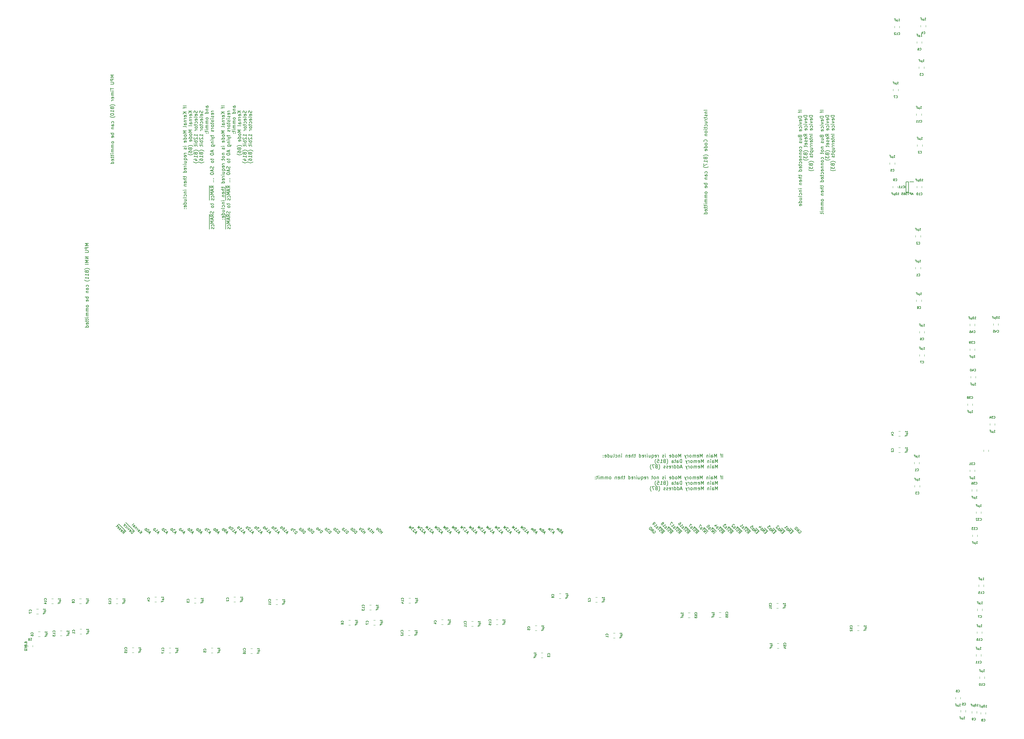
<source format=gbo>
%MOIN*%
%OFA0B0*%
%FSLAX46Y46*%
%IPPOS*%
%LPD*%
%ADD10C,0.005905511811023622*%
%ADD11C,0.0047244094488188976*%
%ADD12C,0.0078740157480314977*%
%ADD23C,0.005905511811023622*%
%ADD24C,0.0047244094488188976*%
%ADD25C,0.005905511811023622*%
%ADD26C,0.0047244094488188976*%
%ADD27C,0.005905511811023622*%
%ADD28C,0.0047244094488188976*%
%ADD29C,0.005905511811023622*%
%ADD30C,0.0047244094488188976*%
%ADD31C,0.0078740157480314977*%
%ADD32C,0.005905511811023622*%
%ADD33C,0.0047244094488188976*%
%ADD34C,0.005905511811023622*%
%ADD35C,0.0047244094488188976*%
%ADD36C,0.005905511811023622*%
%ADD37C,0.0047244094488188976*%
G01*
D10*
X0010568969Y0008019665D02*
X0010570160Y0008018475D01*
X0010570160Y0008018475D02*
X0010573731Y0008017284D01*
X0010573731Y0008017284D02*
X0010576112Y0008017284D01*
X0010576112Y0008017284D02*
X0010579684Y0008018475D01*
X0010579684Y0008018475D02*
X0010582065Y0008020856D01*
X0010582065Y0008020856D02*
X0010583255Y0008023237D01*
X0010583255Y0008023237D02*
X0010584445Y0008027999D01*
X0010584445Y0008027999D02*
X0010584445Y0008031570D01*
X0010584445Y0008031570D02*
X0010583255Y0008036332D01*
X0010583255Y0008036332D02*
X0010582065Y0008038713D01*
X0010582065Y0008038713D02*
X0010579684Y0008041094D01*
X0010579684Y0008041094D02*
X0010576112Y0008042284D01*
X0010576112Y0008042284D02*
X0010573731Y0008042284D01*
X0010573731Y0008042284D02*
X0010570160Y0008041094D01*
X0010570160Y0008041094D02*
X0010568969Y0008039903D01*
X0010547541Y0008033951D02*
X0010547541Y0008017284D01*
X0010553493Y0008043475D02*
X0010559445Y0008025618D01*
X0010559445Y0008025618D02*
X0010543969Y0008025618D01*
X0010580406Y0008178977D02*
X0010594692Y0008178977D01*
X0010587549Y0008178977D02*
X0010587549Y0008203977D01*
X0010587549Y0008203977D02*
X0010589930Y0008200406D01*
X0010589930Y0008200406D02*
X0010592311Y0008198025D01*
X0010592311Y0008198025D02*
X0010594692Y0008196834D01*
X0010569692Y0008195644D02*
X0010569692Y0008170644D01*
X0010557787Y0008182549D02*
X0010556597Y0008180168D01*
X0010556597Y0008180168D02*
X0010554216Y0008178977D01*
X0010569692Y0008182549D02*
X0010568502Y0008180168D01*
X0010568502Y0008180168D02*
X0010566121Y0008178977D01*
X0010566121Y0008178977D02*
X0010561359Y0008178977D01*
X0010561359Y0008178977D02*
X0010558978Y0008180168D01*
X0010558978Y0008180168D02*
X0010557787Y0008182549D01*
X0010557787Y0008182549D02*
X0010557787Y0008195644D01*
X0010535168Y0008192073D02*
X0010543502Y0008192073D01*
X0010543502Y0008178977D02*
X0010543502Y0008203977D01*
X0010543502Y0008203977D02*
X0010531597Y0008203977D01*
X0010535874Y0006144665D02*
X0010537065Y0006143475D01*
X0010537065Y0006143475D02*
X0010540636Y0006142284D01*
X0010540636Y0006142284D02*
X0010543017Y0006142284D01*
X0010543017Y0006142284D02*
X0010546588Y0006143475D01*
X0010546588Y0006143475D02*
X0010548969Y0006145856D01*
X0010548969Y0006145856D02*
X0010550160Y0006148237D01*
X0010550160Y0006148237D02*
X0010551350Y0006152999D01*
X0010551350Y0006152999D02*
X0010551350Y0006156570D01*
X0010551350Y0006156570D02*
X0010550160Y0006161332D01*
X0010550160Y0006161332D02*
X0010548969Y0006163713D01*
X0010548969Y0006163713D02*
X0010546588Y0006166094D01*
X0010546588Y0006166094D02*
X0010543017Y0006167284D01*
X0010543017Y0006167284D02*
X0010540636Y0006167284D01*
X0010540636Y0006167284D02*
X0010537065Y0006166094D01*
X0010537065Y0006166094D02*
X0010535874Y0006164903D01*
X0010512065Y0006142284D02*
X0010526350Y0006142284D01*
X0010519207Y0006142284D02*
X0010519207Y0006167284D01*
X0010519207Y0006167284D02*
X0010521588Y0006163713D01*
X0010521588Y0006163713D02*
X0010523969Y0006161332D01*
X0010523969Y0006161332D02*
X0010526350Y0006160142D01*
X0010496588Y0006167284D02*
X0010494207Y0006167284D01*
X0010494207Y0006167284D02*
X0010491826Y0006166094D01*
X0010491826Y0006166094D02*
X0010490636Y0006164903D01*
X0010490636Y0006164903D02*
X0010489445Y0006162523D01*
X0010489445Y0006162523D02*
X0010488255Y0006157761D01*
X0010488255Y0006157761D02*
X0010488255Y0006151808D01*
X0010488255Y0006151808D02*
X0010489445Y0006147046D01*
X0010489445Y0006147046D02*
X0010490636Y0006144665D01*
X0010490636Y0006144665D02*
X0010491826Y0006143475D01*
X0010491826Y0006143475D02*
X0010494207Y0006142284D01*
X0010494207Y0006142284D02*
X0010496588Y0006142284D01*
X0010496588Y0006142284D02*
X0010498969Y0006143475D01*
X0010498969Y0006143475D02*
X0010500160Y0006144665D01*
X0010500160Y0006144665D02*
X0010501350Y0006147046D01*
X0010501350Y0006147046D02*
X0010502541Y0006151808D01*
X0010502541Y0006151808D02*
X0010502541Y0006157761D01*
X0010502541Y0006157761D02*
X0010501350Y0006162523D01*
X0010501350Y0006162523D02*
X0010500160Y0006164903D01*
X0010500160Y0006164903D02*
X0010498969Y0006166094D01*
X0010498969Y0006166094D02*
X0010496588Y0006167284D01*
X0010547311Y0006303977D02*
X0010561597Y0006303977D01*
X0010554454Y0006303977D02*
X0010554454Y0006328977D01*
X0010554454Y0006328977D02*
X0010556835Y0006325406D01*
X0010556835Y0006325406D02*
X0010559216Y0006323025D01*
X0010559216Y0006323025D02*
X0010561597Y0006321835D01*
X0010531835Y0006328977D02*
X0010529454Y0006328977D01*
X0010529454Y0006328977D02*
X0010527073Y0006327787D01*
X0010527073Y0006327787D02*
X0010525882Y0006326596D01*
X0010525882Y0006326596D02*
X0010524692Y0006324215D01*
X0010524692Y0006324215D02*
X0010523502Y0006319454D01*
X0010523502Y0006319454D02*
X0010523502Y0006313501D01*
X0010523502Y0006313501D02*
X0010524692Y0006308739D01*
X0010524692Y0006308739D02*
X0010525882Y0006306358D01*
X0010525882Y0006306358D02*
X0010527073Y0006305168D01*
X0010527073Y0006305168D02*
X0010529454Y0006303977D01*
X0010529454Y0006303977D02*
X0010531835Y0006303977D01*
X0010531835Y0006303977D02*
X0010534216Y0006305168D01*
X0010534216Y0006305168D02*
X0010535406Y0006306358D01*
X0010535406Y0006306358D02*
X0010536597Y0006308739D01*
X0010536597Y0006308739D02*
X0010537787Y0006313501D01*
X0010537787Y0006313501D02*
X0010537787Y0006319454D01*
X0010537787Y0006319454D02*
X0010536597Y0006324215D01*
X0010536597Y0006324215D02*
X0010535406Y0006326596D01*
X0010535406Y0006326596D02*
X0010534216Y0006327787D01*
X0010534216Y0006327787D02*
X0010531835Y0006328977D01*
X0010512787Y0006320644D02*
X0010512787Y0006295644D01*
X0010500882Y0006307549D02*
X0010499692Y0006305168D01*
X0010499692Y0006305168D02*
X0010497311Y0006303977D01*
X0010512787Y0006307549D02*
X0010511597Y0006305168D01*
X0010511597Y0006305168D02*
X0010509216Y0006303977D01*
X0010509216Y0006303977D02*
X0010504454Y0006303977D01*
X0010504454Y0006303977D02*
X0010502073Y0006305168D01*
X0010502073Y0006305168D02*
X0010500882Y0006307549D01*
X0010500882Y0006307549D02*
X0010500882Y0006320644D01*
X0010478263Y0006317073D02*
X0010486597Y0006317073D01*
X0010486597Y0006303977D02*
X0010486597Y0006328977D01*
X0010486597Y0006328977D02*
X0010474692Y0006328977D01*
X0010355049Y0006223977D02*
X0010355049Y0006248977D01*
X0010328859Y0006226358D02*
X0010330049Y0006225168D01*
X0010330049Y0006225168D02*
X0010333621Y0006223977D01*
X0010333621Y0006223977D02*
X0010336002Y0006223977D01*
X0010336002Y0006223977D02*
X0010339573Y0006225168D01*
X0010339573Y0006225168D02*
X0010341954Y0006227549D01*
X0010341954Y0006227549D02*
X0010343144Y0006229930D01*
X0010343144Y0006229930D02*
X0010344335Y0006234692D01*
X0010344335Y0006234692D02*
X0010344335Y0006238263D01*
X0010344335Y0006238263D02*
X0010343144Y0006243025D01*
X0010343144Y0006243025D02*
X0010341954Y0006245406D01*
X0010341954Y0006245406D02*
X0010339573Y0006247787D01*
X0010339573Y0006247787D02*
X0010336002Y0006248977D01*
X0010336002Y0006248977D02*
X0010333621Y0006248977D01*
X0010333621Y0006248977D02*
X0010330049Y0006247787D01*
X0010330049Y0006247787D02*
X0010328859Y0006246596D01*
X0010305049Y0006223977D02*
X0010319335Y0006223977D01*
X0010312192Y0006223977D02*
X0010312192Y0006248977D01*
X0010312192Y0006248977D02*
X0010314573Y0006245406D01*
X0010314573Y0006245406D02*
X0010316954Y0006243025D01*
X0010316954Y0006243025D02*
X0010319335Y0006241835D01*
X0010281240Y0006223977D02*
X0010295525Y0006223977D01*
X0010288382Y0006223977D02*
X0010288382Y0006248977D01*
X0010288382Y0006248977D02*
X0010290763Y0006245406D01*
X0010290763Y0006245406D02*
X0010293144Y0006243025D01*
X0010293144Y0006243025D02*
X0010295525Y0006241835D01*
X0010444811Y0006151120D02*
X0010432906Y0006151120D01*
X0010447192Y0006143977D02*
X0010438859Y0006168977D01*
X0010438859Y0006168977D02*
X0010430525Y0006143977D01*
X0010422192Y0006143977D02*
X0010422192Y0006168977D01*
X0010422192Y0006168977D02*
X0010412668Y0006168977D01*
X0010412668Y0006168977D02*
X0010410287Y0006167787D01*
X0010410287Y0006167787D02*
X0010409097Y0006166596D01*
X0010409097Y0006166596D02*
X0010407906Y0006164215D01*
X0010407906Y0006164215D02*
X0010407906Y0006160644D01*
X0010407906Y0006160644D02*
X0010409097Y0006158263D01*
X0010409097Y0006158263D02*
X0010410287Y0006157073D01*
X0010410287Y0006157073D02*
X0010412668Y0006155882D01*
X0010412668Y0006155882D02*
X0010422192Y0006155882D01*
X0010399573Y0006168977D02*
X0010382906Y0006168977D01*
X0010382906Y0006168977D02*
X0010393621Y0006143977D01*
X0010375763Y0006168977D02*
X0010360287Y0006168977D01*
X0010360287Y0006168977D02*
X0010368621Y0006159454D01*
X0010368621Y0006159454D02*
X0010365049Y0006159454D01*
X0010365049Y0006159454D02*
X0010362668Y0006158263D01*
X0010362668Y0006158263D02*
X0010361478Y0006157073D01*
X0010361478Y0006157073D02*
X0010360287Y0006154692D01*
X0010360287Y0006154692D02*
X0010360287Y0006148739D01*
X0010360287Y0006148739D02*
X0010361478Y0006146358D01*
X0010361478Y0006146358D02*
X0010362668Y0006145168D01*
X0010362668Y0006145168D02*
X0010365049Y0006143977D01*
X0010365049Y0006143977D02*
X0010372192Y0006143977D01*
X0010372192Y0006143977D02*
X0010374573Y0006145168D01*
X0010374573Y0006145168D02*
X0010375763Y0006146358D01*
X0010338859Y0006168977D02*
X0010343621Y0006168977D01*
X0010343621Y0006168977D02*
X0010346002Y0006167787D01*
X0010346002Y0006167787D02*
X0010347192Y0006166596D01*
X0010347192Y0006166596D02*
X0010349573Y0006163025D01*
X0010349573Y0006163025D02*
X0010350763Y0006158263D01*
X0010350763Y0006158263D02*
X0010350763Y0006148739D01*
X0010350763Y0006148739D02*
X0010349573Y0006146358D01*
X0010349573Y0006146358D02*
X0010348382Y0006145168D01*
X0010348382Y0006145168D02*
X0010346002Y0006143977D01*
X0010346002Y0006143977D02*
X0010341240Y0006143977D01*
X0010341240Y0006143977D02*
X0010338859Y0006145168D01*
X0010338859Y0006145168D02*
X0010337668Y0006146358D01*
X0010337668Y0006146358D02*
X0010336478Y0006148739D01*
X0010336478Y0006148739D02*
X0010336478Y0006154692D01*
X0010336478Y0006154692D02*
X0010337668Y0006157073D01*
X0010337668Y0006157073D02*
X0010338859Y0006158263D01*
X0010338859Y0006158263D02*
X0010341240Y0006159454D01*
X0010341240Y0006159454D02*
X0010346002Y0006159454D01*
X0010346002Y0006159454D02*
X0010348382Y0006158263D01*
X0010348382Y0006158263D02*
X0010349573Y0006157073D01*
X0010349573Y0006157073D02*
X0010350763Y0006154692D01*
X0010313859Y0006168977D02*
X0010325763Y0006168977D01*
X0010325763Y0006168977D02*
X0010326954Y0006157073D01*
X0010326954Y0006157073D02*
X0010325763Y0006158263D01*
X0010325763Y0006158263D02*
X0010323382Y0006159454D01*
X0010323382Y0006159454D02*
X0010317430Y0006159454D01*
X0010317430Y0006159454D02*
X0010315049Y0006158263D01*
X0010315049Y0006158263D02*
X0010313859Y0006157073D01*
X0010313859Y0006157073D02*
X0010312668Y0006154692D01*
X0010312668Y0006154692D02*
X0010312668Y0006148739D01*
X0010312668Y0006148739D02*
X0010313859Y0006146358D01*
X0010313859Y0006146358D02*
X0010315049Y0006145168D01*
X0010315049Y0006145168D02*
X0010317430Y0006143977D01*
X0010317430Y0006143977D02*
X0010323382Y0006143977D01*
X0010323382Y0006143977D02*
X0010325763Y0006145168D01*
X0010325763Y0006145168D02*
X0010326954Y0006146358D01*
X0010275874Y0008009665D02*
X0010277065Y0008008475D01*
X0010277065Y0008008475D02*
X0010280636Y0008007284D01*
X0010280636Y0008007284D02*
X0010283017Y0008007284D01*
X0010283017Y0008007284D02*
X0010286588Y0008008475D01*
X0010286588Y0008008475D02*
X0010288969Y0008010856D01*
X0010288969Y0008010856D02*
X0010290160Y0008013237D01*
X0010290160Y0008013237D02*
X0010291350Y0008017999D01*
X0010291350Y0008017999D02*
X0010291350Y0008021570D01*
X0010291350Y0008021570D02*
X0010290160Y0008026332D01*
X0010290160Y0008026332D02*
X0010288969Y0008028713D01*
X0010288969Y0008028713D02*
X0010286588Y0008031094D01*
X0010286588Y0008031094D02*
X0010283017Y0008032284D01*
X0010283017Y0008032284D02*
X0010280636Y0008032284D01*
X0010280636Y0008032284D02*
X0010277065Y0008031094D01*
X0010277065Y0008031094D02*
X0010275874Y0008029903D01*
X0010252065Y0008007284D02*
X0010266350Y0008007284D01*
X0010259207Y0008007284D02*
X0010259207Y0008032284D01*
X0010259207Y0008032284D02*
X0010261588Y0008028713D01*
X0010261588Y0008028713D02*
X0010263969Y0008026332D01*
X0010263969Y0008026332D02*
X0010266350Y0008025142D01*
X0010242541Y0008029903D02*
X0010241350Y0008031094D01*
X0010241350Y0008031094D02*
X0010238969Y0008032284D01*
X0010238969Y0008032284D02*
X0010233017Y0008032284D01*
X0010233017Y0008032284D02*
X0010230636Y0008031094D01*
X0010230636Y0008031094D02*
X0010229445Y0008029903D01*
X0010229445Y0008029903D02*
X0010228255Y0008027523D01*
X0010228255Y0008027523D02*
X0010228255Y0008025142D01*
X0010228255Y0008025142D02*
X0010229445Y0008021570D01*
X0010229445Y0008021570D02*
X0010243731Y0008007284D01*
X0010243731Y0008007284D02*
X0010228255Y0008007284D01*
X0010275406Y0008168977D02*
X0010289692Y0008168977D01*
X0010282549Y0008168977D02*
X0010282549Y0008193977D01*
X0010282549Y0008193977D02*
X0010284930Y0008190406D01*
X0010284930Y0008190406D02*
X0010287311Y0008188025D01*
X0010287311Y0008188025D02*
X0010289692Y0008186834D01*
X0010264692Y0008185644D02*
X0010264692Y0008160644D01*
X0010252787Y0008172549D02*
X0010251597Y0008170168D01*
X0010251597Y0008170168D02*
X0010249216Y0008168977D01*
X0010264692Y0008172549D02*
X0010263502Y0008170168D01*
X0010263502Y0008170168D02*
X0010261121Y0008168977D01*
X0010261121Y0008168977D02*
X0010256359Y0008168977D01*
X0010256359Y0008168977D02*
X0010253978Y0008170168D01*
X0010253978Y0008170168D02*
X0010252787Y0008172549D01*
X0010252787Y0008172549D02*
X0010252787Y0008185644D01*
X0010230168Y0008182073D02*
X0010238502Y0008182073D01*
X0010238502Y0008168977D02*
X0010238502Y0008193977D01*
X0010238502Y0008193977D02*
X0010226597Y0008193977D01*
X0010248969Y0007274665D02*
X0010250160Y0007273475D01*
X0010250160Y0007273475D02*
X0010253731Y0007272284D01*
X0010253731Y0007272284D02*
X0010256112Y0007272284D01*
X0010256112Y0007272284D02*
X0010259684Y0007273475D01*
X0010259684Y0007273475D02*
X0010262065Y0007275856D01*
X0010262065Y0007275856D02*
X0010263255Y0007278237D01*
X0010263255Y0007278237D02*
X0010264445Y0007282999D01*
X0010264445Y0007282999D02*
X0010264445Y0007286570D01*
X0010264445Y0007286570D02*
X0010263255Y0007291332D01*
X0010263255Y0007291332D02*
X0010262065Y0007293713D01*
X0010262065Y0007293713D02*
X0010259684Y0007296094D01*
X0010259684Y0007296094D02*
X0010256112Y0007297284D01*
X0010256112Y0007297284D02*
X0010253731Y0007297284D01*
X0010253731Y0007297284D02*
X0010250160Y0007296094D01*
X0010250160Y0007296094D02*
X0010248969Y0007294903D01*
X0010240636Y0007297284D02*
X0010223969Y0007297284D01*
X0010223969Y0007297284D02*
X0010234684Y0007272284D01*
X0010260406Y0007433977D02*
X0010274692Y0007433977D01*
X0010267549Y0007433977D02*
X0010267549Y0007458977D01*
X0010267549Y0007458977D02*
X0010269930Y0007455406D01*
X0010269930Y0007455406D02*
X0010272311Y0007453025D01*
X0010272311Y0007453025D02*
X0010274692Y0007451835D01*
X0010249692Y0007450644D02*
X0010249692Y0007425644D01*
X0010237787Y0007437549D02*
X0010236597Y0007435168D01*
X0010236597Y0007435168D02*
X0010234216Y0007433977D01*
X0010249692Y0007437549D02*
X0010248502Y0007435168D01*
X0010248502Y0007435168D02*
X0010246121Y0007433977D01*
X0010246121Y0007433977D02*
X0010241359Y0007433977D01*
X0010241359Y0007433977D02*
X0010238978Y0007435168D01*
X0010238978Y0007435168D02*
X0010237787Y0007437549D01*
X0010237787Y0007437549D02*
X0010237787Y0007450644D01*
X0010215168Y0007447073D02*
X0010223502Y0007447073D01*
X0010223502Y0007433977D02*
X0010223502Y0007458977D01*
X0010223502Y0007458977D02*
X0010211597Y0007458977D01*
X0010208969Y0006419665D02*
X0010210160Y0006418475D01*
X0010210160Y0006418475D02*
X0010213731Y0006417284D01*
X0010213731Y0006417284D02*
X0010216112Y0006417284D01*
X0010216112Y0006417284D02*
X0010219684Y0006418475D01*
X0010219684Y0006418475D02*
X0010222065Y0006420856D01*
X0010222065Y0006420856D02*
X0010223255Y0006423237D01*
X0010223255Y0006423237D02*
X0010224445Y0006427999D01*
X0010224445Y0006427999D02*
X0010224445Y0006431570D01*
X0010224445Y0006431570D02*
X0010223255Y0006436332D01*
X0010223255Y0006436332D02*
X0010222065Y0006438713D01*
X0010222065Y0006438713D02*
X0010219684Y0006441094D01*
X0010219684Y0006441094D02*
X0010216112Y0006442284D01*
X0010216112Y0006442284D02*
X0010213731Y0006442284D01*
X0010213731Y0006442284D02*
X0010210160Y0006441094D01*
X0010210160Y0006441094D02*
X0010208969Y0006439903D01*
X0010186350Y0006442284D02*
X0010198255Y0006442284D01*
X0010198255Y0006442284D02*
X0010199445Y0006430380D01*
X0010199445Y0006430380D02*
X0010198255Y0006431570D01*
X0010198255Y0006431570D02*
X0010195874Y0006432761D01*
X0010195874Y0006432761D02*
X0010189922Y0006432761D01*
X0010189922Y0006432761D02*
X0010187541Y0006431570D01*
X0010187541Y0006431570D02*
X0010186350Y0006430380D01*
X0010186350Y0006430380D02*
X0010185160Y0006427999D01*
X0010185160Y0006427999D02*
X0010185160Y0006422046D01*
X0010185160Y0006422046D02*
X0010186350Y0006419665D01*
X0010186350Y0006419665D02*
X0010187541Y0006418475D01*
X0010187541Y0006418475D02*
X0010189922Y0006417284D01*
X0010189922Y0006417284D02*
X0010195874Y0006417284D01*
X0010195874Y0006417284D02*
X0010198255Y0006418475D01*
X0010198255Y0006418475D02*
X0010199445Y0006419665D01*
X0010220406Y0006578977D02*
X0010234692Y0006578977D01*
X0010227549Y0006578977D02*
X0010227549Y0006603977D01*
X0010227549Y0006603977D02*
X0010229930Y0006600406D01*
X0010229930Y0006600406D02*
X0010232311Y0006598025D01*
X0010232311Y0006598025D02*
X0010234692Y0006596835D01*
X0010209692Y0006595644D02*
X0010209692Y0006570644D01*
X0010197787Y0006582549D02*
X0010196597Y0006580168D01*
X0010196597Y0006580168D02*
X0010194216Y0006578977D01*
X0010209692Y0006582549D02*
X0010208502Y0006580168D01*
X0010208502Y0006580168D02*
X0010206121Y0006578977D01*
X0010206121Y0006578977D02*
X0010201359Y0006578977D01*
X0010201359Y0006578977D02*
X0010198978Y0006580168D01*
X0010198978Y0006580168D02*
X0010197787Y0006582549D01*
X0010197787Y0006582549D02*
X0010197787Y0006595644D01*
X0010175168Y0006592073D02*
X0010183502Y0006592073D01*
X0010183502Y0006578977D02*
X0010183502Y0006603977D01*
X0010183502Y0006603977D02*
X0010171597Y0006603977D01*
X0010523969Y0007829665D02*
X0010525160Y0007828475D01*
X0010525160Y0007828475D02*
X0010528731Y0007827284D01*
X0010528731Y0007827284D02*
X0010531112Y0007827284D01*
X0010531112Y0007827284D02*
X0010534684Y0007828475D01*
X0010534684Y0007828475D02*
X0010537065Y0007830856D01*
X0010537065Y0007830856D02*
X0010538255Y0007833237D01*
X0010538255Y0007833237D02*
X0010539445Y0007837999D01*
X0010539445Y0007837999D02*
X0010539445Y0007841570D01*
X0010539445Y0007841570D02*
X0010538255Y0007846332D01*
X0010538255Y0007846332D02*
X0010537065Y0007848713D01*
X0010537065Y0007848713D02*
X0010534684Y0007851094D01*
X0010534684Y0007851094D02*
X0010531112Y0007852284D01*
X0010531112Y0007852284D02*
X0010528731Y0007852284D01*
X0010528731Y0007852284D02*
X0010525160Y0007851094D01*
X0010525160Y0007851094D02*
X0010523969Y0007849903D01*
X0010502541Y0007852284D02*
X0010507303Y0007852284D01*
X0010507303Y0007852284D02*
X0010509684Y0007851094D01*
X0010509684Y0007851094D02*
X0010510874Y0007849903D01*
X0010510874Y0007849903D02*
X0010513255Y0007846332D01*
X0010513255Y0007846332D02*
X0010514445Y0007841570D01*
X0010514445Y0007841570D02*
X0010514445Y0007832046D01*
X0010514445Y0007832046D02*
X0010513255Y0007829665D01*
X0010513255Y0007829665D02*
X0010512065Y0007828475D01*
X0010512065Y0007828475D02*
X0010509684Y0007827284D01*
X0010509684Y0007827284D02*
X0010504922Y0007827284D01*
X0010504922Y0007827284D02*
X0010502541Y0007828475D01*
X0010502541Y0007828475D02*
X0010501350Y0007829665D01*
X0010501350Y0007829665D02*
X0010500160Y0007832046D01*
X0010500160Y0007832046D02*
X0010500160Y0007837999D01*
X0010500160Y0007837999D02*
X0010501350Y0007840380D01*
X0010501350Y0007840380D02*
X0010502541Y0007841570D01*
X0010502541Y0007841570D02*
X0010504922Y0007842761D01*
X0010504922Y0007842761D02*
X0010509684Y0007842761D01*
X0010509684Y0007842761D02*
X0010512065Y0007841570D01*
X0010512065Y0007841570D02*
X0010513255Y0007840380D01*
X0010513255Y0007840380D02*
X0010514445Y0007837999D01*
X0010535406Y0007988977D02*
X0010549692Y0007988977D01*
X0010542549Y0007988977D02*
X0010542549Y0008013977D01*
X0010542549Y0008013977D02*
X0010544930Y0008010406D01*
X0010544930Y0008010406D02*
X0010547311Y0008008025D01*
X0010547311Y0008008025D02*
X0010549692Y0008006835D01*
X0010524692Y0008005644D02*
X0010524692Y0007980644D01*
X0010512787Y0007992549D02*
X0010511597Y0007990168D01*
X0010511597Y0007990168D02*
X0010509216Y0007988977D01*
X0010524692Y0007992549D02*
X0010523502Y0007990168D01*
X0010523502Y0007990168D02*
X0010521121Y0007988977D01*
X0010521121Y0007988977D02*
X0010516359Y0007988977D01*
X0010516359Y0007988977D02*
X0010513978Y0007990168D01*
X0010513978Y0007990168D02*
X0010512787Y0007992549D01*
X0010512787Y0007992549D02*
X0010512787Y0008005644D01*
X0010490168Y0008002073D02*
X0010498502Y0008002073D01*
X0010498502Y0007988977D02*
X0010498502Y0008013977D01*
X0010498502Y0008013977D02*
X0010486597Y0008013977D01*
X0010530874Y0006989665D02*
X0010532065Y0006988475D01*
X0010532065Y0006988475D02*
X0010535636Y0006987284D01*
X0010535636Y0006987284D02*
X0010538017Y0006987284D01*
X0010538017Y0006987284D02*
X0010541588Y0006988475D01*
X0010541588Y0006988475D02*
X0010543969Y0006990856D01*
X0010543969Y0006990856D02*
X0010545160Y0006993237D01*
X0010545160Y0006993237D02*
X0010546350Y0006997999D01*
X0010546350Y0006997999D02*
X0010546350Y0007001570D01*
X0010546350Y0007001570D02*
X0010545160Y0007006332D01*
X0010545160Y0007006332D02*
X0010543969Y0007008713D01*
X0010543969Y0007008713D02*
X0010541588Y0007011094D01*
X0010541588Y0007011094D02*
X0010538017Y0007012284D01*
X0010538017Y0007012284D02*
X0010535636Y0007012284D01*
X0010535636Y0007012284D02*
X0010532065Y0007011094D01*
X0010532065Y0007011094D02*
X0010530874Y0007009903D01*
X0010507065Y0006987284D02*
X0010521350Y0006987284D01*
X0010514207Y0006987284D02*
X0010514207Y0007012284D01*
X0010514207Y0007012284D02*
X0010516588Y0007008713D01*
X0010516588Y0007008713D02*
X0010518969Y0007006332D01*
X0010518969Y0007006332D02*
X0010521350Y0007005142D01*
X0010483255Y0006987284D02*
X0010497541Y0006987284D01*
X0010490398Y0006987284D02*
X0010490398Y0007012284D01*
X0010490398Y0007012284D02*
X0010492779Y0007008713D01*
X0010492779Y0007008713D02*
X0010495160Y0007006332D01*
X0010495160Y0007006332D02*
X0010497541Y0007005142D01*
X0010530406Y0007148977D02*
X0010544692Y0007148977D01*
X0010537549Y0007148977D02*
X0010537549Y0007173977D01*
X0010537549Y0007173977D02*
X0010539930Y0007170406D01*
X0010539930Y0007170406D02*
X0010542311Y0007168025D01*
X0010542311Y0007168025D02*
X0010544692Y0007166835D01*
X0010519692Y0007165644D02*
X0010519692Y0007140644D01*
X0010507787Y0007152549D02*
X0010506597Y0007150168D01*
X0010506597Y0007150168D02*
X0010504216Y0007148977D01*
X0010519692Y0007152549D02*
X0010518502Y0007150168D01*
X0010518502Y0007150168D02*
X0010516121Y0007148977D01*
X0010516121Y0007148977D02*
X0010511359Y0007148977D01*
X0010511359Y0007148977D02*
X0010508978Y0007150168D01*
X0010508978Y0007150168D02*
X0010507787Y0007152549D01*
X0010507787Y0007152549D02*
X0010507787Y0007165644D01*
X0010485168Y0007162073D02*
X0010493502Y0007162073D01*
X0010493502Y0007148977D02*
X0010493502Y0007173977D01*
X0010493502Y0007173977D02*
X0010481597Y0007173977D01*
X0010528969Y0006629665D02*
X0010530160Y0006628475D01*
X0010530160Y0006628475D02*
X0010533731Y0006627284D01*
X0010533731Y0006627284D02*
X0010536112Y0006627284D01*
X0010536112Y0006627284D02*
X0010539684Y0006628475D01*
X0010539684Y0006628475D02*
X0010542065Y0006630856D01*
X0010542065Y0006630856D02*
X0010543255Y0006633237D01*
X0010543255Y0006633237D02*
X0010544445Y0006637999D01*
X0010544445Y0006637999D02*
X0010544445Y0006641570D01*
X0010544445Y0006641570D02*
X0010543255Y0006646332D01*
X0010543255Y0006646332D02*
X0010542065Y0006648713D01*
X0010542065Y0006648713D02*
X0010539684Y0006651094D01*
X0010539684Y0006651094D02*
X0010536112Y0006652284D01*
X0010536112Y0006652284D02*
X0010533731Y0006652284D01*
X0010533731Y0006652284D02*
X0010530160Y0006651094D01*
X0010530160Y0006651094D02*
X0010528969Y0006649903D01*
X0010519445Y0006649903D02*
X0010518255Y0006651094D01*
X0010518255Y0006651094D02*
X0010515874Y0006652284D01*
X0010515874Y0006652284D02*
X0010509922Y0006652284D01*
X0010509922Y0006652284D02*
X0010507541Y0006651094D01*
X0010507541Y0006651094D02*
X0010506350Y0006649903D01*
X0010506350Y0006649903D02*
X0010505160Y0006647523D01*
X0010505160Y0006647523D02*
X0010505160Y0006645142D01*
X0010505160Y0006645142D02*
X0010506350Y0006641570D01*
X0010506350Y0006641570D02*
X0010520636Y0006627284D01*
X0010520636Y0006627284D02*
X0010505160Y0006627284D01*
X0010540406Y0006788977D02*
X0010554692Y0006788977D01*
X0010547549Y0006788977D02*
X0010547549Y0006813977D01*
X0010547549Y0006813977D02*
X0010549930Y0006810406D01*
X0010549930Y0006810406D02*
X0010552311Y0006808025D01*
X0010552311Y0006808025D02*
X0010554692Y0006806835D01*
X0010529692Y0006805644D02*
X0010529692Y0006780644D01*
X0010517787Y0006792549D02*
X0010516597Y0006790168D01*
X0010516597Y0006790168D02*
X0010514216Y0006788977D01*
X0010529692Y0006792549D02*
X0010528502Y0006790168D01*
X0010528502Y0006790168D02*
X0010526121Y0006788977D01*
X0010526121Y0006788977D02*
X0010521359Y0006788977D01*
X0010521359Y0006788977D02*
X0010518978Y0006790168D01*
X0010518978Y0006790168D02*
X0010517787Y0006792549D01*
X0010517787Y0006792549D02*
X0010517787Y0006805644D01*
X0010495168Y0006802073D02*
X0010503502Y0006802073D01*
X0010503502Y0006788977D02*
X0010503502Y0006813977D01*
X0010503502Y0006813977D02*
X0010491597Y0006813977D01*
X0010241843Y0006308051D02*
X0010243034Y0006306861D01*
X0010243034Y0006306861D02*
X0010246605Y0006305670D01*
X0010246605Y0006305670D02*
X0010248986Y0006305670D01*
X0010248986Y0006305670D02*
X0010252558Y0006306861D01*
X0010252558Y0006306861D02*
X0010254939Y0006309242D01*
X0010254939Y0006309242D02*
X0010256129Y0006311623D01*
X0010256129Y0006311623D02*
X0010257320Y0006316385D01*
X0010257320Y0006316385D02*
X0010257320Y0006319956D01*
X0010257320Y0006319956D02*
X0010256129Y0006324718D01*
X0010256129Y0006324718D02*
X0010254939Y0006327099D01*
X0010254939Y0006327099D02*
X0010252558Y0006329480D01*
X0010252558Y0006329480D02*
X0010248986Y0006330670D01*
X0010248986Y0006330670D02*
X0010246605Y0006330670D01*
X0010246605Y0006330670D02*
X0010243034Y0006329480D01*
X0010243034Y0006329480D02*
X0010241843Y0006328289D01*
X0010229939Y0006305670D02*
X0010225177Y0006305670D01*
X0010225177Y0006305670D02*
X0010222796Y0006306861D01*
X0010222796Y0006306861D02*
X0010221605Y0006308051D01*
X0010221605Y0006308051D02*
X0010219224Y0006311623D01*
X0010219224Y0006311623D02*
X0010218034Y0006316385D01*
X0010218034Y0006316385D02*
X0010218034Y0006325908D01*
X0010218034Y0006325908D02*
X0010219224Y0006328289D01*
X0010219224Y0006328289D02*
X0010220415Y0006329480D01*
X0010220415Y0006329480D02*
X0010222796Y0006330670D01*
X0010222796Y0006330670D02*
X0010227558Y0006330670D01*
X0010227558Y0006330670D02*
X0010229939Y0006329480D01*
X0010229939Y0006329480D02*
X0010231129Y0006328289D01*
X0010231129Y0006328289D02*
X0010232320Y0006325908D01*
X0010232320Y0006325908D02*
X0010232320Y0006319956D01*
X0010232320Y0006319956D02*
X0010231129Y0006317575D01*
X0010231129Y0006317575D02*
X0010229939Y0006316385D01*
X0010229939Y0006316385D02*
X0010227558Y0006315194D01*
X0010227558Y0006315194D02*
X0010222796Y0006315194D01*
X0010222796Y0006315194D02*
X0010220415Y0006316385D01*
X0010220415Y0006316385D02*
X0010219224Y0006317575D01*
X0010219224Y0006317575D02*
X0010218034Y0006319956D01*
X0010267311Y0006143977D02*
X0010281597Y0006143977D01*
X0010274454Y0006143977D02*
X0010274454Y0006168977D01*
X0010274454Y0006168977D02*
X0010276835Y0006165406D01*
X0010276835Y0006165406D02*
X0010279216Y0006163025D01*
X0010279216Y0006163025D02*
X0010281597Y0006161835D01*
X0010251835Y0006168977D02*
X0010249454Y0006168977D01*
X0010249454Y0006168977D02*
X0010247073Y0006167787D01*
X0010247073Y0006167787D02*
X0010245882Y0006166596D01*
X0010245882Y0006166596D02*
X0010244692Y0006164215D01*
X0010244692Y0006164215D02*
X0010243502Y0006159454D01*
X0010243502Y0006159454D02*
X0010243502Y0006153501D01*
X0010243502Y0006153501D02*
X0010244692Y0006148739D01*
X0010244692Y0006148739D02*
X0010245882Y0006146358D01*
X0010245882Y0006146358D02*
X0010247073Y0006145168D01*
X0010247073Y0006145168D02*
X0010249454Y0006143977D01*
X0010249454Y0006143977D02*
X0010251835Y0006143977D01*
X0010251835Y0006143977D02*
X0010254216Y0006145168D01*
X0010254216Y0006145168D02*
X0010255406Y0006146358D01*
X0010255406Y0006146358D02*
X0010256597Y0006148739D01*
X0010256597Y0006148739D02*
X0010257787Y0006153501D01*
X0010257787Y0006153501D02*
X0010257787Y0006159454D01*
X0010257787Y0006159454D02*
X0010256597Y0006164215D01*
X0010256597Y0006164215D02*
X0010255406Y0006166596D01*
X0010255406Y0006166596D02*
X0010254216Y0006167787D01*
X0010254216Y0006167787D02*
X0010251835Y0006168977D01*
X0010232787Y0006160644D02*
X0010232787Y0006135644D01*
X0010220882Y0006147549D02*
X0010219692Y0006145168D01*
X0010219692Y0006145168D02*
X0010217311Y0006143977D01*
X0010232787Y0006147549D02*
X0010231597Y0006145168D01*
X0010231597Y0006145168D02*
X0010229216Y0006143977D01*
X0010229216Y0006143977D02*
X0010224454Y0006143977D01*
X0010224454Y0006143977D02*
X0010222073Y0006145168D01*
X0010222073Y0006145168D02*
X0010220882Y0006147549D01*
X0010220882Y0006147549D02*
X0010220882Y0006160644D01*
X0010198263Y0006157073D02*
X0010206597Y0006157073D01*
X0010206597Y0006143977D02*
X0010206597Y0006168977D01*
X0010206597Y0006168977D02*
X0010194692Y0006168977D01*
X0010548969Y0007534665D02*
X0010550160Y0007533475D01*
X0010550160Y0007533475D02*
X0010553731Y0007532284D01*
X0010553731Y0007532284D02*
X0010556112Y0007532284D01*
X0010556112Y0007532284D02*
X0010559684Y0007533475D01*
X0010559684Y0007533475D02*
X0010562065Y0007535856D01*
X0010562065Y0007535856D02*
X0010563255Y0007538237D01*
X0010563255Y0007538237D02*
X0010564445Y0007542999D01*
X0010564445Y0007542999D02*
X0010564445Y0007546570D01*
X0010564445Y0007546570D02*
X0010563255Y0007551332D01*
X0010563255Y0007551332D02*
X0010562065Y0007553713D01*
X0010562065Y0007553713D02*
X0010559684Y0007556094D01*
X0010559684Y0007556094D02*
X0010556112Y0007557284D01*
X0010556112Y0007557284D02*
X0010553731Y0007557284D01*
X0010553731Y0007557284D02*
X0010550160Y0007556094D01*
X0010550160Y0007556094D02*
X0010548969Y0007554903D01*
X0010540636Y0007557284D02*
X0010525160Y0007557284D01*
X0010525160Y0007557284D02*
X0010533493Y0007547761D01*
X0010533493Y0007547761D02*
X0010529922Y0007547761D01*
X0010529922Y0007547761D02*
X0010527541Y0007546570D01*
X0010527541Y0007546570D02*
X0010526350Y0007545380D01*
X0010526350Y0007545380D02*
X0010525160Y0007542999D01*
X0010525160Y0007542999D02*
X0010525160Y0007537046D01*
X0010525160Y0007537046D02*
X0010526350Y0007534665D01*
X0010526350Y0007534665D02*
X0010527541Y0007533475D01*
X0010527541Y0007533475D02*
X0010529922Y0007532284D01*
X0010529922Y0007532284D02*
X0010537065Y0007532284D01*
X0010537065Y0007532284D02*
X0010539445Y0007533475D01*
X0010539445Y0007533475D02*
X0010540636Y0007534665D01*
X0010560406Y0007693977D02*
X0010574692Y0007693977D01*
X0010567549Y0007693977D02*
X0010567549Y0007718977D01*
X0010567549Y0007718977D02*
X0010569930Y0007715406D01*
X0010569930Y0007715406D02*
X0010572311Y0007713025D01*
X0010572311Y0007713025D02*
X0010574692Y0007711835D01*
X0010549692Y0007710644D02*
X0010549692Y0007685644D01*
X0010537787Y0007697549D02*
X0010536597Y0007695168D01*
X0010536597Y0007695168D02*
X0010534216Y0007693977D01*
X0010549692Y0007697549D02*
X0010548502Y0007695168D01*
X0010548502Y0007695168D02*
X0010546121Y0007693977D01*
X0010546121Y0007693977D02*
X0010541359Y0007693977D01*
X0010541359Y0007693977D02*
X0010538978Y0007695168D01*
X0010538978Y0007695168D02*
X0010537787Y0007697549D01*
X0010537787Y0007697549D02*
X0010537787Y0007710644D01*
X0010515168Y0007707073D02*
X0010523502Y0007707073D01*
X0010523502Y0007693977D02*
X0010523502Y0007718977D01*
X0010523502Y0007718977D02*
X0010511597Y0007718977D01*
D11*
X0010534803Y0008099320D02*
X0010534803Y0008119891D01*
X0010592677Y0008099320D02*
X0010592677Y0008119891D01*
X0010489803Y0006224320D02*
X0010489803Y0006244891D01*
X0010547677Y0006224320D02*
X0010547677Y0006244891D01*
D12*
X0010363976Y0006294291D02*
X0010393503Y0006294291D01*
X0010363976Y0006176181D02*
X0010363976Y0006294291D01*
X0010393503Y0006294291D02*
X0010393503Y0006176181D01*
X0010393503Y0006176181D02*
X0010363976Y0006176181D01*
X0010407283Y0006294291D02*
X0010452559Y0006294291D01*
D11*
X0010229803Y0008089320D02*
X0010229803Y0008109891D01*
X0010287677Y0008089320D02*
X0010287677Y0008109891D01*
X0010214803Y0007354320D02*
X0010214803Y0007374891D01*
X0010272677Y0007354320D02*
X0010272677Y0007374891D01*
X0010174803Y0006499320D02*
X0010174803Y0006519891D01*
X0010232677Y0006499320D02*
X0010232677Y0006519891D01*
X0010489803Y0007909320D02*
X0010489803Y0007929891D01*
X0010547677Y0007909320D02*
X0010547677Y0007929891D01*
X0010484803Y0007069320D02*
X0010484803Y0007089891D01*
X0010542677Y0007069320D02*
X0010542677Y0007089891D01*
X0010494803Y0006709320D02*
X0010494803Y0006729891D01*
X0010552677Y0006709320D02*
X0010552677Y0006729891D01*
X0010209803Y0006246151D02*
X0010209803Y0006225580D01*
X0010267677Y0006246151D02*
X0010267677Y0006225580D01*
X0010514803Y0007614320D02*
X0010514803Y0007634891D01*
X0010572677Y0007614320D02*
X0010572677Y0007634891D01*
G04 next file*
G04 Gerber Fmt 4.6, Leading zero omitted, Abs format (unit mm)*
G04 Created by KiCad (PCBNEW 8.0.7) date 2025-01-29 06:22:26*
G01*
G04 APERTURE LIST*
G04 APERTURE END LIST*
D23*
X0010518969Y0004821201D02*
X0010520160Y0004820010D01*
X0010520160Y0004820010D02*
X0010523731Y0004818820D01*
X0010523731Y0004818820D02*
X0010526112Y0004818820D01*
X0010526112Y0004818820D02*
X0010529684Y0004820010D01*
X0010529684Y0004820010D02*
X0010532065Y0004822391D01*
X0010532065Y0004822391D02*
X0010533255Y0004824772D01*
X0010533255Y0004824772D02*
X0010534445Y0004829534D01*
X0010534445Y0004829534D02*
X0010534445Y0004833106D01*
X0010534445Y0004833106D02*
X0010533255Y0004837867D01*
X0010533255Y0004837867D02*
X0010532065Y0004840248D01*
X0010532065Y0004840248D02*
X0010529684Y0004842629D01*
X0010529684Y0004842629D02*
X0010526112Y0004843820D01*
X0010526112Y0004843820D02*
X0010523731Y0004843820D01*
X0010523731Y0004843820D02*
X0010520160Y0004842629D01*
X0010520160Y0004842629D02*
X0010518969Y0004841439D01*
X0010504684Y0004833106D02*
X0010507065Y0004834296D01*
X0010507065Y0004834296D02*
X0010508255Y0004835487D01*
X0010508255Y0004835487D02*
X0010509445Y0004837867D01*
X0010509445Y0004837867D02*
X0010509445Y0004839058D01*
X0010509445Y0004839058D02*
X0010508255Y0004841439D01*
X0010508255Y0004841439D02*
X0010507065Y0004842629D01*
X0010507065Y0004842629D02*
X0010504684Y0004843820D01*
X0010504684Y0004843820D02*
X0010499922Y0004843820D01*
X0010499922Y0004843820D02*
X0010497541Y0004842629D01*
X0010497541Y0004842629D02*
X0010496350Y0004841439D01*
X0010496350Y0004841439D02*
X0010495160Y0004839058D01*
X0010495160Y0004839058D02*
X0010495160Y0004837867D01*
X0010495160Y0004837867D02*
X0010496350Y0004835487D01*
X0010496350Y0004835487D02*
X0010497541Y0004834296D01*
X0010497541Y0004834296D02*
X0010499922Y0004833106D01*
X0010499922Y0004833106D02*
X0010504684Y0004833106D01*
X0010504684Y0004833106D02*
X0010507065Y0004831915D01*
X0010507065Y0004831915D02*
X0010508255Y0004830725D01*
X0010508255Y0004830725D02*
X0010509445Y0004828344D01*
X0010509445Y0004828344D02*
X0010509445Y0004823582D01*
X0010509445Y0004823582D02*
X0010508255Y0004821201D01*
X0010508255Y0004821201D02*
X0010507065Y0004820010D01*
X0010507065Y0004820010D02*
X0010504684Y0004818820D01*
X0010504684Y0004818820D02*
X0010499922Y0004818820D01*
X0010499922Y0004818820D02*
X0010497541Y0004820010D01*
X0010497541Y0004820010D02*
X0010496350Y0004821201D01*
X0010496350Y0004821201D02*
X0010495160Y0004823582D01*
X0010495160Y0004823582D02*
X0010495160Y0004828344D01*
X0010495160Y0004828344D02*
X0010496350Y0004830725D01*
X0010496350Y0004830725D02*
X0010497541Y0004831915D01*
X0010497541Y0004831915D02*
X0010499922Y0004833106D01*
X0010530406Y0004980513D02*
X0010544692Y0004980513D01*
X0010537549Y0004980513D02*
X0010537549Y0005005513D01*
X0010537549Y0005005513D02*
X0010539930Y0005001941D01*
X0010539930Y0005001941D02*
X0010542311Y0004999560D01*
X0010542311Y0004999560D02*
X0010544692Y0004998370D01*
X0010519692Y0004997179D02*
X0010519692Y0004972179D01*
X0010507787Y0004984084D02*
X0010506597Y0004981703D01*
X0010506597Y0004981703D02*
X0010504216Y0004980513D01*
X0010519692Y0004984084D02*
X0010518502Y0004981703D01*
X0010518502Y0004981703D02*
X0010516121Y0004980513D01*
X0010516121Y0004980513D02*
X0010511359Y0004980513D01*
X0010511359Y0004980513D02*
X0010508978Y0004981703D01*
X0010508978Y0004981703D02*
X0010507787Y0004984084D01*
X0010507787Y0004984084D02*
X0010507787Y0004997179D01*
X0010485168Y0004993608D02*
X0010493502Y0004993608D01*
X0010493502Y0004980513D02*
X0010493502Y0005005513D01*
X0010493502Y0005005513D02*
X0010481597Y0005005513D01*
X0010508969Y0005201201D02*
X0010510160Y0005200010D01*
X0010510160Y0005200010D02*
X0010513731Y0005198820D01*
X0010513731Y0005198820D02*
X0010516112Y0005198820D01*
X0010516112Y0005198820D02*
X0010519684Y0005200010D01*
X0010519684Y0005200010D02*
X0010522065Y0005202391D01*
X0010522065Y0005202391D02*
X0010523255Y0005204772D01*
X0010523255Y0005204772D02*
X0010524445Y0005209534D01*
X0010524445Y0005209534D02*
X0010524445Y0005213106D01*
X0010524445Y0005213106D02*
X0010523255Y0005217867D01*
X0010523255Y0005217867D02*
X0010522065Y0005220248D01*
X0010522065Y0005220248D02*
X0010519684Y0005222629D01*
X0010519684Y0005222629D02*
X0010516112Y0005223820D01*
X0010516112Y0005223820D02*
X0010513731Y0005223820D01*
X0010513731Y0005223820D02*
X0010510160Y0005222629D01*
X0010510160Y0005222629D02*
X0010508969Y0005221439D01*
X0010485160Y0005198820D02*
X0010499445Y0005198820D01*
X0010492303Y0005198820D02*
X0010492303Y0005223820D01*
X0010492303Y0005223820D02*
X0010494684Y0005220248D01*
X0010494684Y0005220248D02*
X0010497065Y0005217867D01*
X0010497065Y0005217867D02*
X0010499445Y0005216677D01*
X0010520406Y0005360513D02*
X0010534692Y0005360513D01*
X0010527549Y0005360513D02*
X0010527549Y0005385513D01*
X0010527549Y0005385513D02*
X0010529930Y0005381941D01*
X0010529930Y0005381941D02*
X0010532311Y0005379560D01*
X0010532311Y0005379560D02*
X0010534692Y0005378370D01*
X0010509692Y0005377179D02*
X0010509692Y0005352179D01*
X0010497787Y0005364084D02*
X0010496597Y0005361703D01*
X0010496597Y0005361703D02*
X0010494216Y0005360513D01*
X0010509692Y0005364084D02*
X0010508502Y0005361703D01*
X0010508502Y0005361703D02*
X0010506121Y0005360513D01*
X0010506121Y0005360513D02*
X0010501359Y0005360513D01*
X0010501359Y0005360513D02*
X0010498978Y0005361703D01*
X0010498978Y0005361703D02*
X0010497787Y0005364084D01*
X0010497787Y0005364084D02*
X0010497787Y0005377179D01*
X0010475168Y0005373608D02*
X0010483502Y0005373608D01*
X0010483502Y0005360513D02*
X0010483502Y0005385513D01*
X0010483502Y0005385513D02*
X0010471597Y0005385513D01*
X0010508969Y0005571201D02*
X0010510160Y0005570010D01*
X0010510160Y0005570010D02*
X0010513731Y0005568820D01*
X0010513731Y0005568820D02*
X0010516112Y0005568820D01*
X0010516112Y0005568820D02*
X0010519684Y0005570010D01*
X0010519684Y0005570010D02*
X0010522065Y0005572391D01*
X0010522065Y0005572391D02*
X0010523255Y0005574772D01*
X0010523255Y0005574772D02*
X0010524445Y0005579534D01*
X0010524445Y0005579534D02*
X0010524445Y0005583106D01*
X0010524445Y0005583106D02*
X0010523255Y0005587867D01*
X0010523255Y0005587867D02*
X0010522065Y0005590248D01*
X0010522065Y0005590248D02*
X0010519684Y0005592629D01*
X0010519684Y0005592629D02*
X0010516112Y0005593820D01*
X0010516112Y0005593820D02*
X0010513731Y0005593820D01*
X0010513731Y0005593820D02*
X0010510160Y0005592629D01*
X0010510160Y0005592629D02*
X0010508969Y0005591439D01*
X0010499445Y0005591439D02*
X0010498255Y0005592629D01*
X0010498255Y0005592629D02*
X0010495874Y0005593820D01*
X0010495874Y0005593820D02*
X0010489922Y0005593820D01*
X0010489922Y0005593820D02*
X0010487541Y0005592629D01*
X0010487541Y0005592629D02*
X0010486350Y0005591439D01*
X0010486350Y0005591439D02*
X0010485160Y0005589058D01*
X0010485160Y0005589058D02*
X0010485160Y0005586677D01*
X0010485160Y0005586677D02*
X0010486350Y0005583106D01*
X0010486350Y0005583106D02*
X0010500636Y0005568820D01*
X0010500636Y0005568820D02*
X0010485160Y0005568820D01*
X0010520406Y0005730513D02*
X0010534692Y0005730513D01*
X0010527549Y0005730513D02*
X0010527549Y0005755513D01*
X0010527549Y0005755513D02*
X0010529930Y0005751941D01*
X0010529930Y0005751941D02*
X0010532311Y0005749560D01*
X0010532311Y0005749560D02*
X0010534692Y0005748370D01*
X0010509692Y0005747179D02*
X0010509692Y0005722179D01*
X0010497787Y0005734084D02*
X0010496597Y0005731703D01*
X0010496597Y0005731703D02*
X0010494216Y0005730513D01*
X0010509692Y0005734084D02*
X0010508502Y0005731703D01*
X0010508502Y0005731703D02*
X0010506121Y0005730513D01*
X0010506121Y0005730513D02*
X0010501359Y0005730513D01*
X0010501359Y0005730513D02*
X0010498978Y0005731703D01*
X0010498978Y0005731703D02*
X0010497787Y0005734084D01*
X0010497787Y0005734084D02*
X0010497787Y0005747179D01*
X0010475168Y0005743608D02*
X0010483502Y0005743608D01*
X0010483502Y0005730513D02*
X0010483502Y0005755513D01*
X0010483502Y0005755513D02*
X0010471597Y0005755513D01*
X0010553969Y0004186201D02*
X0010555160Y0004185010D01*
X0010555160Y0004185010D02*
X0010558731Y0004183820D01*
X0010558731Y0004183820D02*
X0010561112Y0004183820D01*
X0010561112Y0004183820D02*
X0010564684Y0004185010D01*
X0010564684Y0004185010D02*
X0010567065Y0004187391D01*
X0010567065Y0004187391D02*
X0010568255Y0004189772D01*
X0010568255Y0004189772D02*
X0010569445Y0004194534D01*
X0010569445Y0004194534D02*
X0010569445Y0004198106D01*
X0010569445Y0004198106D02*
X0010568255Y0004202867D01*
X0010568255Y0004202867D02*
X0010567065Y0004205248D01*
X0010567065Y0004205248D02*
X0010564684Y0004207629D01*
X0010564684Y0004207629D02*
X0010561112Y0004208820D01*
X0010561112Y0004208820D02*
X0010558731Y0004208820D01*
X0010558731Y0004208820D02*
X0010555160Y0004207629D01*
X0010555160Y0004207629D02*
X0010553969Y0004206439D01*
X0010545636Y0004208820D02*
X0010528969Y0004208820D01*
X0010528969Y0004208820D02*
X0010539684Y0004183820D01*
X0010565406Y0004345513D02*
X0010579692Y0004345513D01*
X0010572549Y0004345513D02*
X0010572549Y0004370513D01*
X0010572549Y0004370513D02*
X0010574930Y0004366941D01*
X0010574930Y0004366941D02*
X0010577311Y0004364560D01*
X0010577311Y0004364560D02*
X0010579692Y0004363370D01*
X0010554692Y0004362179D02*
X0010554692Y0004337179D01*
X0010542787Y0004349084D02*
X0010541597Y0004346703D01*
X0010541597Y0004346703D02*
X0010539216Y0004345513D01*
X0010554692Y0004349084D02*
X0010553502Y0004346703D01*
X0010553502Y0004346703D02*
X0010551121Y0004345513D01*
X0010551121Y0004345513D02*
X0010546359Y0004345513D01*
X0010546359Y0004345513D02*
X0010543978Y0004346703D01*
X0010543978Y0004346703D02*
X0010542787Y0004349084D01*
X0010542787Y0004349084D02*
X0010542787Y0004362179D01*
X0010520168Y0004358608D02*
X0010528502Y0004358608D01*
X0010528502Y0004345513D02*
X0010528502Y0004370513D01*
X0010528502Y0004370513D02*
X0010516597Y0004370513D01*
X0010553969Y0004456201D02*
X0010555160Y0004455010D01*
X0010555160Y0004455010D02*
X0010558731Y0004453820D01*
X0010558731Y0004453820D02*
X0010561112Y0004453820D01*
X0010561112Y0004453820D02*
X0010564684Y0004455010D01*
X0010564684Y0004455010D02*
X0010567065Y0004457391D01*
X0010567065Y0004457391D02*
X0010568255Y0004459772D01*
X0010568255Y0004459772D02*
X0010569445Y0004464534D01*
X0010569445Y0004464534D02*
X0010569445Y0004468106D01*
X0010569445Y0004468106D02*
X0010568255Y0004472867D01*
X0010568255Y0004472867D02*
X0010567065Y0004475248D01*
X0010567065Y0004475248D02*
X0010564684Y0004477629D01*
X0010564684Y0004477629D02*
X0010561112Y0004478820D01*
X0010561112Y0004478820D02*
X0010558731Y0004478820D01*
X0010558731Y0004478820D02*
X0010555160Y0004477629D01*
X0010555160Y0004477629D02*
X0010553969Y0004476439D01*
X0010532541Y0004478820D02*
X0010537303Y0004478820D01*
X0010537303Y0004478820D02*
X0010539684Y0004477629D01*
X0010539684Y0004477629D02*
X0010540874Y0004476439D01*
X0010540874Y0004476439D02*
X0010543255Y0004472867D01*
X0010543255Y0004472867D02*
X0010544445Y0004468106D01*
X0010544445Y0004468106D02*
X0010544445Y0004458582D01*
X0010544445Y0004458582D02*
X0010543255Y0004456201D01*
X0010543255Y0004456201D02*
X0010542065Y0004455010D01*
X0010542065Y0004455010D02*
X0010539684Y0004453820D01*
X0010539684Y0004453820D02*
X0010534922Y0004453820D01*
X0010534922Y0004453820D02*
X0010532541Y0004455010D01*
X0010532541Y0004455010D02*
X0010531350Y0004456201D01*
X0010531350Y0004456201D02*
X0010530160Y0004458582D01*
X0010530160Y0004458582D02*
X0010530160Y0004464534D01*
X0010530160Y0004464534D02*
X0010531350Y0004466915D01*
X0010531350Y0004466915D02*
X0010532541Y0004468106D01*
X0010532541Y0004468106D02*
X0010534922Y0004469296D01*
X0010534922Y0004469296D02*
X0010539684Y0004469296D01*
X0010539684Y0004469296D02*
X0010542065Y0004468106D01*
X0010542065Y0004468106D02*
X0010543255Y0004466915D01*
X0010543255Y0004466915D02*
X0010544445Y0004464534D01*
X0010565406Y0004615513D02*
X0010579692Y0004615513D01*
X0010572549Y0004615513D02*
X0010572549Y0004640513D01*
X0010572549Y0004640513D02*
X0010574930Y0004636941D01*
X0010574930Y0004636941D02*
X0010577311Y0004634560D01*
X0010577311Y0004634560D02*
X0010579692Y0004633370D01*
X0010554692Y0004632179D02*
X0010554692Y0004607179D01*
X0010542787Y0004619084D02*
X0010541597Y0004616703D01*
X0010541597Y0004616703D02*
X0010539216Y0004615513D01*
X0010554692Y0004619084D02*
X0010553502Y0004616703D01*
X0010553502Y0004616703D02*
X0010551121Y0004615513D01*
X0010551121Y0004615513D02*
X0010546359Y0004615513D01*
X0010546359Y0004615513D02*
X0010543978Y0004616703D01*
X0010543978Y0004616703D02*
X0010542787Y0004619084D01*
X0010542787Y0004619084D02*
X0010542787Y0004632179D01*
X0010520168Y0004628608D02*
X0010528502Y0004628608D01*
X0010528502Y0004615513D02*
X0010528502Y0004640513D01*
X0010528502Y0004640513D02*
X0010516597Y0004640513D01*
D24*
X0010542677Y0004900856D02*
X0010542677Y0004921427D01*
X0010484803Y0004900856D02*
X0010484803Y0004921427D01*
X0010532677Y0005280856D02*
X0010532677Y0005301427D01*
X0010474803Y0005280856D02*
X0010474803Y0005301427D01*
X0010532677Y0005650856D02*
X0010532677Y0005671427D01*
X0010474803Y0005650856D02*
X0010474803Y0005671427D01*
X0010577677Y0004265856D02*
X0010577677Y0004286427D01*
X0010519803Y0004265856D02*
X0010519803Y0004286427D01*
X0010577677Y0004535856D02*
X0010577677Y0004556427D01*
X0010519803Y0004535856D02*
X0010519803Y0004556427D01*
G04 next file*
G04 Gerber Fmt 4.6, Leading zero omitted, Abs format (unit mm)*
G04 Created by KiCad (PCBNEW 8.0.7) date 2025-01-29 07:17:14*
G01*
G04 APERTURE LIST*
G04 APERTURE END LIST*
G04 next file*
G04 Gerber Fmt 4.6, Leading zero omitted, Abs format (unit mm)*
G04 Created by KiCad (PCBNEW 8.0.7) date 2025-01-29 07:33:03*
G01*
G04 APERTURE LIST*
G04 APERTURE END LIST*
D25*
X0010215924Y0003175780D02*
X0010217115Y0003176971D01*
X0010217115Y0003176971D02*
X0010218305Y0003180542D01*
X0010218305Y0003180542D02*
X0010218305Y0003182923D01*
X0010218305Y0003182923D02*
X0010217115Y0003186495D01*
X0010217115Y0003186495D02*
X0010214734Y0003188876D01*
X0010214734Y0003188876D02*
X0010212353Y0003190066D01*
X0010212353Y0003190066D02*
X0010207591Y0003191257D01*
X0010207591Y0003191257D02*
X0010204019Y0003191257D01*
X0010204019Y0003191257D02*
X0010199257Y0003190066D01*
X0010199257Y0003190066D02*
X0010196877Y0003188876D01*
X0010196877Y0003188876D02*
X0010194496Y0003186495D01*
X0010194496Y0003186495D02*
X0010193305Y0003182923D01*
X0010193305Y0003182923D02*
X0010193305Y0003180542D01*
X0010193305Y0003180542D02*
X0010194496Y0003176971D01*
X0010194496Y0003176971D02*
X0010195686Y0003175780D01*
X0010195686Y0003166257D02*
X0010194496Y0003165066D01*
X0010194496Y0003165066D02*
X0010193305Y0003162685D01*
X0010193305Y0003162685D02*
X0010193305Y0003156733D01*
X0010193305Y0003156733D02*
X0010194496Y0003154352D01*
X0010194496Y0003154352D02*
X0010195686Y0003153161D01*
X0010195686Y0003153161D02*
X0010198067Y0003151971D01*
X0010198067Y0003151971D02*
X0010200448Y0003151971D01*
X0010200448Y0003151971D02*
X0010204019Y0003153161D01*
X0010204019Y0003153161D02*
X0010218305Y0003167447D01*
X0010218305Y0003167447D02*
X0010218305Y0003151971D01*
X0010379998Y0003189343D02*
X0010379998Y0003203629D01*
X0010379998Y0003196486D02*
X0010354998Y0003196486D01*
X0010354998Y0003196486D02*
X0010358569Y0003198867D01*
X0010358569Y0003198867D02*
X0010360950Y0003201248D01*
X0010360950Y0003201248D02*
X0010362141Y0003203629D01*
X0010363331Y0003178629D02*
X0010388331Y0003178629D01*
X0010376427Y0003166724D02*
X0010378808Y0003165534D01*
X0010378808Y0003165534D02*
X0010379998Y0003163153D01*
X0010376427Y0003178629D02*
X0010378808Y0003177439D01*
X0010378808Y0003177439D02*
X0010379998Y0003175058D01*
X0010379998Y0003175058D02*
X0010379998Y0003170296D01*
X0010379998Y0003170296D02*
X0010378808Y0003167915D01*
X0010378808Y0003167915D02*
X0010376427Y0003166724D01*
X0010376427Y0003166724D02*
X0010363331Y0003166724D01*
X0010366903Y0003144105D02*
X0010366903Y0003152439D01*
X0010379998Y0003152439D02*
X0010354998Y0003152439D01*
X0010354998Y0003152439D02*
X0010354998Y0003140534D01*
X0010498969Y0002662106D02*
X0010500160Y0002660916D01*
X0010500160Y0002660916D02*
X0010503731Y0002659725D01*
X0010503731Y0002659725D02*
X0010506112Y0002659725D01*
X0010506112Y0002659725D02*
X0010509684Y0002660916D01*
X0010509684Y0002660916D02*
X0010512065Y0002663297D01*
X0010512065Y0002663297D02*
X0010513255Y0002665678D01*
X0010513255Y0002665678D02*
X0010514445Y0002670440D01*
X0010514445Y0002670440D02*
X0010514445Y0002674011D01*
X0010514445Y0002674011D02*
X0010513255Y0002678773D01*
X0010513255Y0002678773D02*
X0010512065Y0002681154D01*
X0010512065Y0002681154D02*
X0010509684Y0002683535D01*
X0010509684Y0002683535D02*
X0010506112Y0002684725D01*
X0010506112Y0002684725D02*
X0010503731Y0002684725D01*
X0010503731Y0002684725D02*
X0010500160Y0002683535D01*
X0010500160Y0002683535D02*
X0010498969Y0002682344D01*
X0010490636Y0002684725D02*
X0010475160Y0002684725D01*
X0010475160Y0002684725D02*
X0010483493Y0002675202D01*
X0010483493Y0002675202D02*
X0010479922Y0002675202D01*
X0010479922Y0002675202D02*
X0010477541Y0002674011D01*
X0010477541Y0002674011D02*
X0010476350Y0002672821D01*
X0010476350Y0002672821D02*
X0010475160Y0002670440D01*
X0010475160Y0002670440D02*
X0010475160Y0002664487D01*
X0010475160Y0002664487D02*
X0010476350Y0002662106D01*
X0010476350Y0002662106D02*
X0010477541Y0002660916D01*
X0010477541Y0002660916D02*
X0010479922Y0002659725D01*
X0010479922Y0002659725D02*
X0010487065Y0002659725D01*
X0010487065Y0002659725D02*
X0010489445Y0002660916D01*
X0010489445Y0002660916D02*
X0010490636Y0002662106D01*
X0010510406Y0002821418D02*
X0010524692Y0002821418D01*
X0010517549Y0002821418D02*
X0010517549Y0002846418D01*
X0010517549Y0002846418D02*
X0010519930Y0002842847D01*
X0010519930Y0002842847D02*
X0010522311Y0002840466D01*
X0010522311Y0002840466D02*
X0010524692Y0002839275D01*
X0010499692Y0002838085D02*
X0010499692Y0002813085D01*
X0010487787Y0002824990D02*
X0010486597Y0002822609D01*
X0010486597Y0002822609D02*
X0010484216Y0002821418D01*
X0010499692Y0002824990D02*
X0010498502Y0002822609D01*
X0010498502Y0002822609D02*
X0010496121Y0002821418D01*
X0010496121Y0002821418D02*
X0010491359Y0002821418D01*
X0010491359Y0002821418D02*
X0010488978Y0002822609D01*
X0010488978Y0002822609D02*
X0010487787Y0002824990D01*
X0010487787Y0002824990D02*
X0010487787Y0002838085D01*
X0010465168Y0002834514D02*
X0010473502Y0002834514D01*
X0010473502Y0002821418D02*
X0010473502Y0002846418D01*
X0010473502Y0002846418D02*
X0010461597Y0002846418D01*
X0010493969Y0002932106D02*
X0010495160Y0002930916D01*
X0010495160Y0002930916D02*
X0010498731Y0002929725D01*
X0010498731Y0002929725D02*
X0010501112Y0002929725D01*
X0010501112Y0002929725D02*
X0010504684Y0002930916D01*
X0010504684Y0002930916D02*
X0010507065Y0002933297D01*
X0010507065Y0002933297D02*
X0010508255Y0002935678D01*
X0010508255Y0002935678D02*
X0010509445Y0002940440D01*
X0010509445Y0002940440D02*
X0010509445Y0002944011D01*
X0010509445Y0002944011D02*
X0010508255Y0002948773D01*
X0010508255Y0002948773D02*
X0010507065Y0002951154D01*
X0010507065Y0002951154D02*
X0010504684Y0002953535D01*
X0010504684Y0002953535D02*
X0010501112Y0002954725D01*
X0010501112Y0002954725D02*
X0010498731Y0002954725D01*
X0010498731Y0002954725D02*
X0010495160Y0002953535D01*
X0010495160Y0002953535D02*
X0010493969Y0002952344D01*
X0010470160Y0002929725D02*
X0010484445Y0002929725D01*
X0010477303Y0002929725D02*
X0010477303Y0002954725D01*
X0010477303Y0002954725D02*
X0010479684Y0002951154D01*
X0010479684Y0002951154D02*
X0010482065Y0002948773D01*
X0010482065Y0002948773D02*
X0010484445Y0002947582D01*
X0010505406Y0003091418D02*
X0010519692Y0003091418D01*
X0010512549Y0003091418D02*
X0010512549Y0003116418D01*
X0010512549Y0003116418D02*
X0010514930Y0003112847D01*
X0010514930Y0003112847D02*
X0010517311Y0003110466D01*
X0010517311Y0003110466D02*
X0010519692Y0003109275D01*
X0010494692Y0003108085D02*
X0010494692Y0003083085D01*
X0010482787Y0003094990D02*
X0010481597Y0003092609D01*
X0010481597Y0003092609D02*
X0010479216Y0003091418D01*
X0010494692Y0003094990D02*
X0010493502Y0003092609D01*
X0010493502Y0003092609D02*
X0010491121Y0003091418D01*
X0010491121Y0003091418D02*
X0010486359Y0003091418D01*
X0010486359Y0003091418D02*
X0010483978Y0003092609D01*
X0010483978Y0003092609D02*
X0010482787Y0003094990D01*
X0010482787Y0003094990D02*
X0010482787Y0003108085D01*
X0010460168Y0003104514D02*
X0010468502Y0003104514D01*
X0010468502Y0003091418D02*
X0010468502Y0003116418D01*
X0010468502Y0003116418D02*
X0010456597Y0003116418D01*
X0010215924Y0003365780D02*
X0010217115Y0003366971D01*
X0010217115Y0003366971D02*
X0010218305Y0003370542D01*
X0010218305Y0003370542D02*
X0010218305Y0003372923D01*
X0010218305Y0003372923D02*
X0010217115Y0003376495D01*
X0010217115Y0003376495D02*
X0010214734Y0003378876D01*
X0010214734Y0003378876D02*
X0010212353Y0003380066D01*
X0010212353Y0003380066D02*
X0010207591Y0003381257D01*
X0010207591Y0003381257D02*
X0010204019Y0003381257D01*
X0010204019Y0003381257D02*
X0010199257Y0003380066D01*
X0010199257Y0003380066D02*
X0010196877Y0003378876D01*
X0010196877Y0003378876D02*
X0010194496Y0003376495D01*
X0010194496Y0003376495D02*
X0010193305Y0003372923D01*
X0010193305Y0003372923D02*
X0010193305Y0003370542D01*
X0010193305Y0003370542D02*
X0010194496Y0003366971D01*
X0010194496Y0003366971D02*
X0010195686Y0003365780D01*
X0010201638Y0003344352D02*
X0010218305Y0003344352D01*
X0010192115Y0003350304D02*
X0010209972Y0003356257D01*
X0010209972Y0003356257D02*
X0010209972Y0003340780D01*
X0010379998Y0003379343D02*
X0010379998Y0003393629D01*
X0010379998Y0003386486D02*
X0010354998Y0003386486D01*
X0010354998Y0003386486D02*
X0010358569Y0003388867D01*
X0010358569Y0003388867D02*
X0010360950Y0003391248D01*
X0010360950Y0003391248D02*
X0010362141Y0003393629D01*
X0010363331Y0003368629D02*
X0010388331Y0003368629D01*
X0010376427Y0003356724D02*
X0010378808Y0003355534D01*
X0010378808Y0003355534D02*
X0010379998Y0003353153D01*
X0010376427Y0003368629D02*
X0010378808Y0003367439D01*
X0010378808Y0003367439D02*
X0010379998Y0003365058D01*
X0010379998Y0003365058D02*
X0010379998Y0003360296D01*
X0010379998Y0003360296D02*
X0010378808Y0003357915D01*
X0010378808Y0003357915D02*
X0010376427Y0003356724D01*
X0010376427Y0003356724D02*
X0010363331Y0003356724D01*
X0010366903Y0003334105D02*
X0010366903Y0003342439D01*
X0010379998Y0003342439D02*
X0010354998Y0003342439D01*
X0010354998Y0003342439D02*
X0010354998Y0003330534D01*
D26*
X0010277824Y0003143740D02*
X0010298395Y0003143740D01*
X0010277824Y0003201614D02*
X0010298395Y0003201614D01*
X0010522677Y0002741761D02*
X0010522677Y0002762332D01*
X0010464803Y0002741761D02*
X0010464803Y0002762332D01*
X0010517677Y0003011761D02*
X0010517677Y0003032332D01*
X0010459803Y0003011761D02*
X0010459803Y0003032332D01*
X0010277824Y0003333740D02*
X0010298395Y0003333740D01*
X0010277824Y0003391614D02*
X0010298395Y0003391614D01*
G04 next file*
G04 Gerber Fmt 4.6, Leading zero omitted, Abs format (unit mm)*
G04 Created by KiCad (PCBNEW 8.0.7) date 2025-01-29 07:44:21*
G01*
G04 APERTURE LIST*
G04 APERTURE END LIST*
D27*
X0011426386Y0004545098D02*
X0011427576Y0004543908D01*
X0011427576Y0004543908D02*
X0011431148Y0004542717D01*
X0011431148Y0004542717D02*
X0011433529Y0004542717D01*
X0011433529Y0004542717D02*
X0011437100Y0004543908D01*
X0011437100Y0004543908D02*
X0011439481Y0004546289D01*
X0011439481Y0004546289D02*
X0011440672Y0004548670D01*
X0011440672Y0004548670D02*
X0011441862Y0004553432D01*
X0011441862Y0004553432D02*
X0011441862Y0004557003D01*
X0011441862Y0004557003D02*
X0011440672Y0004561765D01*
X0011440672Y0004561765D02*
X0011439481Y0004564146D01*
X0011439481Y0004564146D02*
X0011437100Y0004566527D01*
X0011437100Y0004566527D02*
X0011433529Y0004567717D01*
X0011433529Y0004567717D02*
X0011431148Y0004567717D01*
X0011431148Y0004567717D02*
X0011427576Y0004566527D01*
X0011427576Y0004566527D02*
X0011426386Y0004565337D01*
X0011404957Y0004559384D02*
X0011404957Y0004542717D01*
X0011410910Y0004568908D02*
X0011416862Y0004551051D01*
X0011416862Y0004551051D02*
X0011401386Y0004551051D01*
X0011379957Y0004567717D02*
X0011391862Y0004567717D01*
X0011391862Y0004567717D02*
X0011393052Y0004555813D01*
X0011393052Y0004555813D02*
X0011391862Y0004557003D01*
X0011391862Y0004557003D02*
X0011389481Y0004558194D01*
X0011389481Y0004558194D02*
X0011383529Y0004558194D01*
X0011383529Y0004558194D02*
X0011381148Y0004557003D01*
X0011381148Y0004557003D02*
X0011379957Y0004555813D01*
X0011379957Y0004555813D02*
X0011378767Y0004553432D01*
X0011378767Y0004553432D02*
X0011378767Y0004547479D01*
X0011378767Y0004547479D02*
X0011379957Y0004545098D01*
X0011379957Y0004545098D02*
X0011381148Y0004543908D01*
X0011381148Y0004543908D02*
X0011383529Y0004542717D01*
X0011383529Y0004542717D02*
X0011389481Y0004542717D01*
X0011389481Y0004542717D02*
X0011391862Y0004543908D01*
X0011391862Y0004543908D02*
X0011393052Y0004545098D01*
X0011437823Y0004704410D02*
X0011452109Y0004704410D01*
X0011444966Y0004704410D02*
X0011444966Y0004729410D01*
X0011444966Y0004729410D02*
X0011447347Y0004725839D01*
X0011447347Y0004725839D02*
X0011449728Y0004723458D01*
X0011449728Y0004723458D02*
X0011452109Y0004722268D01*
X0011422347Y0004729410D02*
X0011419966Y0004729410D01*
X0011419966Y0004729410D02*
X0011417585Y0004728220D01*
X0011417585Y0004728220D02*
X0011416394Y0004727029D01*
X0011416394Y0004727029D02*
X0011415204Y0004724648D01*
X0011415204Y0004724648D02*
X0011414013Y0004719887D01*
X0011414013Y0004719887D02*
X0011414013Y0004713934D01*
X0011414013Y0004713934D02*
X0011415204Y0004709172D01*
X0011415204Y0004709172D02*
X0011416394Y0004706791D01*
X0011416394Y0004706791D02*
X0011417585Y0004705601D01*
X0011417585Y0004705601D02*
X0011419966Y0004704410D01*
X0011419966Y0004704410D02*
X0011422347Y0004704410D01*
X0011422347Y0004704410D02*
X0011424728Y0004705601D01*
X0011424728Y0004705601D02*
X0011425918Y0004706791D01*
X0011425918Y0004706791D02*
X0011427109Y0004709172D01*
X0011427109Y0004709172D02*
X0011428299Y0004713934D01*
X0011428299Y0004713934D02*
X0011428299Y0004719887D01*
X0011428299Y0004719887D02*
X0011427109Y0004724648D01*
X0011427109Y0004724648D02*
X0011425918Y0004727029D01*
X0011425918Y0004727029D02*
X0011424728Y0004728220D01*
X0011424728Y0004728220D02*
X0011422347Y0004729410D01*
X0011403299Y0004721077D02*
X0011403299Y0004696077D01*
X0011391394Y0004707982D02*
X0011390204Y0004705601D01*
X0011390204Y0004705601D02*
X0011387823Y0004704410D01*
X0011403299Y0004707982D02*
X0011402109Y0004705601D01*
X0011402109Y0004705601D02*
X0011399728Y0004704410D01*
X0011399728Y0004704410D02*
X0011394966Y0004704410D01*
X0011394966Y0004704410D02*
X0011392585Y0004705601D01*
X0011392585Y0004705601D02*
X0011391394Y0004707982D01*
X0011391394Y0004707982D02*
X0011391394Y0004721077D01*
X0011368775Y0004717506D02*
X0011377109Y0004717506D01*
X0011377109Y0004704410D02*
X0011377109Y0004729410D01*
X0011377109Y0004729410D02*
X0011365204Y0004729410D01*
X0011384260Y0003543484D02*
X0011385450Y0003542294D01*
X0011385450Y0003542294D02*
X0011389022Y0003541103D01*
X0011389022Y0003541103D02*
X0011391403Y0003541103D01*
X0011391403Y0003541103D02*
X0011394974Y0003542294D01*
X0011394974Y0003542294D02*
X0011397355Y0003544675D01*
X0011397355Y0003544675D02*
X0011398546Y0003547056D01*
X0011398546Y0003547056D02*
X0011399736Y0003551818D01*
X0011399736Y0003551818D02*
X0011399736Y0003555389D01*
X0011399736Y0003555389D02*
X0011398546Y0003560151D01*
X0011398546Y0003560151D02*
X0011397355Y0003562532D01*
X0011397355Y0003562532D02*
X0011394974Y0003564913D01*
X0011394974Y0003564913D02*
X0011391403Y0003566103D01*
X0011391403Y0003566103D02*
X0011389022Y0003566103D01*
X0011389022Y0003566103D02*
X0011385450Y0003564913D01*
X0011385450Y0003564913D02*
X0011384260Y0003563722D01*
X0011375927Y0003566103D02*
X0011360450Y0003566103D01*
X0011360450Y0003566103D02*
X0011368784Y0003556580D01*
X0011368784Y0003556580D02*
X0011365212Y0003556580D01*
X0011365212Y0003556580D02*
X0011362831Y0003555389D01*
X0011362831Y0003555389D02*
X0011361641Y0003554199D01*
X0011361641Y0003554199D02*
X0011360450Y0003551818D01*
X0011360450Y0003551818D02*
X0011360450Y0003545865D01*
X0011360450Y0003545865D02*
X0011361641Y0003543484D01*
X0011361641Y0003543484D02*
X0011362831Y0003542294D01*
X0011362831Y0003542294D02*
X0011365212Y0003541103D01*
X0011365212Y0003541103D02*
X0011372355Y0003541103D01*
X0011372355Y0003541103D02*
X0011374736Y0003542294D01*
X0011374736Y0003542294D02*
X0011375927Y0003543484D01*
X0011339022Y0003557770D02*
X0011339022Y0003541103D01*
X0011344974Y0003567294D02*
X0011350927Y0003549437D01*
X0011350927Y0003549437D02*
X0011335450Y0003549437D01*
X0011385918Y0003379410D02*
X0011400204Y0003379410D01*
X0011393061Y0003379410D02*
X0011393061Y0003404410D01*
X0011393061Y0003404410D02*
X0011395442Y0003400839D01*
X0011395442Y0003400839D02*
X0011397823Y0003398458D01*
X0011397823Y0003398458D02*
X0011400204Y0003397268D01*
X0011375204Y0003396077D02*
X0011375204Y0003371077D01*
X0011363299Y0003382982D02*
X0011362109Y0003380601D01*
X0011362109Y0003380601D02*
X0011359728Y0003379410D01*
X0011375204Y0003382982D02*
X0011374013Y0003380601D01*
X0011374013Y0003380601D02*
X0011371632Y0003379410D01*
X0011371632Y0003379410D02*
X0011366870Y0003379410D01*
X0011366870Y0003379410D02*
X0011364490Y0003380601D01*
X0011364490Y0003380601D02*
X0011363299Y0003382982D01*
X0011363299Y0003382982D02*
X0011363299Y0003396077D01*
X0011340680Y0003392506D02*
X0011349013Y0003392506D01*
X0011349013Y0003379410D02*
X0011349013Y0003404410D01*
X0011349013Y0003404410D02*
X0011337109Y0003404410D01*
X0011179260Y0002248484D02*
X0011180450Y0002247294D01*
X0011180450Y0002247294D02*
X0011184022Y0002246103D01*
X0011184022Y0002246103D02*
X0011186403Y0002246103D01*
X0011186403Y0002246103D02*
X0011189974Y0002247294D01*
X0011189974Y0002247294D02*
X0011192355Y0002249675D01*
X0011192355Y0002249675D02*
X0011193546Y0002252056D01*
X0011193546Y0002252056D02*
X0011194736Y0002256818D01*
X0011194736Y0002256818D02*
X0011194736Y0002260389D01*
X0011194736Y0002260389D02*
X0011193546Y0002265151D01*
X0011193546Y0002265151D02*
X0011192355Y0002267532D01*
X0011192355Y0002267532D02*
X0011189974Y0002269913D01*
X0011189974Y0002269913D02*
X0011186403Y0002271103D01*
X0011186403Y0002271103D02*
X0011184022Y0002271103D01*
X0011184022Y0002271103D02*
X0011180450Y0002269913D01*
X0011180450Y0002269913D02*
X0011179260Y0002268722D01*
X0011170927Y0002271103D02*
X0011155450Y0002271103D01*
X0011155450Y0002271103D02*
X0011163784Y0002261580D01*
X0011163784Y0002261580D02*
X0011160212Y0002261580D01*
X0011160212Y0002261580D02*
X0011157831Y0002260389D01*
X0011157831Y0002260389D02*
X0011156641Y0002259199D01*
X0011156641Y0002259199D02*
X0011155450Y0002256818D01*
X0011155450Y0002256818D02*
X0011155450Y0002250865D01*
X0011155450Y0002250865D02*
X0011156641Y0002248484D01*
X0011156641Y0002248484D02*
X0011157831Y0002247294D01*
X0011157831Y0002247294D02*
X0011160212Y0002246103D01*
X0011160212Y0002246103D02*
X0011167355Y0002246103D01*
X0011167355Y0002246103D02*
X0011169736Y0002247294D01*
X0011169736Y0002247294D02*
X0011170927Y0002248484D01*
X0011147117Y0002271103D02*
X0011131641Y0002271103D01*
X0011131641Y0002271103D02*
X0011139974Y0002261580D01*
X0011139974Y0002261580D02*
X0011136403Y0002261580D01*
X0011136403Y0002261580D02*
X0011134022Y0002260389D01*
X0011134022Y0002260389D02*
X0011132831Y0002259199D01*
X0011132831Y0002259199D02*
X0011131641Y0002256818D01*
X0011131641Y0002256818D02*
X0011131641Y0002250865D01*
X0011131641Y0002250865D02*
X0011132831Y0002248484D01*
X0011132831Y0002248484D02*
X0011134022Y0002247294D01*
X0011134022Y0002247294D02*
X0011136403Y0002246103D01*
X0011136403Y0002246103D02*
X0011143546Y0002246103D01*
X0011143546Y0002246103D02*
X0011145927Y0002247294D01*
X0011145927Y0002247294D02*
X0011147117Y0002248484D01*
X0011180918Y0002084410D02*
X0011195204Y0002084410D01*
X0011188061Y0002084410D02*
X0011188061Y0002109410D01*
X0011188061Y0002109410D02*
X0011190442Y0002105839D01*
X0011190442Y0002105839D02*
X0011192823Y0002103458D01*
X0011192823Y0002103458D02*
X0011195204Y0002102268D01*
X0011170204Y0002101077D02*
X0011170204Y0002076077D01*
X0011158299Y0002087982D02*
X0011157109Y0002085601D01*
X0011157109Y0002085601D02*
X0011154728Y0002084410D01*
X0011170204Y0002087982D02*
X0011169013Y0002085601D01*
X0011169013Y0002085601D02*
X0011166632Y0002084410D01*
X0011166632Y0002084410D02*
X0011161871Y0002084410D01*
X0011161871Y0002084410D02*
X0011159490Y0002085601D01*
X0011159490Y0002085601D02*
X0011158299Y0002087982D01*
X0011158299Y0002087982D02*
X0011158299Y0002101077D01*
X0011135680Y0002097506D02*
X0011144013Y0002097506D01*
X0011144013Y0002084410D02*
X0011144013Y0002109410D01*
X0011144013Y0002109410D02*
X0011132109Y0002109410D01*
X0011152567Y0004540098D02*
X0011153757Y0004538908D01*
X0011153757Y0004538908D02*
X0011157329Y0004537717D01*
X0011157329Y0004537717D02*
X0011159710Y0004537717D01*
X0011159710Y0004537717D02*
X0011163281Y0004538908D01*
X0011163281Y0004538908D02*
X0011165662Y0004541289D01*
X0011165662Y0004541289D02*
X0011166853Y0004543670D01*
X0011166853Y0004543670D02*
X0011168043Y0004548432D01*
X0011168043Y0004548432D02*
X0011168043Y0004552003D01*
X0011168043Y0004552003D02*
X0011166853Y0004556765D01*
X0011166853Y0004556765D02*
X0011165662Y0004559146D01*
X0011165662Y0004559146D02*
X0011163281Y0004561527D01*
X0011163281Y0004561527D02*
X0011159710Y0004562717D01*
X0011159710Y0004562717D02*
X0011157329Y0004562717D01*
X0011157329Y0004562717D02*
X0011153757Y0004561527D01*
X0011153757Y0004561527D02*
X0011152567Y0004560337D01*
X0011131138Y0004554384D02*
X0011131138Y0004537717D01*
X0011137091Y0004563908D02*
X0011143043Y0004546051D01*
X0011143043Y0004546051D02*
X0011127567Y0004546051D01*
X0011107329Y0004562717D02*
X0011112091Y0004562717D01*
X0011112091Y0004562717D02*
X0011114472Y0004561527D01*
X0011114472Y0004561527D02*
X0011115662Y0004560337D01*
X0011115662Y0004560337D02*
X0011118043Y0004556765D01*
X0011118043Y0004556765D02*
X0011119234Y0004552003D01*
X0011119234Y0004552003D02*
X0011119234Y0004542479D01*
X0011119234Y0004542479D02*
X0011118043Y0004540098D01*
X0011118043Y0004540098D02*
X0011116853Y0004538908D01*
X0011116853Y0004538908D02*
X0011114472Y0004537717D01*
X0011114472Y0004537717D02*
X0011109710Y0004537717D01*
X0011109710Y0004537717D02*
X0011107329Y0004538908D01*
X0011107329Y0004538908D02*
X0011106138Y0004540098D01*
X0011106138Y0004540098D02*
X0011104948Y0004542479D01*
X0011104948Y0004542479D02*
X0011104948Y0004548432D01*
X0011104948Y0004548432D02*
X0011106138Y0004550813D01*
X0011106138Y0004550813D02*
X0011107329Y0004552003D01*
X0011107329Y0004552003D02*
X0011109710Y0004553194D01*
X0011109710Y0004553194D02*
X0011114472Y0004553194D01*
X0011114472Y0004553194D02*
X0011116853Y0004552003D01*
X0011116853Y0004552003D02*
X0011118043Y0004550813D01*
X0011118043Y0004550813D02*
X0011119234Y0004548432D01*
X0011164004Y0004699410D02*
X0011178290Y0004699410D01*
X0011171147Y0004699410D02*
X0011171147Y0004724410D01*
X0011171147Y0004724410D02*
X0011173528Y0004720839D01*
X0011173528Y0004720839D02*
X0011175909Y0004718458D01*
X0011175909Y0004718458D02*
X0011178290Y0004717268D01*
X0011148528Y0004724410D02*
X0011146147Y0004724410D01*
X0011146147Y0004724410D02*
X0011143766Y0004723220D01*
X0011143766Y0004723220D02*
X0011142575Y0004722029D01*
X0011142575Y0004722029D02*
X0011141385Y0004719648D01*
X0011141385Y0004719648D02*
X0011140194Y0004714887D01*
X0011140194Y0004714887D02*
X0011140194Y0004708934D01*
X0011140194Y0004708934D02*
X0011141385Y0004704172D01*
X0011141385Y0004704172D02*
X0011142575Y0004701791D01*
X0011142575Y0004701791D02*
X0011143766Y0004700601D01*
X0011143766Y0004700601D02*
X0011146147Y0004699410D01*
X0011146147Y0004699410D02*
X0011148528Y0004699410D01*
X0011148528Y0004699410D02*
X0011150909Y0004700601D01*
X0011150909Y0004700601D02*
X0011152099Y0004701791D01*
X0011152099Y0004701791D02*
X0011153290Y0004704172D01*
X0011153290Y0004704172D02*
X0011154480Y0004708934D01*
X0011154480Y0004708934D02*
X0011154480Y0004714887D01*
X0011154480Y0004714887D02*
X0011153290Y0004719648D01*
X0011153290Y0004719648D02*
X0011152099Y0004722029D01*
X0011152099Y0004722029D02*
X0011150909Y0004723220D01*
X0011150909Y0004723220D02*
X0011148528Y0004724410D01*
X0011129480Y0004716077D02*
X0011129480Y0004691077D01*
X0011117575Y0004702982D02*
X0011116385Y0004700601D01*
X0011116385Y0004700601D02*
X0011114004Y0004699410D01*
X0011129480Y0004702982D02*
X0011128290Y0004700601D01*
X0011128290Y0004700601D02*
X0011125909Y0004699410D01*
X0011125909Y0004699410D02*
X0011121147Y0004699410D01*
X0011121147Y0004699410D02*
X0011118766Y0004700601D01*
X0011118766Y0004700601D02*
X0011117575Y0004702982D01*
X0011117575Y0004702982D02*
X0011117575Y0004716077D01*
X0011094956Y0004712506D02*
X0011103290Y0004712506D01*
X0011103290Y0004699410D02*
X0011103290Y0004724410D01*
X0011103290Y0004724410D02*
X0011091385Y0004724410D01*
X0011159260Y0004093484D02*
X0011160450Y0004092294D01*
X0011160450Y0004092294D02*
X0011164022Y0004091103D01*
X0011164022Y0004091103D02*
X0011166403Y0004091103D01*
X0011166403Y0004091103D02*
X0011169974Y0004092294D01*
X0011169974Y0004092294D02*
X0011172355Y0004094675D01*
X0011172355Y0004094675D02*
X0011173546Y0004097056D01*
X0011173546Y0004097056D02*
X0011174736Y0004101818D01*
X0011174736Y0004101818D02*
X0011174736Y0004105389D01*
X0011174736Y0004105389D02*
X0011173546Y0004110151D01*
X0011173546Y0004110151D02*
X0011172355Y0004112532D01*
X0011172355Y0004112532D02*
X0011169974Y0004114913D01*
X0011169974Y0004114913D02*
X0011166403Y0004116103D01*
X0011166403Y0004116103D02*
X0011164022Y0004116103D01*
X0011164022Y0004116103D02*
X0011160450Y0004114913D01*
X0011160450Y0004114913D02*
X0011159260Y0004113722D01*
X0011137831Y0004107770D02*
X0011137831Y0004091103D01*
X0011143784Y0004117294D02*
X0011149736Y0004099437D01*
X0011149736Y0004099437D02*
X0011134260Y0004099437D01*
X0011119974Y0004116103D02*
X0011117593Y0004116103D01*
X0011117593Y0004116103D02*
X0011115212Y0004114913D01*
X0011115212Y0004114913D02*
X0011114022Y0004113722D01*
X0011114022Y0004113722D02*
X0011112831Y0004111341D01*
X0011112831Y0004111341D02*
X0011111641Y0004106580D01*
X0011111641Y0004106580D02*
X0011111641Y0004100627D01*
X0011111641Y0004100627D02*
X0011112831Y0004095865D01*
X0011112831Y0004095865D02*
X0011114022Y0004093484D01*
X0011114022Y0004093484D02*
X0011115212Y0004092294D01*
X0011115212Y0004092294D02*
X0011117593Y0004091103D01*
X0011117593Y0004091103D02*
X0011119974Y0004091103D01*
X0011119974Y0004091103D02*
X0011122355Y0004092294D01*
X0011122355Y0004092294D02*
X0011123546Y0004093484D01*
X0011123546Y0004093484D02*
X0011124736Y0004095865D01*
X0011124736Y0004095865D02*
X0011125927Y0004100627D01*
X0011125927Y0004100627D02*
X0011125927Y0004106580D01*
X0011125927Y0004106580D02*
X0011124736Y0004111341D01*
X0011124736Y0004111341D02*
X0011123546Y0004113722D01*
X0011123546Y0004113722D02*
X0011122355Y0004114913D01*
X0011122355Y0004114913D02*
X0011119974Y0004116103D01*
X0011160918Y0003929410D02*
X0011175204Y0003929410D01*
X0011168061Y0003929410D02*
X0011168061Y0003954410D01*
X0011168061Y0003954410D02*
X0011170442Y0003950839D01*
X0011170442Y0003950839D02*
X0011172823Y0003948458D01*
X0011172823Y0003948458D02*
X0011175204Y0003947268D01*
X0011150204Y0003946077D02*
X0011150204Y0003921077D01*
X0011138299Y0003932982D02*
X0011137109Y0003930601D01*
X0011137109Y0003930601D02*
X0011134728Y0003929410D01*
X0011150204Y0003932982D02*
X0011149013Y0003930601D01*
X0011149013Y0003930601D02*
X0011146632Y0003929410D01*
X0011146632Y0003929410D02*
X0011141870Y0003929410D01*
X0011141870Y0003929410D02*
X0011139490Y0003930601D01*
X0011139490Y0003930601D02*
X0011138299Y0003932982D01*
X0011138299Y0003932982D02*
X0011138299Y0003946077D01*
X0011115680Y0003942506D02*
X0011124013Y0003942506D01*
X0011124013Y0003929410D02*
X0011124013Y0003954410D01*
X0011124013Y0003954410D02*
X0011112109Y0003954410D01*
X0011174260Y0002775790D02*
X0011175450Y0002774599D01*
X0011175450Y0002774599D02*
X0011179022Y0002773409D01*
X0011179022Y0002773409D02*
X0011181403Y0002773409D01*
X0011181403Y0002773409D02*
X0011184974Y0002774599D01*
X0011184974Y0002774599D02*
X0011187355Y0002776980D01*
X0011187355Y0002776980D02*
X0011188546Y0002779361D01*
X0011188546Y0002779361D02*
X0011189736Y0002784123D01*
X0011189736Y0002784123D02*
X0011189736Y0002787695D01*
X0011189736Y0002787695D02*
X0011188546Y0002792457D01*
X0011188546Y0002792457D02*
X0011187355Y0002794838D01*
X0011187355Y0002794838D02*
X0011184974Y0002797218D01*
X0011184974Y0002797218D02*
X0011181403Y0002798409D01*
X0011181403Y0002798409D02*
X0011179022Y0002798409D01*
X0011179022Y0002798409D02*
X0011175450Y0002797218D01*
X0011175450Y0002797218D02*
X0011174260Y0002796028D01*
X0011165927Y0002798409D02*
X0011150450Y0002798409D01*
X0011150450Y0002798409D02*
X0011158784Y0002788885D01*
X0011158784Y0002788885D02*
X0011155212Y0002788885D01*
X0011155212Y0002788885D02*
X0011152831Y0002787695D01*
X0011152831Y0002787695D02*
X0011151641Y0002786504D01*
X0011151641Y0002786504D02*
X0011150450Y0002784123D01*
X0011150450Y0002784123D02*
X0011150450Y0002778171D01*
X0011150450Y0002778171D02*
X0011151641Y0002775790D01*
X0011151641Y0002775790D02*
X0011152831Y0002774599D01*
X0011152831Y0002774599D02*
X0011155212Y0002773409D01*
X0011155212Y0002773409D02*
X0011162355Y0002773409D01*
X0011162355Y0002773409D02*
X0011164736Y0002774599D01*
X0011164736Y0002774599D02*
X0011165927Y0002775790D01*
X0011129022Y0002798409D02*
X0011133784Y0002798409D01*
X0011133784Y0002798409D02*
X0011136165Y0002797218D01*
X0011136165Y0002797218D02*
X0011137355Y0002796028D01*
X0011137355Y0002796028D02*
X0011139736Y0002792457D01*
X0011139736Y0002792457D02*
X0011140927Y0002787695D01*
X0011140927Y0002787695D02*
X0011140927Y0002778171D01*
X0011140927Y0002778171D02*
X0011139736Y0002775790D01*
X0011139736Y0002775790D02*
X0011138546Y0002774599D01*
X0011138546Y0002774599D02*
X0011136165Y0002773409D01*
X0011136165Y0002773409D02*
X0011131403Y0002773409D01*
X0011131403Y0002773409D02*
X0011129022Y0002774599D01*
X0011129022Y0002774599D02*
X0011127831Y0002775790D01*
X0011127831Y0002775790D02*
X0011126641Y0002778171D01*
X0011126641Y0002778171D02*
X0011126641Y0002784123D01*
X0011126641Y0002784123D02*
X0011127831Y0002786504D01*
X0011127831Y0002786504D02*
X0011129022Y0002787695D01*
X0011129022Y0002787695D02*
X0011131403Y0002788885D01*
X0011131403Y0002788885D02*
X0011136165Y0002788885D01*
X0011136165Y0002788885D02*
X0011138546Y0002787695D01*
X0011138546Y0002787695D02*
X0011139736Y0002786504D01*
X0011139736Y0002786504D02*
X0011140927Y0002784123D01*
X0011175918Y0002611716D02*
X0011190204Y0002611716D01*
X0011183061Y0002611716D02*
X0011183061Y0002636716D01*
X0011183061Y0002636716D02*
X0011185442Y0002633145D01*
X0011185442Y0002633145D02*
X0011187823Y0002630764D01*
X0011187823Y0002630764D02*
X0011190204Y0002629573D01*
X0011165204Y0002628383D02*
X0011165204Y0002603383D01*
X0011153299Y0002615287D02*
X0011152109Y0002612907D01*
X0011152109Y0002612907D02*
X0011149728Y0002611716D01*
X0011165204Y0002615287D02*
X0011164013Y0002612907D01*
X0011164013Y0002612907D02*
X0011161632Y0002611716D01*
X0011161632Y0002611716D02*
X0011156870Y0002611716D01*
X0011156870Y0002611716D02*
X0011154490Y0002612907D01*
X0011154490Y0002612907D02*
X0011153299Y0002615287D01*
X0011153299Y0002615287D02*
X0011153299Y0002628383D01*
X0011130680Y0002624811D02*
X0011139013Y0002624811D01*
X0011139013Y0002611716D02*
X0011139013Y0002636716D01*
X0011139013Y0002636716D02*
X0011127109Y0002636716D01*
X0011124260Y0003773484D02*
X0011125450Y0003772294D01*
X0011125450Y0003772294D02*
X0011129022Y0003771103D01*
X0011129022Y0003771103D02*
X0011131403Y0003771103D01*
X0011131403Y0003771103D02*
X0011134974Y0003772294D01*
X0011134974Y0003772294D02*
X0011137355Y0003774675D01*
X0011137355Y0003774675D02*
X0011138546Y0003777056D01*
X0011138546Y0003777056D02*
X0011139736Y0003781818D01*
X0011139736Y0003781818D02*
X0011139736Y0003785389D01*
X0011139736Y0003785389D02*
X0011138546Y0003790151D01*
X0011138546Y0003790151D02*
X0011137355Y0003792532D01*
X0011137355Y0003792532D02*
X0011134974Y0003794913D01*
X0011134974Y0003794913D02*
X0011131403Y0003796103D01*
X0011131403Y0003796103D02*
X0011129022Y0003796103D01*
X0011129022Y0003796103D02*
X0011125450Y0003794913D01*
X0011125450Y0003794913D02*
X0011124260Y0003793722D01*
X0011115927Y0003796103D02*
X0011100450Y0003796103D01*
X0011100450Y0003796103D02*
X0011108784Y0003786580D01*
X0011108784Y0003786580D02*
X0011105212Y0003786580D01*
X0011105212Y0003786580D02*
X0011102831Y0003785389D01*
X0011102831Y0003785389D02*
X0011101641Y0003784199D01*
X0011101641Y0003784199D02*
X0011100450Y0003781818D01*
X0011100450Y0003781818D02*
X0011100450Y0003775865D01*
X0011100450Y0003775865D02*
X0011101641Y0003773484D01*
X0011101641Y0003773484D02*
X0011102831Y0003772294D01*
X0011102831Y0003772294D02*
X0011105212Y0003771103D01*
X0011105212Y0003771103D02*
X0011112355Y0003771103D01*
X0011112355Y0003771103D02*
X0011114736Y0003772294D01*
X0011114736Y0003772294D02*
X0011115927Y0003773484D01*
X0011086165Y0003785389D02*
X0011088546Y0003786580D01*
X0011088546Y0003786580D02*
X0011089736Y0003787770D01*
X0011089736Y0003787770D02*
X0011090927Y0003790151D01*
X0011090927Y0003790151D02*
X0011090927Y0003791341D01*
X0011090927Y0003791341D02*
X0011089736Y0003793722D01*
X0011089736Y0003793722D02*
X0011088546Y0003794913D01*
X0011088546Y0003794913D02*
X0011086165Y0003796103D01*
X0011086165Y0003796103D02*
X0011081403Y0003796103D01*
X0011081403Y0003796103D02*
X0011079022Y0003794913D01*
X0011079022Y0003794913D02*
X0011077831Y0003793722D01*
X0011077831Y0003793722D02*
X0011076641Y0003791341D01*
X0011076641Y0003791341D02*
X0011076641Y0003790151D01*
X0011076641Y0003790151D02*
X0011077831Y0003787770D01*
X0011077831Y0003787770D02*
X0011079022Y0003786580D01*
X0011079022Y0003786580D02*
X0011081403Y0003785389D01*
X0011081403Y0003785389D02*
X0011086165Y0003785389D01*
X0011086165Y0003785389D02*
X0011088546Y0003784199D01*
X0011088546Y0003784199D02*
X0011089736Y0003783008D01*
X0011089736Y0003783008D02*
X0011090927Y0003780627D01*
X0011090927Y0003780627D02*
X0011090927Y0003775865D01*
X0011090927Y0003775865D02*
X0011089736Y0003773484D01*
X0011089736Y0003773484D02*
X0011088546Y0003772294D01*
X0011088546Y0003772294D02*
X0011086165Y0003771103D01*
X0011086165Y0003771103D02*
X0011081403Y0003771103D01*
X0011081403Y0003771103D02*
X0011079022Y0003772294D01*
X0011079022Y0003772294D02*
X0011077831Y0003773484D01*
X0011077831Y0003773484D02*
X0011076641Y0003775865D01*
X0011076641Y0003775865D02*
X0011076641Y0003780627D01*
X0011076641Y0003780627D02*
X0011077831Y0003783008D01*
X0011077831Y0003783008D02*
X0011079022Y0003784199D01*
X0011079022Y0003784199D02*
X0011081403Y0003785389D01*
X0011125918Y0003609410D02*
X0011140204Y0003609410D01*
X0011133061Y0003609410D02*
X0011133061Y0003634410D01*
X0011133061Y0003634410D02*
X0011135442Y0003630839D01*
X0011135442Y0003630839D02*
X0011137823Y0003628458D01*
X0011137823Y0003628458D02*
X0011140204Y0003627268D01*
X0011115204Y0003626077D02*
X0011115204Y0003601077D01*
X0011103299Y0003612982D02*
X0011102109Y0003610601D01*
X0011102109Y0003610601D02*
X0011099728Y0003609410D01*
X0011115204Y0003612982D02*
X0011114013Y0003610601D01*
X0011114013Y0003610601D02*
X0011111632Y0003609410D01*
X0011111632Y0003609410D02*
X0011106870Y0003609410D01*
X0011106870Y0003609410D02*
X0011104490Y0003610601D01*
X0011104490Y0003610601D02*
X0011103299Y0003612982D01*
X0011103299Y0003612982D02*
X0011103299Y0003626077D01*
X0011080680Y0003622506D02*
X0011089013Y0003622506D01*
X0011089013Y0003609410D02*
X0011089013Y0003634410D01*
X0011089013Y0003634410D02*
X0011077109Y0003634410D01*
X0011149260Y0004414892D02*
X0011150450Y0004413701D01*
X0011150450Y0004413701D02*
X0011154022Y0004412511D01*
X0011154022Y0004412511D02*
X0011156403Y0004412511D01*
X0011156403Y0004412511D02*
X0011159974Y0004413701D01*
X0011159974Y0004413701D02*
X0011162355Y0004416082D01*
X0011162355Y0004416082D02*
X0011163546Y0004418463D01*
X0011163546Y0004418463D02*
X0011164736Y0004423225D01*
X0011164736Y0004423225D02*
X0011164736Y0004426797D01*
X0011164736Y0004426797D02*
X0011163546Y0004431558D01*
X0011163546Y0004431558D02*
X0011162355Y0004433939D01*
X0011162355Y0004433939D02*
X0011159974Y0004436320D01*
X0011159974Y0004436320D02*
X0011156403Y0004437511D01*
X0011156403Y0004437511D02*
X0011154022Y0004437511D01*
X0011154022Y0004437511D02*
X0011150450Y0004436320D01*
X0011150450Y0004436320D02*
X0011149260Y0004435130D01*
X0011140927Y0004437511D02*
X0011125450Y0004437511D01*
X0011125450Y0004437511D02*
X0011133784Y0004427987D01*
X0011133784Y0004427987D02*
X0011130212Y0004427987D01*
X0011130212Y0004427987D02*
X0011127831Y0004426797D01*
X0011127831Y0004426797D02*
X0011126641Y0004425606D01*
X0011126641Y0004425606D02*
X0011125450Y0004423225D01*
X0011125450Y0004423225D02*
X0011125450Y0004417273D01*
X0011125450Y0004417273D02*
X0011126641Y0004414892D01*
X0011126641Y0004414892D02*
X0011127831Y0004413701D01*
X0011127831Y0004413701D02*
X0011130212Y0004412511D01*
X0011130212Y0004412511D02*
X0011137355Y0004412511D01*
X0011137355Y0004412511D02*
X0011139736Y0004413701D01*
X0011139736Y0004413701D02*
X0011140927Y0004414892D01*
X0011113546Y0004412511D02*
X0011108784Y0004412511D01*
X0011108784Y0004412511D02*
X0011106403Y0004413701D01*
X0011106403Y0004413701D02*
X0011105212Y0004414892D01*
X0011105212Y0004414892D02*
X0011102831Y0004418463D01*
X0011102831Y0004418463D02*
X0011101641Y0004423225D01*
X0011101641Y0004423225D02*
X0011101641Y0004432749D01*
X0011101641Y0004432749D02*
X0011102831Y0004435130D01*
X0011102831Y0004435130D02*
X0011104022Y0004436320D01*
X0011104022Y0004436320D02*
X0011106403Y0004437511D01*
X0011106403Y0004437511D02*
X0011111165Y0004437511D01*
X0011111165Y0004437511D02*
X0011113546Y0004436320D01*
X0011113546Y0004436320D02*
X0011114736Y0004435130D01*
X0011114736Y0004435130D02*
X0011115927Y0004432749D01*
X0011115927Y0004432749D02*
X0011115927Y0004426797D01*
X0011115927Y0004426797D02*
X0011114736Y0004424416D01*
X0011114736Y0004424416D02*
X0011113546Y0004423225D01*
X0011113546Y0004423225D02*
X0011111165Y0004422035D01*
X0011111165Y0004422035D02*
X0011106403Y0004422035D01*
X0011106403Y0004422035D02*
X0011104022Y0004423225D01*
X0011104022Y0004423225D02*
X0011102831Y0004424416D01*
X0011102831Y0004424416D02*
X0011101641Y0004426797D01*
X0011150918Y0004250818D02*
X0011165204Y0004250818D01*
X0011158061Y0004250818D02*
X0011158061Y0004275818D01*
X0011158061Y0004275818D02*
X0011160442Y0004272246D01*
X0011160442Y0004272246D02*
X0011162823Y0004269865D01*
X0011162823Y0004269865D02*
X0011165204Y0004268675D01*
X0011140204Y0004267485D02*
X0011140204Y0004242485D01*
X0011128299Y0004254389D02*
X0011127109Y0004252008D01*
X0011127109Y0004252008D02*
X0011124728Y0004250818D01*
X0011140204Y0004254389D02*
X0011139013Y0004252008D01*
X0011139013Y0004252008D02*
X0011136632Y0004250818D01*
X0011136632Y0004250818D02*
X0011131870Y0004250818D01*
X0011131870Y0004250818D02*
X0011129490Y0004252008D01*
X0011129490Y0004252008D02*
X0011128299Y0004254389D01*
X0011128299Y0004254389D02*
X0011128299Y0004267485D01*
X0011105680Y0004263913D02*
X0011114013Y0004263913D01*
X0011114013Y0004250818D02*
X0011114013Y0004275818D01*
X0011114013Y0004275818D02*
X0011102109Y0004275818D01*
X0011149260Y0003003484D02*
X0011150450Y0003002294D01*
X0011150450Y0003002294D02*
X0011154022Y0003001103D01*
X0011154022Y0003001103D02*
X0011156403Y0003001103D01*
X0011156403Y0003001103D02*
X0011159974Y0003002294D01*
X0011159974Y0003002294D02*
X0011162355Y0003004675D01*
X0011162355Y0003004675D02*
X0011163546Y0003007056D01*
X0011163546Y0003007056D02*
X0011164736Y0003011818D01*
X0011164736Y0003011818D02*
X0011164736Y0003015389D01*
X0011164736Y0003015389D02*
X0011163546Y0003020151D01*
X0011163546Y0003020151D02*
X0011162355Y0003022532D01*
X0011162355Y0003022532D02*
X0011159974Y0003024913D01*
X0011159974Y0003024913D02*
X0011156403Y0003026103D01*
X0011156403Y0003026103D02*
X0011154022Y0003026103D01*
X0011154022Y0003026103D02*
X0011150450Y0003024913D01*
X0011150450Y0003024913D02*
X0011149260Y0003023722D01*
X0011140927Y0003026103D02*
X0011125450Y0003026103D01*
X0011125450Y0003026103D02*
X0011133784Y0003016580D01*
X0011133784Y0003016580D02*
X0011130212Y0003016580D01*
X0011130212Y0003016580D02*
X0011127831Y0003015389D01*
X0011127831Y0003015389D02*
X0011126641Y0003014199D01*
X0011126641Y0003014199D02*
X0011125450Y0003011818D01*
X0011125450Y0003011818D02*
X0011125450Y0003005865D01*
X0011125450Y0003005865D02*
X0011126641Y0003003484D01*
X0011126641Y0003003484D02*
X0011127831Y0003002294D01*
X0011127831Y0003002294D02*
X0011130212Y0003001103D01*
X0011130212Y0003001103D02*
X0011137355Y0003001103D01*
X0011137355Y0003001103D02*
X0011139736Y0003002294D01*
X0011139736Y0003002294D02*
X0011140927Y0003003484D01*
X0011101641Y0003001103D02*
X0011115927Y0003001103D01*
X0011108784Y0003001103D02*
X0011108784Y0003026103D01*
X0011108784Y0003026103D02*
X0011111165Y0003022532D01*
X0011111165Y0003022532D02*
X0011113546Y0003020151D01*
X0011113546Y0003020151D02*
X0011115927Y0003018960D01*
X0011150918Y0002839410D02*
X0011165204Y0002839410D01*
X0011158061Y0002839410D02*
X0011158061Y0002864410D01*
X0011158061Y0002864410D02*
X0011160442Y0002860839D01*
X0011160442Y0002860839D02*
X0011162823Y0002858458D01*
X0011162823Y0002858458D02*
X0011165204Y0002857268D01*
X0011140204Y0002856077D02*
X0011140204Y0002831077D01*
X0011128299Y0002842982D02*
X0011127109Y0002840601D01*
X0011127109Y0002840601D02*
X0011124728Y0002839410D01*
X0011140204Y0002842982D02*
X0011139013Y0002840601D01*
X0011139013Y0002840601D02*
X0011136632Y0002839410D01*
X0011136632Y0002839410D02*
X0011131870Y0002839410D01*
X0011131870Y0002839410D02*
X0011129490Y0002840601D01*
X0011129490Y0002840601D02*
X0011128299Y0002842982D01*
X0011128299Y0002842982D02*
X0011128299Y0002856077D01*
X0011105680Y0002852506D02*
X0011114013Y0002852506D01*
X0011114013Y0002839410D02*
X0011114013Y0002864410D01*
X0011114013Y0002864410D02*
X0011102109Y0002864410D01*
X0011226386Y0002355098D02*
X0011227576Y0002353908D01*
X0011227576Y0002353908D02*
X0011231148Y0002352717D01*
X0011231148Y0002352717D02*
X0011233529Y0002352717D01*
X0011233529Y0002352717D02*
X0011237100Y0002353908D01*
X0011237100Y0002353908D02*
X0011239481Y0002356289D01*
X0011239481Y0002356289D02*
X0011240672Y0002358670D01*
X0011240672Y0002358670D02*
X0011241862Y0002363432D01*
X0011241862Y0002363432D02*
X0011241862Y0002367003D01*
X0011241862Y0002367003D02*
X0011240672Y0002371765D01*
X0011240672Y0002371765D02*
X0011239481Y0002374146D01*
X0011239481Y0002374146D02*
X0011237100Y0002376527D01*
X0011237100Y0002376527D02*
X0011233529Y0002377717D01*
X0011233529Y0002377717D02*
X0011231148Y0002377717D01*
X0011231148Y0002377717D02*
X0011227576Y0002376527D01*
X0011227576Y0002376527D02*
X0011226386Y0002375337D01*
X0011218052Y0002377717D02*
X0011202576Y0002377717D01*
X0011202576Y0002377717D02*
X0011210910Y0002368194D01*
X0011210910Y0002368194D02*
X0011207338Y0002368194D01*
X0011207338Y0002368194D02*
X0011204957Y0002367003D01*
X0011204957Y0002367003D02*
X0011203767Y0002365813D01*
X0011203767Y0002365813D02*
X0011202576Y0002363432D01*
X0011202576Y0002363432D02*
X0011202576Y0002357479D01*
X0011202576Y0002357479D02*
X0011203767Y0002355098D01*
X0011203767Y0002355098D02*
X0011204957Y0002353908D01*
X0011204957Y0002353908D02*
X0011207338Y0002352717D01*
X0011207338Y0002352717D02*
X0011214481Y0002352717D01*
X0011214481Y0002352717D02*
X0011216862Y0002353908D01*
X0011216862Y0002353908D02*
X0011218052Y0002355098D01*
X0011193052Y0002375337D02*
X0011191862Y0002376527D01*
X0011191862Y0002376527D02*
X0011189481Y0002377717D01*
X0011189481Y0002377717D02*
X0011183529Y0002377717D01*
X0011183529Y0002377717D02*
X0011181148Y0002376527D01*
X0011181148Y0002376527D02*
X0011179957Y0002375337D01*
X0011179957Y0002375337D02*
X0011178767Y0002372956D01*
X0011178767Y0002372956D02*
X0011178767Y0002370575D01*
X0011178767Y0002370575D02*
X0011179957Y0002367003D01*
X0011179957Y0002367003D02*
X0011194243Y0002352717D01*
X0011194243Y0002352717D02*
X0011178767Y0002352717D01*
X0011225918Y0002514410D02*
X0011240204Y0002514410D01*
X0011233061Y0002514410D02*
X0011233061Y0002539410D01*
X0011233061Y0002539410D02*
X0011235442Y0002535839D01*
X0011235442Y0002535839D02*
X0011237823Y0002533458D01*
X0011237823Y0002533458D02*
X0011240204Y0002532268D01*
X0011215204Y0002531077D02*
X0011215204Y0002506077D01*
X0011203299Y0002517982D02*
X0011202109Y0002515601D01*
X0011202109Y0002515601D02*
X0011199728Y0002514410D01*
X0011215204Y0002517982D02*
X0011214013Y0002515601D01*
X0011214013Y0002515601D02*
X0011211632Y0002514410D01*
X0011211632Y0002514410D02*
X0011206870Y0002514410D01*
X0011206870Y0002514410D02*
X0011204490Y0002515601D01*
X0011204490Y0002515601D02*
X0011203299Y0002517982D01*
X0011203299Y0002517982D02*
X0011203299Y0002531077D01*
X0011180680Y0002527506D02*
X0011189013Y0002527506D01*
X0011189013Y0002514410D02*
X0011189013Y0002539410D01*
X0011189013Y0002539410D02*
X0011177109Y0002539410D01*
D28*
X0011380314Y0004624753D02*
X0011380314Y0004645324D01*
X0011438188Y0004624753D02*
X0011438188Y0004645324D01*
X0011340314Y0003481584D02*
X0011340314Y0003461013D01*
X0011398188Y0003481584D02*
X0011398188Y0003461013D01*
X0011135315Y0002186584D02*
X0011135315Y0002166013D01*
X0011193189Y0002186584D02*
X0011193189Y0002166013D01*
X0011106496Y0004619753D02*
X0011106496Y0004640324D01*
X0011164370Y0004619753D02*
X0011164370Y0004640324D01*
X0011115314Y0004031584D02*
X0011115314Y0004011013D01*
X0011173188Y0004031584D02*
X0011173188Y0004011013D01*
X0011130314Y0002713890D02*
X0011130314Y0002693319D01*
X0011188188Y0002713890D02*
X0011188188Y0002693319D01*
X0011265314Y0003176584D02*
X0011265314Y0003156013D01*
X0011323188Y0003176584D02*
X0011323188Y0003156013D01*
X0011080314Y0003711584D02*
X0011080314Y0003691013D01*
X0011138188Y0003711584D02*
X0011138188Y0003691013D01*
X0011105314Y0004352992D02*
X0011105314Y0004332421D01*
X0011163188Y0004352992D02*
X0011163188Y0004332421D01*
X0011105314Y0002941584D02*
X0011105314Y0002921013D01*
X0011163188Y0002941584D02*
X0011163188Y0002921013D01*
X0011180314Y0002434753D02*
X0011180314Y0002455324D01*
X0011238188Y0002434753D02*
X0011238188Y0002455324D01*
G04 next file*
G04 Gerber Fmt 4.6, Leading zero omitted, Abs format (unit mm)*
G04 Created by KiCad (PCBNEW 8.0.7) date 2025-01-29 07:59:51*
G01*
G04 APERTURE LIST*
G04 APERTURE END LIST*
D29*
X0011255918Y0001503293D02*
X0011257108Y0001502102D01*
X0011257108Y0001502102D02*
X0011260680Y0001500912D01*
X0011260680Y0001500912D02*
X0011263061Y0001500912D01*
X0011263061Y0001500912D02*
X0011266632Y0001502102D01*
X0011266632Y0001502102D02*
X0011269013Y0001504483D01*
X0011269013Y0001504483D02*
X0011270204Y0001506864D01*
X0011270204Y0001506864D02*
X0011271394Y0001511626D01*
X0011271394Y0001511626D02*
X0011271394Y0001515197D01*
X0011271394Y0001515197D02*
X0011270204Y0001519959D01*
X0011270204Y0001519959D02*
X0011269013Y0001522340D01*
X0011269013Y0001522340D02*
X0011266632Y0001524721D01*
X0011266632Y0001524721D02*
X0011263061Y0001525912D01*
X0011263061Y0001525912D02*
X0011260680Y0001525912D01*
X0011260680Y0001525912D02*
X0011257108Y0001524721D01*
X0011257108Y0001524721D02*
X0011255918Y0001523531D01*
X0011232108Y0001500912D02*
X0011246394Y0001500912D01*
X0011239251Y0001500912D02*
X0011239251Y0001525912D01*
X0011239251Y0001525912D02*
X0011241632Y0001522340D01*
X0011241632Y0001522340D02*
X0011244013Y0001519959D01*
X0011244013Y0001519959D02*
X0011246394Y0001518769D01*
X0011209489Y0001525912D02*
X0011221394Y0001525912D01*
X0011221394Y0001525912D02*
X0011222585Y0001514007D01*
X0011222585Y0001514007D02*
X0011221394Y0001515197D01*
X0011221394Y0001515197D02*
X0011219013Y0001516388D01*
X0011219013Y0001516388D02*
X0011213061Y0001516388D01*
X0011213061Y0001516388D02*
X0011210680Y0001515197D01*
X0011210680Y0001515197D02*
X0011209489Y0001514007D01*
X0011209489Y0001514007D02*
X0011208299Y0001511626D01*
X0011208299Y0001511626D02*
X0011208299Y0001505674D01*
X0011208299Y0001505674D02*
X0011209489Y0001503293D01*
X0011209489Y0001503293D02*
X0011210680Y0001502102D01*
X0011210680Y0001502102D02*
X0011213061Y0001500912D01*
X0011213061Y0001500912D02*
X0011219013Y0001500912D01*
X0011219013Y0001500912D02*
X0011221394Y0001502102D01*
X0011221394Y0001502102D02*
X0011222585Y0001503293D01*
X0011255450Y0001662605D02*
X0011269736Y0001662605D01*
X0011262593Y0001662605D02*
X0011262593Y0001687605D01*
X0011262593Y0001687605D02*
X0011264974Y0001684033D01*
X0011264974Y0001684033D02*
X0011267355Y0001681652D01*
X0011267355Y0001681652D02*
X0011269736Y0001680462D01*
X0011244736Y0001679271D02*
X0011244736Y0001654271D01*
X0011232831Y0001666176D02*
X0011231641Y0001663795D01*
X0011231641Y0001663795D02*
X0011229260Y0001662605D01*
X0011244736Y0001666176D02*
X0011243545Y0001663795D01*
X0011243545Y0001663795D02*
X0011241165Y0001662605D01*
X0011241165Y0001662605D02*
X0011236403Y0001662605D01*
X0011236403Y0001662605D02*
X0011234022Y0001663795D01*
X0011234022Y0001663795D02*
X0011232831Y0001666176D01*
X0011232831Y0001666176D02*
X0011232831Y0001679271D01*
X0011210212Y0001675700D02*
X0011218545Y0001675700D01*
X0011218545Y0001662605D02*
X0011218545Y0001687605D01*
X0011218545Y0001687605D02*
X0011206641Y0001687605D01*
X0011224535Y0000693602D02*
X0011225726Y0000692412D01*
X0011225726Y0000692412D02*
X0011229297Y0000691221D01*
X0011229297Y0000691221D02*
X0011231678Y0000691221D01*
X0011231678Y0000691221D02*
X0011235250Y0000692412D01*
X0011235250Y0000692412D02*
X0011237631Y0000694793D01*
X0011237631Y0000694793D02*
X0011238821Y0000697174D01*
X0011238821Y0000697174D02*
X0011240012Y0000701936D01*
X0011240012Y0000701936D02*
X0011240012Y0000705507D01*
X0011240012Y0000705507D02*
X0011238821Y0000710269D01*
X0011238821Y0000710269D02*
X0011237631Y0000712650D01*
X0011237631Y0000712650D02*
X0011235250Y0000715031D01*
X0011235250Y0000715031D02*
X0011231678Y0000716221D01*
X0011231678Y0000716221D02*
X0011229297Y0000716221D01*
X0011229297Y0000716221D02*
X0011225726Y0000715031D01*
X0011225726Y0000715031D02*
X0011224535Y0000713840D01*
X0011200726Y0000691221D02*
X0011215012Y0000691221D01*
X0011207869Y0000691221D02*
X0011207869Y0000716221D01*
X0011207869Y0000716221D02*
X0011210250Y0000712650D01*
X0011210250Y0000712650D02*
X0011212631Y0000710269D01*
X0011212631Y0000710269D02*
X0011215012Y0000709079D01*
X0011176916Y0000691221D02*
X0011191202Y0000691221D01*
X0011184059Y0000691221D02*
X0011184059Y0000716221D01*
X0011184059Y0000716221D02*
X0011186440Y0000712650D01*
X0011186440Y0000712650D02*
X0011188821Y0000710269D01*
X0011188821Y0000710269D02*
X0011191202Y0000709079D01*
X0011224068Y0000852914D02*
X0011238353Y0000852914D01*
X0011231211Y0000852914D02*
X0011231211Y0000877914D01*
X0011231211Y0000877914D02*
X0011233592Y0000874343D01*
X0011233592Y0000874343D02*
X0011235972Y0000871962D01*
X0011235972Y0000871962D02*
X0011238353Y0000870772D01*
X0011213353Y0000869581D02*
X0011213353Y0000844581D01*
X0011201449Y0000856486D02*
X0011200258Y0000854105D01*
X0011200258Y0000854105D02*
X0011197877Y0000852914D01*
X0011213353Y0000856486D02*
X0011212163Y0000854105D01*
X0011212163Y0000854105D02*
X0011209782Y0000852914D01*
X0011209782Y0000852914D02*
X0011205020Y0000852914D01*
X0011205020Y0000852914D02*
X0011202639Y0000854105D01*
X0011202639Y0000854105D02*
X0011201449Y0000856486D01*
X0011201449Y0000856486D02*
X0011201449Y0000869581D01*
X0011178830Y0000866010D02*
X0011187163Y0000866010D01*
X0011187163Y0000852914D02*
X0011187163Y0000877914D01*
X0011187163Y0000877914D02*
X0011175258Y0000877914D01*
X0011041568Y0000205295D02*
X0011042758Y0000204105D01*
X0011042758Y0000204105D02*
X0011046330Y0000202914D01*
X0011046330Y0000202914D02*
X0011048711Y0000202914D01*
X0011048711Y0000202914D02*
X0011052282Y0000204105D01*
X0011052282Y0000204105D02*
X0011054663Y0000206486D01*
X0011054663Y0000206486D02*
X0011055853Y0000208867D01*
X0011055853Y0000208867D02*
X0011057044Y0000213629D01*
X0011057044Y0000213629D02*
X0011057044Y0000217200D01*
X0011057044Y0000217200D02*
X0011055853Y0000221962D01*
X0011055853Y0000221962D02*
X0011054663Y0000224343D01*
X0011054663Y0000224343D02*
X0011052282Y0000226724D01*
X0011052282Y0000226724D02*
X0011048711Y0000227914D01*
X0011048711Y0000227914D02*
X0011046330Y0000227914D01*
X0011046330Y0000227914D02*
X0011042758Y0000226724D01*
X0011042758Y0000226724D02*
X0011041568Y0000225533D01*
X0011018949Y0000227914D02*
X0011030853Y0000227914D01*
X0011030853Y0000227914D02*
X0011032044Y0000216010D01*
X0011032044Y0000216010D02*
X0011030853Y0000217200D01*
X0011030853Y0000217200D02*
X0011028472Y0000218391D01*
X0011028472Y0000218391D02*
X0011022520Y0000218391D01*
X0011022520Y0000218391D02*
X0011020139Y0000217200D01*
X0011020139Y0000217200D02*
X0011018949Y0000216010D01*
X0011018949Y0000216010D02*
X0011017758Y0000213629D01*
X0011017758Y0000213629D02*
X0011017758Y0000207676D01*
X0011017758Y0000207676D02*
X0011018949Y0000205295D01*
X0011018949Y0000205295D02*
X0011020139Y0000204105D01*
X0011020139Y0000204105D02*
X0011022520Y0000202914D01*
X0011022520Y0000202914D02*
X0011028472Y0000202914D01*
X0011028472Y0000202914D02*
X0011030853Y0000204105D01*
X0011030853Y0000204105D02*
X0011032044Y0000205295D01*
X0011034068Y0000042914D02*
X0011048353Y0000042914D01*
X0011041211Y0000042914D02*
X0011041211Y0000067914D01*
X0011041211Y0000067914D02*
X0011043592Y0000064343D01*
X0011043592Y0000064343D02*
X0011045972Y0000061962D01*
X0011045972Y0000061962D02*
X0011048353Y0000060771D01*
X0011023353Y0000059581D02*
X0011023353Y0000034581D01*
X0011011449Y0000046486D02*
X0011010258Y0000044105D01*
X0011010258Y0000044105D02*
X0011007877Y0000042914D01*
X0011023353Y0000046486D02*
X0011022163Y0000044105D01*
X0011022163Y0000044105D02*
X0011019782Y0000042914D01*
X0011019782Y0000042914D02*
X0011015020Y0000042914D01*
X0011015020Y0000042914D02*
X0011012639Y0000044105D01*
X0011012639Y0000044105D02*
X0011011449Y0000046486D01*
X0011011449Y0000046486D02*
X0011011449Y0000059581D01*
X0010988830Y0000056010D02*
X0010997163Y0000056010D01*
X0010997163Y0000042914D02*
X0010997163Y0000067914D01*
X0010997163Y0000067914D02*
X0010985258Y0000067914D01*
X0011234535Y0000957096D02*
X0011235726Y0000955905D01*
X0011235726Y0000955905D02*
X0011239297Y0000954715D01*
X0011239297Y0000954715D02*
X0011241678Y0000954715D01*
X0011241678Y0000954715D02*
X0011245250Y0000955905D01*
X0011245250Y0000955905D02*
X0011247631Y0000958286D01*
X0011247631Y0000958286D02*
X0011248821Y0000960667D01*
X0011248821Y0000960667D02*
X0011250012Y0000965429D01*
X0011250012Y0000965429D02*
X0011250012Y0000969001D01*
X0011250012Y0000969001D02*
X0011248821Y0000973763D01*
X0011248821Y0000973763D02*
X0011247631Y0000976144D01*
X0011247631Y0000976144D02*
X0011245250Y0000978525D01*
X0011245250Y0000978525D02*
X0011241678Y0000979715D01*
X0011241678Y0000979715D02*
X0011239297Y0000979715D01*
X0011239297Y0000979715D02*
X0011235726Y0000978525D01*
X0011235726Y0000978525D02*
X0011234535Y0000977334D01*
X0011210726Y0000954715D02*
X0011225012Y0000954715D01*
X0011217869Y0000954715D02*
X0011217869Y0000979715D01*
X0011217869Y0000979715D02*
X0011220250Y0000976144D01*
X0011220250Y0000976144D02*
X0011222631Y0000973763D01*
X0011222631Y0000973763D02*
X0011225012Y0000972572D01*
X0011189297Y0000979715D02*
X0011194059Y0000979715D01*
X0011194059Y0000979715D02*
X0011196440Y0000978525D01*
X0011196440Y0000978525D02*
X0011197631Y0000977334D01*
X0011197631Y0000977334D02*
X0011200012Y0000973763D01*
X0011200012Y0000973763D02*
X0011201202Y0000969001D01*
X0011201202Y0000969001D02*
X0011201202Y0000959477D01*
X0011201202Y0000959477D02*
X0011200012Y0000957096D01*
X0011200012Y0000957096D02*
X0011198821Y0000955905D01*
X0011198821Y0000955905D02*
X0011196440Y0000954715D01*
X0011196440Y0000954715D02*
X0011191678Y0000954715D01*
X0011191678Y0000954715D02*
X0011189297Y0000955905D01*
X0011189297Y0000955905D02*
X0011188107Y0000957096D01*
X0011188107Y0000957096D02*
X0011186916Y0000959477D01*
X0011186916Y0000959477D02*
X0011186916Y0000965429D01*
X0011186916Y0000965429D02*
X0011188107Y0000967810D01*
X0011188107Y0000967810D02*
X0011189297Y0000969001D01*
X0011189297Y0000969001D02*
X0011191678Y0000970191D01*
X0011191678Y0000970191D02*
X0011196440Y0000970191D01*
X0011196440Y0000970191D02*
X0011198821Y0000969001D01*
X0011198821Y0000969001D02*
X0011200012Y0000967810D01*
X0011200012Y0000967810D02*
X0011201202Y0000965429D01*
X0011234068Y0001116408D02*
X0011248353Y0001116408D01*
X0011241211Y0001116408D02*
X0011241211Y0001141408D01*
X0011241211Y0001141408D02*
X0011243592Y0001137837D01*
X0011243592Y0001137837D02*
X0011245972Y0001135456D01*
X0011245972Y0001135456D02*
X0011248353Y0001134265D01*
X0011223353Y0001133075D02*
X0011223353Y0001108075D01*
X0011211449Y0001119979D02*
X0011210258Y0001117598D01*
X0011210258Y0001117598D02*
X0011207877Y0001116408D01*
X0011223353Y0001119979D02*
X0011222163Y0001117598D01*
X0011222163Y0001117598D02*
X0011219782Y0001116408D01*
X0011219782Y0001116408D02*
X0011215020Y0001116408D01*
X0011215020Y0001116408D02*
X0011212639Y0001117598D01*
X0011212639Y0001117598D02*
X0011211449Y0001119979D01*
X0011211449Y0001119979D02*
X0011211449Y0001133075D01*
X0011188830Y0001129503D02*
X0011197163Y0001129503D01*
X0011197163Y0001116408D02*
X0011197163Y0001141408D01*
X0011197163Y0001141408D02*
X0011185258Y0001141408D01*
X0011267631Y0000018602D02*
X0011268821Y0000017412D01*
X0011268821Y0000017412D02*
X0011272393Y0000016221D01*
X0011272393Y0000016221D02*
X0011274774Y0000016221D01*
X0011274774Y0000016221D02*
X0011278345Y0000017412D01*
X0011278345Y0000017412D02*
X0011280726Y0000019793D01*
X0011280726Y0000019793D02*
X0011281916Y0000022174D01*
X0011281916Y0000022174D02*
X0011283107Y0000026936D01*
X0011283107Y0000026936D02*
X0011283107Y0000030507D01*
X0011283107Y0000030507D02*
X0011281916Y0000035269D01*
X0011281916Y0000035269D02*
X0011280726Y0000037650D01*
X0011280726Y0000037650D02*
X0011278345Y0000040031D01*
X0011278345Y0000040031D02*
X0011274774Y0000041221D01*
X0011274774Y0000041221D02*
X0011272393Y0000041221D01*
X0011272393Y0000041221D02*
X0011268821Y0000040031D01*
X0011268821Y0000040031D02*
X0011267631Y0000038840D01*
X0011253345Y0000030507D02*
X0011255726Y0000031698D01*
X0011255726Y0000031698D02*
X0011256916Y0000032888D01*
X0011256916Y0000032888D02*
X0011258107Y0000035269D01*
X0011258107Y0000035269D02*
X0011258107Y0000036460D01*
X0011258107Y0000036460D02*
X0011256916Y0000038840D01*
X0011256916Y0000038840D02*
X0011255726Y0000040031D01*
X0011255726Y0000040031D02*
X0011253345Y0000041221D01*
X0011253345Y0000041221D02*
X0011248583Y0000041221D01*
X0011248583Y0000041221D02*
X0011246202Y0000040031D01*
X0011246202Y0000040031D02*
X0011245012Y0000038840D01*
X0011245012Y0000038840D02*
X0011243821Y0000036460D01*
X0011243821Y0000036460D02*
X0011243821Y0000035269D01*
X0011243821Y0000035269D02*
X0011245012Y0000032888D01*
X0011245012Y0000032888D02*
X0011246202Y0000031698D01*
X0011246202Y0000031698D02*
X0011248583Y0000030507D01*
X0011248583Y0000030507D02*
X0011253345Y0000030507D01*
X0011253345Y0000030507D02*
X0011255726Y0000029317D01*
X0011255726Y0000029317D02*
X0011256916Y0000028126D01*
X0011256916Y0000028126D02*
X0011258107Y0000025745D01*
X0011258107Y0000025745D02*
X0011258107Y0000020983D01*
X0011258107Y0000020983D02*
X0011256916Y0000018602D01*
X0011256916Y0000018602D02*
X0011255726Y0000017412D01*
X0011255726Y0000017412D02*
X0011253345Y0000016221D01*
X0011253345Y0000016221D02*
X0011248583Y0000016221D01*
X0011248583Y0000016221D02*
X0011246202Y0000017412D01*
X0011246202Y0000017412D02*
X0011245012Y0000018602D01*
X0011245012Y0000018602D02*
X0011243821Y0000020983D01*
X0011243821Y0000020983D02*
X0011243821Y0000025745D01*
X0011243821Y0000025745D02*
X0011245012Y0000028126D01*
X0011245012Y0000028126D02*
X0011246202Y0000029317D01*
X0011246202Y0000029317D02*
X0011248583Y0000030507D01*
X0011288791Y0000179513D02*
X0011303077Y0000179513D01*
X0011295934Y0000179513D02*
X0011295934Y0000204513D01*
X0011295934Y0000204513D02*
X0011298315Y0000200941D01*
X0011298315Y0000200941D02*
X0011300696Y0000198560D01*
X0011300696Y0000198560D02*
X0011303077Y0000197370D01*
X0011273315Y0000204513D02*
X0011270934Y0000204513D01*
X0011270934Y0000204513D02*
X0011268553Y0000203322D01*
X0011268553Y0000203322D02*
X0011267363Y0000202132D01*
X0011267363Y0000202132D02*
X0011266172Y0000199751D01*
X0011266172Y0000199751D02*
X0011264982Y0000194989D01*
X0011264982Y0000194989D02*
X0011264982Y0000189037D01*
X0011264982Y0000189037D02*
X0011266172Y0000184275D01*
X0011266172Y0000184275D02*
X0011267363Y0000181894D01*
X0011267363Y0000181894D02*
X0011268553Y0000180703D01*
X0011268553Y0000180703D02*
X0011270934Y0000179513D01*
X0011270934Y0000179513D02*
X0011273315Y0000179513D01*
X0011273315Y0000179513D02*
X0011275696Y0000180703D01*
X0011275696Y0000180703D02*
X0011276887Y0000181894D01*
X0011276887Y0000181894D02*
X0011278077Y0000184275D01*
X0011278077Y0000184275D02*
X0011279268Y0000189037D01*
X0011279268Y0000189037D02*
X0011279268Y0000194989D01*
X0011279268Y0000194989D02*
X0011278077Y0000199751D01*
X0011278077Y0000199751D02*
X0011276887Y0000202132D01*
X0011276887Y0000202132D02*
X0011275696Y0000203322D01*
X0011275696Y0000203322D02*
X0011273315Y0000204513D01*
X0011254268Y0000196179D02*
X0011254268Y0000171179D01*
X0011242363Y0000183084D02*
X0011241172Y0000180703D01*
X0011241172Y0000180703D02*
X0011238791Y0000179513D01*
X0011254268Y0000183084D02*
X0011253077Y0000180703D01*
X0011253077Y0000180703D02*
X0011250696Y0000179513D01*
X0011250696Y0000179513D02*
X0011245934Y0000179513D01*
X0011245934Y0000179513D02*
X0011243553Y0000180703D01*
X0011243553Y0000180703D02*
X0011242363Y0000183084D01*
X0011242363Y0000183084D02*
X0011242363Y0000196179D01*
X0011219744Y0000192608D02*
X0011228077Y0000192608D01*
X0011228077Y0000179513D02*
X0011228077Y0000204513D01*
X0011228077Y0000204513D02*
X0011216172Y0000204513D01*
X0011264535Y0000433602D02*
X0011265726Y0000432412D01*
X0011265726Y0000432412D02*
X0011269297Y0000431221D01*
X0011269297Y0000431221D02*
X0011271678Y0000431221D01*
X0011271678Y0000431221D02*
X0011275250Y0000432412D01*
X0011275250Y0000432412D02*
X0011277631Y0000434793D01*
X0011277631Y0000434793D02*
X0011278821Y0000437174D01*
X0011278821Y0000437174D02*
X0011280012Y0000441936D01*
X0011280012Y0000441936D02*
X0011280012Y0000445507D01*
X0011280012Y0000445507D02*
X0011278821Y0000450269D01*
X0011278821Y0000450269D02*
X0011277631Y0000452650D01*
X0011277631Y0000452650D02*
X0011275250Y0000455031D01*
X0011275250Y0000455031D02*
X0011271678Y0000456221D01*
X0011271678Y0000456221D02*
X0011269297Y0000456221D01*
X0011269297Y0000456221D02*
X0011265726Y0000455031D01*
X0011265726Y0000455031D02*
X0011264535Y0000453840D01*
X0011240726Y0000431221D02*
X0011255012Y0000431221D01*
X0011247869Y0000431221D02*
X0011247869Y0000456221D01*
X0011247869Y0000456221D02*
X0011250250Y0000452650D01*
X0011250250Y0000452650D02*
X0011252631Y0000450269D01*
X0011252631Y0000450269D02*
X0011255012Y0000449079D01*
X0011225250Y0000456221D02*
X0011222869Y0000456221D01*
X0011222869Y0000456221D02*
X0011220488Y0000455031D01*
X0011220488Y0000455031D02*
X0011219297Y0000453840D01*
X0011219297Y0000453840D02*
X0011218107Y0000451460D01*
X0011218107Y0000451460D02*
X0011216916Y0000446698D01*
X0011216916Y0000446698D02*
X0011216916Y0000440745D01*
X0011216916Y0000440745D02*
X0011218107Y0000435983D01*
X0011218107Y0000435983D02*
X0011219297Y0000433602D01*
X0011219297Y0000433602D02*
X0011220488Y0000432412D01*
X0011220488Y0000432412D02*
X0011222869Y0000431221D01*
X0011222869Y0000431221D02*
X0011225250Y0000431221D01*
X0011225250Y0000431221D02*
X0011227631Y0000432412D01*
X0011227631Y0000432412D02*
X0011228821Y0000433602D01*
X0011228821Y0000433602D02*
X0011230012Y0000435983D01*
X0011230012Y0000435983D02*
X0011231202Y0000440745D01*
X0011231202Y0000440745D02*
X0011231202Y0000446698D01*
X0011231202Y0000446698D02*
X0011230012Y0000451460D01*
X0011230012Y0000451460D02*
X0011228821Y0000453840D01*
X0011228821Y0000453840D02*
X0011227631Y0000455031D01*
X0011227631Y0000455031D02*
X0011225250Y0000456221D01*
X0011264068Y0000592914D02*
X0011278353Y0000592914D01*
X0011271211Y0000592914D02*
X0011271211Y0000617914D01*
X0011271211Y0000617914D02*
X0011273592Y0000614343D01*
X0011273592Y0000614343D02*
X0011275972Y0000611962D01*
X0011275972Y0000611962D02*
X0011278353Y0000610771D01*
X0011253353Y0000609581D02*
X0011253353Y0000584581D01*
X0011241449Y0000596486D02*
X0011240258Y0000594105D01*
X0011240258Y0000594105D02*
X0011237877Y0000592914D01*
X0011253353Y0000596486D02*
X0011252163Y0000594105D01*
X0011252163Y0000594105D02*
X0011249782Y0000592914D01*
X0011249782Y0000592914D02*
X0011245020Y0000592914D01*
X0011245020Y0000592914D02*
X0011242639Y0000594105D01*
X0011242639Y0000594105D02*
X0011241449Y0000596486D01*
X0011241449Y0000596486D02*
X0011241449Y0000609581D01*
X0011218830Y0000606010D02*
X0011227163Y0000606010D01*
X0011227163Y0000592914D02*
X0011227163Y0000617914D01*
X0011227163Y0000617914D02*
X0011215258Y0000617914D01*
X0010970505Y0000356988D02*
X0010971695Y0000355798D01*
X0010971695Y0000355798D02*
X0010975267Y0000354607D01*
X0010975267Y0000354607D02*
X0010977648Y0000354607D01*
X0010977648Y0000354607D02*
X0010981219Y0000355798D01*
X0010981219Y0000355798D02*
X0010983600Y0000358179D01*
X0010983600Y0000358179D02*
X0010984790Y0000360560D01*
X0010984790Y0000360560D02*
X0010985981Y0000365322D01*
X0010985981Y0000365322D02*
X0010985981Y0000368893D01*
X0010985981Y0000368893D02*
X0010984790Y0000373655D01*
X0010984790Y0000373655D02*
X0010983600Y0000376036D01*
X0010983600Y0000376036D02*
X0010981219Y0000378417D01*
X0010981219Y0000378417D02*
X0010977648Y0000379607D01*
X0010977648Y0000379607D02*
X0010975267Y0000379607D01*
X0010975267Y0000379607D02*
X0010971695Y0000378417D01*
X0010971695Y0000378417D02*
X0010970505Y0000377226D01*
X0010949076Y0000379607D02*
X0010953838Y0000379607D01*
X0010953838Y0000379607D02*
X0010956219Y0000378417D01*
X0010956219Y0000378417D02*
X0010957410Y0000377226D01*
X0010957410Y0000377226D02*
X0010959790Y0000373655D01*
X0010959790Y0000373655D02*
X0010960981Y0000368893D01*
X0010960981Y0000368893D02*
X0010960981Y0000359369D01*
X0010960981Y0000359369D02*
X0010959790Y0000356988D01*
X0010959790Y0000356988D02*
X0010958600Y0000355798D01*
X0010958600Y0000355798D02*
X0010956219Y0000354607D01*
X0010956219Y0000354607D02*
X0010951457Y0000354607D01*
X0010951457Y0000354607D02*
X0010949076Y0000355798D01*
X0010949076Y0000355798D02*
X0010947886Y0000356988D01*
X0010947886Y0000356988D02*
X0010946695Y0000359369D01*
X0010946695Y0000359369D02*
X0010946695Y0000365322D01*
X0010946695Y0000365322D02*
X0010947886Y0000367702D01*
X0010947886Y0000367702D02*
X0010949076Y0000368893D01*
X0010949076Y0000368893D02*
X0010951457Y0000370083D01*
X0010951457Y0000370083D02*
X0010956219Y0000370083D01*
X0010956219Y0000370083D02*
X0010958600Y0000368893D01*
X0010958600Y0000368893D02*
X0010959790Y0000367702D01*
X0010959790Y0000367702D02*
X0010960981Y0000365322D01*
X0010984068Y0000192914D02*
X0010998353Y0000192914D01*
X0010991211Y0000192914D02*
X0010991211Y0000217914D01*
X0010991211Y0000217914D02*
X0010993592Y0000214343D01*
X0010993592Y0000214343D02*
X0010995972Y0000211962D01*
X0010995972Y0000211962D02*
X0010998353Y0000210771D01*
X0010973353Y0000209581D02*
X0010973353Y0000184581D01*
X0010961449Y0000196486D02*
X0010960258Y0000194105D01*
X0010960258Y0000194105D02*
X0010957877Y0000192914D01*
X0010973353Y0000196486D02*
X0010972163Y0000194105D01*
X0010972163Y0000194105D02*
X0010969782Y0000192914D01*
X0010969782Y0000192914D02*
X0010965020Y0000192914D01*
X0010965020Y0000192914D02*
X0010962639Y0000194105D01*
X0010962639Y0000194105D02*
X0010961449Y0000196486D01*
X0010961449Y0000196486D02*
X0010961449Y0000209581D01*
X0010938830Y0000206010D02*
X0010947163Y0000206010D01*
X0010947163Y0000192914D02*
X0010947163Y0000217914D01*
X0010947163Y0000217914D02*
X0010935258Y0000217914D01*
X0011156568Y0000030295D02*
X0011157758Y0000029105D01*
X0011157758Y0000029105D02*
X0011161330Y0000027914D01*
X0011161330Y0000027914D02*
X0011163711Y0000027914D01*
X0011163711Y0000027914D02*
X0011167282Y0000029105D01*
X0011167282Y0000029105D02*
X0011169663Y0000031486D01*
X0011169663Y0000031486D02*
X0011170853Y0000033867D01*
X0011170853Y0000033867D02*
X0011172044Y0000038629D01*
X0011172044Y0000038629D02*
X0011172044Y0000042200D01*
X0011172044Y0000042200D02*
X0011170853Y0000046962D01*
X0011170853Y0000046962D02*
X0011169663Y0000049343D01*
X0011169663Y0000049343D02*
X0011167282Y0000051724D01*
X0011167282Y0000051724D02*
X0011163711Y0000052914D01*
X0011163711Y0000052914D02*
X0011161330Y0000052914D01*
X0011161330Y0000052914D02*
X0011157758Y0000051724D01*
X0011157758Y0000051724D02*
X0011156568Y0000050533D01*
X0011144663Y0000027914D02*
X0011139901Y0000027914D01*
X0011139901Y0000027914D02*
X0011137520Y0000029105D01*
X0011137520Y0000029105D02*
X0011136330Y0000030295D01*
X0011136330Y0000030295D02*
X0011133949Y0000033867D01*
X0011133949Y0000033867D02*
X0011132758Y0000038629D01*
X0011132758Y0000038629D02*
X0011132758Y0000048152D01*
X0011132758Y0000048152D02*
X0011133949Y0000050533D01*
X0011133949Y0000050533D02*
X0011135139Y0000051724D01*
X0011135139Y0000051724D02*
X0011137520Y0000052914D01*
X0011137520Y0000052914D02*
X0011142282Y0000052914D01*
X0011142282Y0000052914D02*
X0011144663Y0000051724D01*
X0011144663Y0000051724D02*
X0011145853Y0000050533D01*
X0011145853Y0000050533D02*
X0011147044Y0000048152D01*
X0011147044Y0000048152D02*
X0011147044Y0000042200D01*
X0011147044Y0000042200D02*
X0011145853Y0000039819D01*
X0011145853Y0000039819D02*
X0011144663Y0000038629D01*
X0011144663Y0000038629D02*
X0011142282Y0000037438D01*
X0011142282Y0000037438D02*
X0011137520Y0000037438D01*
X0011137520Y0000037438D02*
X0011135139Y0000038629D01*
X0011135139Y0000038629D02*
X0011133949Y0000039819D01*
X0011133949Y0000039819D02*
X0011132758Y0000042200D01*
X0011189791Y0000190513D02*
X0011204077Y0000190513D01*
X0011196934Y0000190513D02*
X0011196934Y0000215513D01*
X0011196934Y0000215513D02*
X0011199315Y0000211941D01*
X0011199315Y0000211941D02*
X0011201696Y0000209560D01*
X0011201696Y0000209560D02*
X0011204077Y0000208370D01*
X0011174315Y0000215513D02*
X0011171934Y0000215513D01*
X0011171934Y0000215513D02*
X0011169553Y0000214322D01*
X0011169553Y0000214322D02*
X0011168363Y0000213132D01*
X0011168363Y0000213132D02*
X0011167172Y0000210751D01*
X0011167172Y0000210751D02*
X0011165982Y0000205989D01*
X0011165982Y0000205989D02*
X0011165982Y0000200037D01*
X0011165982Y0000200037D02*
X0011167172Y0000195275D01*
X0011167172Y0000195275D02*
X0011168363Y0000192894D01*
X0011168363Y0000192894D02*
X0011169553Y0000191703D01*
X0011169553Y0000191703D02*
X0011171934Y0000190513D01*
X0011171934Y0000190513D02*
X0011174315Y0000190513D01*
X0011174315Y0000190513D02*
X0011176696Y0000191703D01*
X0011176696Y0000191703D02*
X0011177887Y0000192894D01*
X0011177887Y0000192894D02*
X0011179077Y0000195275D01*
X0011179077Y0000195275D02*
X0011180268Y0000200037D01*
X0011180268Y0000200037D02*
X0011180268Y0000205989D01*
X0011180268Y0000205989D02*
X0011179077Y0000210751D01*
X0011179077Y0000210751D02*
X0011177887Y0000213132D01*
X0011177887Y0000213132D02*
X0011176696Y0000214322D01*
X0011176696Y0000214322D02*
X0011174315Y0000215513D01*
X0011155268Y0000207179D02*
X0011155268Y0000182179D01*
X0011143363Y0000194084D02*
X0011142172Y0000191703D01*
X0011142172Y0000191703D02*
X0011139791Y0000190513D01*
X0011155268Y0000194084D02*
X0011154077Y0000191703D01*
X0011154077Y0000191703D02*
X0011151696Y0000190513D01*
X0011151696Y0000190513D02*
X0011146934Y0000190513D01*
X0011146934Y0000190513D02*
X0011144553Y0000191703D01*
X0011144553Y0000191703D02*
X0011143363Y0000194084D01*
X0011143363Y0000194084D02*
X0011143363Y0000207179D01*
X0011120744Y0000203608D02*
X0011129077Y0000203608D01*
X0011129077Y0000190513D02*
X0011129077Y0000215513D01*
X0011129077Y0000215513D02*
X0011117172Y0000215513D01*
X0011227631Y0001223602D02*
X0011228821Y0001222412D01*
X0011228821Y0001222412D02*
X0011232393Y0001221221D01*
X0011232393Y0001221221D02*
X0011234774Y0001221221D01*
X0011234774Y0001221221D02*
X0011238345Y0001222412D01*
X0011238345Y0001222412D02*
X0011240726Y0001224793D01*
X0011240726Y0001224793D02*
X0011241916Y0001227174D01*
X0011241916Y0001227174D02*
X0011243107Y0001231936D01*
X0011243107Y0001231936D02*
X0011243107Y0001235507D01*
X0011243107Y0001235507D02*
X0011241916Y0001240269D01*
X0011241916Y0001240269D02*
X0011240726Y0001242650D01*
X0011240726Y0001242650D02*
X0011238345Y0001245031D01*
X0011238345Y0001245031D02*
X0011234774Y0001246221D01*
X0011234774Y0001246221D02*
X0011232393Y0001246221D01*
X0011232393Y0001246221D02*
X0011228821Y0001245031D01*
X0011228821Y0001245031D02*
X0011227631Y0001243840D01*
X0011219297Y0001246221D02*
X0011202631Y0001246221D01*
X0011202631Y0001246221D02*
X0011213345Y0001221221D01*
X0011239068Y0001382914D02*
X0011253353Y0001382914D01*
X0011246211Y0001382914D02*
X0011246211Y0001407914D01*
X0011246211Y0001407914D02*
X0011248592Y0001404343D01*
X0011248592Y0001404343D02*
X0011250972Y0001401962D01*
X0011250972Y0001401962D02*
X0011253353Y0001400772D01*
X0011228353Y0001399581D02*
X0011228353Y0001374581D01*
X0011216449Y0001386486D02*
X0011215258Y0001384105D01*
X0011215258Y0001384105D02*
X0011212877Y0001382914D01*
X0011228353Y0001386486D02*
X0011227163Y0001384105D01*
X0011227163Y0001384105D02*
X0011224782Y0001382914D01*
X0011224782Y0001382914D02*
X0011220020Y0001382914D01*
X0011220020Y0001382914D02*
X0011217639Y0001384105D01*
X0011217639Y0001384105D02*
X0011216449Y0001386486D01*
X0011216449Y0001386486D02*
X0011216449Y0001399581D01*
X0011193830Y0001396010D02*
X0011202163Y0001396010D01*
X0011202163Y0001382914D02*
X0011202163Y0001407914D01*
X0011202163Y0001407914D02*
X0011190258Y0001407914D01*
D30*
X0011267721Y0001582947D02*
X0011267721Y0001603519D01*
X0011209847Y0001582947D02*
X0011209847Y0001603519D01*
X0011236338Y0000773257D02*
X0011236338Y0000793828D01*
X0011178464Y0000773257D02*
X0011178464Y0000793828D01*
X0011056338Y0000123257D02*
X0011056338Y0000143828D01*
X0010998464Y0000123257D02*
X0010998464Y0000143828D01*
X0011246338Y0001036751D02*
X0011246338Y0001057322D01*
X0011188464Y0001036751D02*
X0011188464Y0001057322D01*
X0011291338Y0000098257D02*
X0011291338Y0000118828D01*
X0011233464Y0000098257D02*
X0011233464Y0000118828D01*
X0011276338Y0000513257D02*
X0011276338Y0000533828D01*
X0011218464Y0000513257D02*
X0011218464Y0000533828D01*
X0010996338Y0000295088D02*
X0010996338Y0000274517D01*
X0010938464Y0000295088D02*
X0010938464Y0000274517D01*
X0011186338Y0000130088D02*
X0011186338Y0000109517D01*
X0011128464Y0000130088D02*
X0011128464Y0000109517D01*
X0011251338Y0001303257D02*
X0011251338Y0001323828D01*
X0011193464Y0001303257D02*
X0011193464Y0001323828D01*
G04 next file*
G04 Gerber Fmt 4.6, Leading zero omitted, Abs format (unit mm)*
G04 Created by KiCad (PCBNEW 8.0.7) date 2025-01-29 08:17:17*
G01*
G04 APERTURE LIST*
G04 APERTURE END LIST*
D31*
X0007811165Y0002212580D02*
X0007829194Y0002215762D01*
X0007823891Y0002199854D02*
X0007846163Y0002222125D01*
X0007846163Y0002222125D02*
X0007837678Y0002230610D01*
X0007837678Y0002230610D02*
X0007834497Y0002231670D01*
X0007834497Y0002231670D02*
X0007832376Y0002231670D01*
X0007832376Y0002231670D02*
X0007829194Y0002230610D01*
X0007829194Y0002230610D02*
X0007826013Y0002227428D01*
X0007826013Y0002227428D02*
X0007824952Y0002224246D01*
X0007824952Y0002224246D02*
X0007824952Y0002222125D01*
X0007824952Y0002222125D02*
X0007826013Y0002218944D01*
X0007826013Y0002218944D02*
X0007834497Y0002210459D01*
X0007803741Y0002222125D02*
X0007799499Y0002224246D01*
X0007799499Y0002224246D02*
X0007794197Y0002229549D01*
X0007794197Y0002229549D02*
X0007793136Y0002232731D01*
X0007793136Y0002232731D02*
X0007793136Y0002234852D01*
X0007793136Y0002234852D02*
X0007794197Y0002238033D01*
X0007794197Y0002238033D02*
X0007796318Y0002240154D01*
X0007796318Y0002240154D02*
X0007799499Y0002241215D01*
X0007799499Y0002241215D02*
X0007801620Y0002241215D01*
X0007801620Y0002241215D02*
X0007804802Y0002240154D01*
X0007804802Y0002240154D02*
X0007810105Y0002236973D01*
X0007810105Y0002236973D02*
X0007813286Y0002235912D01*
X0007813286Y0002235912D02*
X0007815407Y0002235912D01*
X0007815407Y0002235912D02*
X0007818589Y0002236973D01*
X0007818589Y0002236973D02*
X0007820710Y0002239094D01*
X0007820710Y0002239094D02*
X0007821770Y0002242275D01*
X0007821770Y0002242275D02*
X0007821770Y0002244396D01*
X0007821770Y0002244396D02*
X0007820710Y0002247578D01*
X0007820710Y0002247578D02*
X0007815407Y0002252881D01*
X0007815407Y0002252881D02*
X0007811165Y0002255002D01*
X0007805862Y0002262425D02*
X0007793136Y0002275152D01*
X0007777228Y0002246517D02*
X0007799499Y0002268788D01*
X0007855421Y0002225233D02*
X0007799425Y0002281228D01*
X0007762041Y0002256783D02*
X0007779858Y0002274600D01*
X0007779858Y0002274600D02*
X0007775616Y0002278842D01*
X0007775616Y0002278842D02*
X0007772223Y0002280539D01*
X0007772223Y0002280539D02*
X0007768829Y0002280539D01*
X0007768829Y0002280539D02*
X0007766284Y0002279691D01*
X0007766284Y0002279691D02*
X0007762041Y0002277145D01*
X0007762041Y0002277145D02*
X0007759496Y0002274600D01*
X0007759496Y0002274600D02*
X0007756951Y0002270358D01*
X0007756951Y0002270358D02*
X0007756103Y0002267813D01*
X0007756103Y0002267813D02*
X0007756103Y0002264419D01*
X0007756103Y0002264419D02*
X0007757799Y0002261025D01*
X0007757799Y0002261025D02*
X0007762041Y0002256783D01*
X0007733959Y0002289787D02*
X0007746685Y0002277061D01*
X0007740322Y0002283424D02*
X0007762593Y0002305695D01*
X0007762593Y0002305695D02*
X0007761532Y0002300392D01*
X0007761532Y0002300392D02*
X0007761532Y0002296150D01*
X0007761532Y0002296150D02*
X0007762593Y0002292969D01*
X0007737140Y0002331148D02*
X0007741382Y0002326905D01*
X0007741382Y0002326905D02*
X0007742443Y0002323724D01*
X0007742443Y0002323724D02*
X0007742443Y0002321603D01*
X0007742443Y0002321603D02*
X0007741382Y0002316300D01*
X0007741382Y0002316300D02*
X0007738201Y0002310997D01*
X0007738201Y0002310997D02*
X0007729717Y0002302513D01*
X0007729717Y0002302513D02*
X0007726535Y0002301453D01*
X0007726535Y0002301453D02*
X0007724414Y0002301453D01*
X0007724414Y0002301453D02*
X0007721232Y0002302513D01*
X0007721232Y0002302513D02*
X0007716990Y0002306755D01*
X0007716990Y0002306755D02*
X0007715930Y0002309937D01*
X0007715930Y0002309937D02*
X0007715930Y0002312058D01*
X0007715930Y0002312058D02*
X0007716990Y0002315240D01*
X0007716990Y0002315240D02*
X0007722293Y0002320542D01*
X0007722293Y0002320542D02*
X0007725475Y0002321603D01*
X0007725475Y0002321603D02*
X0007727596Y0002321603D01*
X0007727596Y0002321603D02*
X0007730777Y0002320542D01*
X0007730777Y0002320542D02*
X0007735019Y0002316300D01*
X0007735019Y0002316300D02*
X0007736080Y0002313119D01*
X0007736080Y0002313119D02*
X0007736080Y0002310997D01*
X0007736080Y0002310997D02*
X0007735019Y0002307816D01*
X0001144929Y0007538319D02*
X0001105559Y0007538319D01*
X0001105559Y0007538319D02*
X0001133681Y0007525196D01*
X0001133681Y0007525196D02*
X0001105559Y0007512073D01*
X0001105559Y0007512073D02*
X0001144929Y0007512073D01*
X0001144929Y0007493325D02*
X0001105559Y0007493325D01*
X0001105559Y0007493325D02*
X0001105559Y0007478327D01*
X0001105559Y0007478327D02*
X0001107434Y0007474577D01*
X0001107434Y0007474577D02*
X0001109309Y0007472703D01*
X0001109309Y0007472703D02*
X0001113058Y0007470828D01*
X0001113058Y0007470828D02*
X0001118683Y0007470828D01*
X0001118683Y0007470828D02*
X0001122432Y0007472703D01*
X0001122432Y0007472703D02*
X0001124307Y0007474577D01*
X0001124307Y0007474577D02*
X0001126182Y0007478327D01*
X0001126182Y0007478327D02*
X0001126182Y0007493325D01*
X0001105559Y0007453955D02*
X0001137430Y0007453955D01*
X0001137430Y0007453955D02*
X0001141180Y0007452080D01*
X0001141180Y0007452080D02*
X0001143055Y0007450205D01*
X0001143055Y0007450205D02*
X0001144929Y0007446456D01*
X0001144929Y0007446456D02*
X0001144929Y0007438957D01*
X0001144929Y0007438957D02*
X0001143055Y0007435207D01*
X0001143055Y0007435207D02*
X0001141180Y0007433333D01*
X0001141180Y0007433333D02*
X0001137430Y0007431458D01*
X0001137430Y0007431458D02*
X0001105559Y0007431458D01*
X0001105559Y0007388338D02*
X0001105559Y0007365841D01*
X0001144929Y0007377090D02*
X0001105559Y0007377090D01*
X0001144929Y0007352718D02*
X0001118683Y0007352718D01*
X0001105559Y0007352718D02*
X0001107434Y0007354592D01*
X0001107434Y0007354592D02*
X0001109309Y0007352718D01*
X0001109309Y0007352718D02*
X0001107434Y0007350843D01*
X0001107434Y0007350843D02*
X0001105559Y0007352718D01*
X0001105559Y0007352718D02*
X0001109309Y0007352718D01*
X0001144929Y0007333970D02*
X0001118683Y0007333970D01*
X0001122432Y0007333970D02*
X0001120557Y0007332095D01*
X0001120557Y0007332095D02*
X0001118683Y0007328346D01*
X0001118683Y0007328346D02*
X0001118683Y0007322721D01*
X0001118683Y0007322721D02*
X0001120557Y0007318972D01*
X0001120557Y0007318972D02*
X0001124307Y0007317097D01*
X0001124307Y0007317097D02*
X0001144929Y0007317097D01*
X0001124307Y0007317097D02*
X0001120557Y0007315222D01*
X0001120557Y0007315222D02*
X0001118683Y0007311473D01*
X0001118683Y0007311473D02*
X0001118683Y0007305849D01*
X0001118683Y0007305849D02*
X0001120557Y0007302099D01*
X0001120557Y0007302099D02*
X0001124307Y0007300224D01*
X0001124307Y0007300224D02*
X0001144929Y0007300224D01*
X0001143055Y0007266478D02*
X0001144929Y0007270228D01*
X0001144929Y0007270228D02*
X0001144929Y0007277727D01*
X0001144929Y0007277727D02*
X0001143055Y0007281477D01*
X0001143055Y0007281477D02*
X0001139305Y0007283351D01*
X0001139305Y0007283351D02*
X0001124307Y0007283351D01*
X0001124307Y0007283351D02*
X0001120557Y0007281477D01*
X0001120557Y0007281477D02*
X0001118683Y0007277727D01*
X0001118683Y0007277727D02*
X0001118683Y0007270228D01*
X0001118683Y0007270228D02*
X0001120557Y0007266478D01*
X0001120557Y0007266478D02*
X0001124307Y0007264604D01*
X0001124307Y0007264604D02*
X0001128057Y0007264604D01*
X0001128057Y0007264604D02*
X0001131806Y0007283351D01*
X0001144929Y0007247731D02*
X0001118683Y0007247731D01*
X0001126182Y0007247731D02*
X0001122432Y0007245856D01*
X0001122432Y0007245856D02*
X0001120557Y0007243981D01*
X0001120557Y0007243981D02*
X0001118683Y0007240232D01*
X0001118683Y0007240232D02*
X0001118683Y0007236482D01*
X0001159928Y0007182114D02*
X0001158053Y0007183989D01*
X0001158053Y0007183989D02*
X0001152428Y0007187738D01*
X0001152428Y0007187738D02*
X0001148679Y0007189613D01*
X0001148679Y0007189613D02*
X0001143055Y0007191488D01*
X0001143055Y0007191488D02*
X0001133681Y0007193363D01*
X0001133681Y0007193363D02*
X0001126182Y0007193363D01*
X0001126182Y0007193363D02*
X0001116808Y0007191488D01*
X0001116808Y0007191488D02*
X0001111184Y0007189613D01*
X0001111184Y0007189613D02*
X0001107434Y0007187738D01*
X0001107434Y0007187738D02*
X0001101810Y0007183989D01*
X0001101810Y0007183989D02*
X0001099935Y0007182114D01*
X0001124307Y0007153992D02*
X0001126182Y0007148368D01*
X0001126182Y0007148368D02*
X0001128057Y0007146493D01*
X0001128057Y0007146493D02*
X0001131806Y0007144619D01*
X0001131806Y0007144619D02*
X0001137430Y0007144619D01*
X0001137430Y0007144619D02*
X0001141180Y0007146493D01*
X0001141180Y0007146493D02*
X0001143055Y0007148368D01*
X0001143055Y0007148368D02*
X0001144929Y0007152118D01*
X0001144929Y0007152118D02*
X0001144929Y0007167116D01*
X0001144929Y0007167116D02*
X0001105559Y0007167116D01*
X0001105559Y0007167116D02*
X0001105559Y0007153992D01*
X0001105559Y0007153992D02*
X0001107434Y0007150243D01*
X0001107434Y0007150243D02*
X0001109309Y0007148368D01*
X0001109309Y0007148368D02*
X0001113058Y0007146493D01*
X0001113058Y0007146493D02*
X0001116808Y0007146493D01*
X0001116808Y0007146493D02*
X0001120557Y0007148368D01*
X0001120557Y0007148368D02*
X0001122432Y0007150243D01*
X0001122432Y0007150243D02*
X0001124307Y0007153992D01*
X0001124307Y0007153992D02*
X0001124307Y0007167116D01*
X0001144929Y0007107123D02*
X0001144929Y0007129620D01*
X0001144929Y0007118372D02*
X0001105559Y0007118372D01*
X0001105559Y0007118372D02*
X0001111184Y0007122121D01*
X0001111184Y0007122121D02*
X0001114933Y0007125871D01*
X0001114933Y0007125871D02*
X0001116808Y0007129620D01*
X0001105559Y0007082751D02*
X0001105559Y0007079002D01*
X0001105559Y0007079002D02*
X0001107434Y0007075252D01*
X0001107434Y0007075252D02*
X0001109309Y0007073378D01*
X0001109309Y0007073378D02*
X0001113058Y0007071503D01*
X0001113058Y0007071503D02*
X0001120557Y0007069628D01*
X0001120557Y0007069628D02*
X0001129931Y0007069628D01*
X0001129931Y0007069628D02*
X0001137430Y0007071503D01*
X0001137430Y0007071503D02*
X0001141180Y0007073378D01*
X0001141180Y0007073378D02*
X0001143055Y0007075252D01*
X0001143055Y0007075252D02*
X0001144929Y0007079002D01*
X0001144929Y0007079002D02*
X0001144929Y0007082751D01*
X0001144929Y0007082751D02*
X0001143055Y0007086501D01*
X0001143055Y0007086501D02*
X0001141180Y0007088376D01*
X0001141180Y0007088376D02*
X0001137430Y0007090250D01*
X0001137430Y0007090250D02*
X0001129931Y0007092125D01*
X0001129931Y0007092125D02*
X0001120557Y0007092125D01*
X0001120557Y0007092125D02*
X0001113058Y0007090250D01*
X0001113058Y0007090250D02*
X0001109309Y0007088376D01*
X0001109309Y0007088376D02*
X0001107434Y0007086501D01*
X0001107434Y0007086501D02*
X0001105559Y0007082751D01*
X0001159928Y0007056505D02*
X0001158053Y0007054630D01*
X0001158053Y0007054630D02*
X0001152428Y0007050880D01*
X0001152428Y0007050880D02*
X0001148679Y0007049006D01*
X0001148679Y0007049006D02*
X0001143055Y0007047131D01*
X0001143055Y0007047131D02*
X0001133681Y0007045256D01*
X0001133681Y0007045256D02*
X0001126182Y0007045256D01*
X0001126182Y0007045256D02*
X0001116808Y0007047131D01*
X0001116808Y0007047131D02*
X0001111184Y0007049006D01*
X0001111184Y0007049006D02*
X0001107434Y0007050880D01*
X0001107434Y0007050880D02*
X0001101810Y0007054630D01*
X0001101810Y0007054630D02*
X0001099935Y0007056505D01*
X0001143055Y0006979639D02*
X0001144929Y0006983389D01*
X0001144929Y0006983389D02*
X0001144929Y0006990888D01*
X0001144929Y0006990888D02*
X0001143055Y0006994637D01*
X0001143055Y0006994637D02*
X0001141180Y0006996512D01*
X0001141180Y0006996512D02*
X0001137430Y0006998387D01*
X0001137430Y0006998387D02*
X0001126182Y0006998387D01*
X0001126182Y0006998387D02*
X0001122432Y0006996512D01*
X0001122432Y0006996512D02*
X0001120557Y0006994637D01*
X0001120557Y0006994637D02*
X0001118683Y0006990888D01*
X0001118683Y0006990888D02*
X0001118683Y0006983389D01*
X0001118683Y0006983389D02*
X0001120557Y0006979639D01*
X0001144929Y0006945893D02*
X0001124307Y0006945893D01*
X0001124307Y0006945893D02*
X0001120557Y0006947768D01*
X0001120557Y0006947768D02*
X0001118683Y0006951518D01*
X0001118683Y0006951518D02*
X0001118683Y0006959017D01*
X0001118683Y0006959017D02*
X0001120557Y0006962766D01*
X0001143055Y0006945893D02*
X0001144929Y0006949643D01*
X0001144929Y0006949643D02*
X0001144929Y0006959017D01*
X0001144929Y0006959017D02*
X0001143055Y0006962766D01*
X0001143055Y0006962766D02*
X0001139305Y0006964641D01*
X0001139305Y0006964641D02*
X0001135556Y0006964641D01*
X0001135556Y0006964641D02*
X0001131806Y0006962766D01*
X0001131806Y0006962766D02*
X0001129931Y0006959017D01*
X0001129931Y0006959017D02*
X0001129931Y0006949643D01*
X0001129931Y0006949643D02*
X0001128057Y0006945893D01*
X0001118683Y0006927146D02*
X0001144929Y0006927146D01*
X0001122432Y0006927146D02*
X0001120557Y0006925271D01*
X0001120557Y0006925271D02*
X0001118683Y0006921521D01*
X0001118683Y0006921521D02*
X0001118683Y0006915897D01*
X0001118683Y0006915897D02*
X0001120557Y0006912148D01*
X0001120557Y0006912148D02*
X0001124307Y0006910273D01*
X0001124307Y0006910273D02*
X0001144929Y0006910273D01*
X0001144929Y0006861529D02*
X0001105559Y0006861529D01*
X0001120557Y0006861529D02*
X0001118683Y0006857779D01*
X0001118683Y0006857779D02*
X0001118683Y0006850280D01*
X0001118683Y0006850280D02*
X0001120557Y0006846531D01*
X0001120557Y0006846531D02*
X0001122432Y0006844656D01*
X0001122432Y0006844656D02*
X0001126182Y0006842781D01*
X0001126182Y0006842781D02*
X0001137430Y0006842781D01*
X0001137430Y0006842781D02*
X0001141180Y0006844656D01*
X0001141180Y0006844656D02*
X0001143055Y0006846531D01*
X0001143055Y0006846531D02*
X0001144929Y0006850280D01*
X0001144929Y0006850280D02*
X0001144929Y0006857779D01*
X0001144929Y0006857779D02*
X0001143055Y0006861529D01*
X0001143055Y0006810910D02*
X0001144929Y0006814660D01*
X0001144929Y0006814660D02*
X0001144929Y0006822159D01*
X0001144929Y0006822159D02*
X0001143055Y0006825908D01*
X0001143055Y0006825908D02*
X0001139305Y0006827783D01*
X0001139305Y0006827783D02*
X0001124307Y0006827783D01*
X0001124307Y0006827783D02*
X0001120557Y0006825908D01*
X0001120557Y0006825908D02*
X0001118683Y0006822159D01*
X0001118683Y0006822159D02*
X0001118683Y0006814660D01*
X0001118683Y0006814660D02*
X0001120557Y0006810910D01*
X0001120557Y0006810910D02*
X0001124307Y0006809036D01*
X0001124307Y0006809036D02*
X0001128057Y0006809036D01*
X0001128057Y0006809036D02*
X0001131806Y0006827783D01*
X0001144929Y0006756542D02*
X0001143055Y0006760292D01*
X0001143055Y0006760292D02*
X0001141180Y0006762166D01*
X0001141180Y0006762166D02*
X0001137430Y0006764041D01*
X0001137430Y0006764041D02*
X0001126182Y0006764041D01*
X0001126182Y0006764041D02*
X0001122432Y0006762166D01*
X0001122432Y0006762166D02*
X0001120557Y0006760292D01*
X0001120557Y0006760292D02*
X0001118683Y0006756542D01*
X0001118683Y0006756542D02*
X0001118683Y0006750918D01*
X0001118683Y0006750918D02*
X0001120557Y0006747168D01*
X0001120557Y0006747168D02*
X0001122432Y0006745293D01*
X0001122432Y0006745293D02*
X0001126182Y0006743419D01*
X0001126182Y0006743419D02*
X0001137430Y0006743419D01*
X0001137430Y0006743419D02*
X0001141180Y0006745293D01*
X0001141180Y0006745293D02*
X0001143055Y0006747168D01*
X0001143055Y0006747168D02*
X0001144929Y0006750918D01*
X0001144929Y0006750918D02*
X0001144929Y0006756542D01*
X0001144929Y0006726546D02*
X0001118683Y0006726546D01*
X0001122432Y0006726546D02*
X0001120557Y0006724671D01*
X0001120557Y0006724671D02*
X0001118683Y0006720922D01*
X0001118683Y0006720922D02*
X0001118683Y0006715297D01*
X0001118683Y0006715297D02*
X0001120557Y0006711548D01*
X0001120557Y0006711548D02*
X0001124307Y0006709673D01*
X0001124307Y0006709673D02*
X0001144929Y0006709673D01*
X0001124307Y0006709673D02*
X0001120557Y0006707798D01*
X0001120557Y0006707798D02*
X0001118683Y0006704049D01*
X0001118683Y0006704049D02*
X0001118683Y0006698424D01*
X0001118683Y0006698424D02*
X0001120557Y0006694675D01*
X0001120557Y0006694675D02*
X0001124307Y0006692800D01*
X0001124307Y0006692800D02*
X0001144929Y0006692800D01*
X0001144929Y0006674052D02*
X0001118683Y0006674052D01*
X0001122432Y0006674052D02*
X0001120557Y0006672178D01*
X0001120557Y0006672178D02*
X0001118683Y0006668428D01*
X0001118683Y0006668428D02*
X0001118683Y0006662804D01*
X0001118683Y0006662804D02*
X0001120557Y0006659054D01*
X0001120557Y0006659054D02*
X0001124307Y0006657180D01*
X0001124307Y0006657180D02*
X0001144929Y0006657180D01*
X0001124307Y0006657180D02*
X0001120557Y0006655305D01*
X0001120557Y0006655305D02*
X0001118683Y0006651555D01*
X0001118683Y0006651555D02*
X0001118683Y0006645931D01*
X0001118683Y0006645931D02*
X0001120557Y0006642181D01*
X0001120557Y0006642181D02*
X0001124307Y0006640307D01*
X0001124307Y0006640307D02*
X0001144929Y0006640307D01*
X0001144929Y0006621559D02*
X0001118683Y0006621559D01*
X0001105559Y0006621559D02*
X0001107434Y0006623434D01*
X0001107434Y0006623434D02*
X0001109309Y0006621559D01*
X0001109309Y0006621559D02*
X0001107434Y0006619684D01*
X0001107434Y0006619684D02*
X0001105559Y0006621559D01*
X0001105559Y0006621559D02*
X0001109309Y0006621559D01*
X0001118683Y0006608436D02*
X0001118683Y0006593437D01*
X0001105559Y0006602811D02*
X0001139305Y0006602811D01*
X0001139305Y0006602811D02*
X0001143055Y0006600937D01*
X0001143055Y0006600937D02*
X0001144929Y0006597187D01*
X0001144929Y0006597187D02*
X0001144929Y0006593437D01*
X0001118683Y0006585938D02*
X0001118683Y0006570940D01*
X0001105559Y0006580314D02*
X0001139305Y0006580314D01*
X0001139305Y0006580314D02*
X0001143055Y0006578439D01*
X0001143055Y0006578439D02*
X0001144929Y0006574690D01*
X0001144929Y0006574690D02*
X0001144929Y0006570940D01*
X0001143055Y0006542819D02*
X0001144929Y0006546568D01*
X0001144929Y0006546568D02*
X0001144929Y0006554067D01*
X0001144929Y0006554067D02*
X0001143055Y0006557817D01*
X0001143055Y0006557817D02*
X0001139305Y0006559692D01*
X0001139305Y0006559692D02*
X0001124307Y0006559692D01*
X0001124307Y0006559692D02*
X0001120557Y0006557817D01*
X0001120557Y0006557817D02*
X0001118683Y0006554067D01*
X0001118683Y0006554067D02*
X0001118683Y0006546568D01*
X0001118683Y0006546568D02*
X0001120557Y0006542819D01*
X0001120557Y0006542819D02*
X0001124307Y0006540944D01*
X0001124307Y0006540944D02*
X0001128057Y0006540944D01*
X0001128057Y0006540944D02*
X0001131806Y0006559692D01*
X0001144929Y0006507198D02*
X0001105559Y0006507198D01*
X0001143055Y0006507198D02*
X0001144929Y0006510948D01*
X0001144929Y0006510948D02*
X0001144929Y0006518447D01*
X0001144929Y0006518447D02*
X0001143055Y0006522196D01*
X0001143055Y0006522196D02*
X0001141180Y0006524071D01*
X0001141180Y0006524071D02*
X0001137430Y0006525946D01*
X0001137430Y0006525946D02*
X0001126182Y0006525946D01*
X0001126182Y0006525946D02*
X0001122432Y0006524071D01*
X0001122432Y0006524071D02*
X0001120557Y0006522196D01*
X0001120557Y0006522196D02*
X0001118683Y0006518447D01*
X0001118683Y0006518447D02*
X0001118683Y0006510948D01*
X0001118683Y0006510948D02*
X0001120557Y0006507198D01*
X0008211165Y0002212580D02*
X0008229194Y0002215762D01*
X0008223891Y0002199854D02*
X0008246163Y0002222125D01*
X0008246163Y0002222125D02*
X0008237678Y0002230610D01*
X0008237678Y0002230610D02*
X0008234497Y0002231670D01*
X0008234497Y0002231670D02*
X0008232376Y0002231670D01*
X0008232376Y0002231670D02*
X0008229194Y0002230610D01*
X0008229194Y0002230610D02*
X0008226013Y0002227428D01*
X0008226013Y0002227428D02*
X0008224952Y0002224246D01*
X0008224952Y0002224246D02*
X0008224952Y0002222125D01*
X0008224952Y0002222125D02*
X0008226013Y0002218944D01*
X0008226013Y0002218944D02*
X0008234497Y0002210459D01*
X0008203741Y0002222125D02*
X0008199499Y0002224246D01*
X0008199499Y0002224246D02*
X0008194197Y0002229549D01*
X0008194197Y0002229549D02*
X0008193136Y0002232731D01*
X0008193136Y0002232731D02*
X0008193136Y0002234852D01*
X0008193136Y0002234852D02*
X0008194197Y0002238033D01*
X0008194197Y0002238033D02*
X0008196318Y0002240154D01*
X0008196318Y0002240154D02*
X0008199499Y0002241215D01*
X0008199499Y0002241215D02*
X0008201620Y0002241215D01*
X0008201620Y0002241215D02*
X0008204802Y0002240154D01*
X0008204802Y0002240154D02*
X0008210105Y0002236973D01*
X0008210105Y0002236973D02*
X0008213286Y0002235912D01*
X0008213286Y0002235912D02*
X0008215407Y0002235912D01*
X0008215407Y0002235912D02*
X0008218589Y0002236973D01*
X0008218589Y0002236973D02*
X0008220710Y0002239094D01*
X0008220710Y0002239094D02*
X0008221770Y0002242275D01*
X0008221770Y0002242275D02*
X0008221770Y0002244396D01*
X0008221770Y0002244396D02*
X0008220710Y0002247578D01*
X0008220710Y0002247578D02*
X0008215407Y0002252881D01*
X0008215407Y0002252881D02*
X0008211165Y0002255002D01*
X0008205862Y0002262425D02*
X0008193136Y0002275152D01*
X0008177228Y0002246517D02*
X0008199499Y0002268788D01*
X0008255421Y0002225233D02*
X0008199425Y0002281228D01*
X0008162041Y0002256783D02*
X0008179858Y0002274600D01*
X0008179858Y0002274600D02*
X0008175616Y0002278842D01*
X0008175616Y0002278842D02*
X0008172223Y0002280539D01*
X0008172223Y0002280539D02*
X0008168829Y0002280539D01*
X0008168829Y0002280539D02*
X0008166284Y0002279691D01*
X0008166284Y0002279691D02*
X0008162041Y0002277145D01*
X0008162041Y0002277145D02*
X0008159496Y0002274600D01*
X0008159496Y0002274600D02*
X0008156951Y0002270358D01*
X0008156951Y0002270358D02*
X0008156103Y0002267813D01*
X0008156103Y0002267813D02*
X0008156103Y0002264419D01*
X0008156103Y0002264419D02*
X0008157799Y0002261025D01*
X0008157799Y0002261025D02*
X0008162041Y0002256783D01*
X0008150927Y0002302513D02*
X0008136080Y0002287666D01*
X0008164714Y0002305695D02*
X0008154109Y0002284484D01*
X0008154109Y0002284484D02*
X0008140322Y0002298271D01*
X0000849929Y0005578319D02*
X0000810559Y0005578319D01*
X0000810559Y0005578319D02*
X0000838681Y0005565196D01*
X0000838681Y0005565196D02*
X0000810559Y0005552073D01*
X0000810559Y0005552073D02*
X0000849929Y0005552073D01*
X0000849929Y0005533325D02*
X0000810559Y0005533325D01*
X0000810559Y0005533325D02*
X0000810559Y0005518327D01*
X0000810559Y0005518327D02*
X0000812434Y0005514577D01*
X0000812434Y0005514577D02*
X0000814309Y0005512703D01*
X0000814309Y0005512703D02*
X0000818058Y0005510828D01*
X0000818058Y0005510828D02*
X0000823683Y0005510828D01*
X0000823683Y0005510828D02*
X0000827432Y0005512703D01*
X0000827432Y0005512703D02*
X0000829307Y0005514577D01*
X0000829307Y0005514577D02*
X0000831182Y0005518327D01*
X0000831182Y0005518327D02*
X0000831182Y0005533325D01*
X0000810559Y0005493955D02*
X0000842430Y0005493955D01*
X0000842430Y0005493955D02*
X0000846180Y0005492080D01*
X0000846180Y0005492080D02*
X0000848055Y0005490205D01*
X0000848055Y0005490205D02*
X0000849929Y0005486456D01*
X0000849929Y0005486456D02*
X0000849929Y0005478957D01*
X0000849929Y0005478957D02*
X0000848055Y0005475207D01*
X0000848055Y0005475207D02*
X0000846180Y0005473333D01*
X0000846180Y0005473333D02*
X0000842430Y0005471458D01*
X0000842430Y0005471458D02*
X0000810559Y0005471458D01*
X0000849929Y0005422714D02*
X0000810559Y0005422714D01*
X0000810559Y0005422714D02*
X0000849929Y0005400217D01*
X0000849929Y0005400217D02*
X0000810559Y0005400217D01*
X0000849929Y0005381469D02*
X0000810559Y0005381469D01*
X0000810559Y0005381469D02*
X0000838681Y0005368346D01*
X0000838681Y0005368346D02*
X0000810559Y0005355222D01*
X0000810559Y0005355222D02*
X0000849929Y0005355222D01*
X0000849929Y0005336475D02*
X0000810559Y0005336475D01*
X0000864928Y0005276482D02*
X0000863053Y0005278357D01*
X0000863053Y0005278357D02*
X0000857428Y0005282106D01*
X0000857428Y0005282106D02*
X0000853679Y0005283981D01*
X0000853679Y0005283981D02*
X0000848055Y0005285856D01*
X0000848055Y0005285856D02*
X0000838681Y0005287731D01*
X0000838681Y0005287731D02*
X0000831182Y0005287731D01*
X0000831182Y0005287731D02*
X0000821808Y0005285856D01*
X0000821808Y0005285856D02*
X0000816184Y0005283981D01*
X0000816184Y0005283981D02*
X0000812434Y0005282106D01*
X0000812434Y0005282106D02*
X0000806810Y0005278357D01*
X0000806810Y0005278357D02*
X0000804935Y0005276482D01*
X0000829307Y0005248361D02*
X0000831182Y0005242736D01*
X0000831182Y0005242736D02*
X0000833057Y0005240862D01*
X0000833057Y0005240862D02*
X0000836806Y0005238987D01*
X0000836806Y0005238987D02*
X0000842430Y0005238987D01*
X0000842430Y0005238987D02*
X0000846180Y0005240862D01*
X0000846180Y0005240862D02*
X0000848055Y0005242736D01*
X0000848055Y0005242736D02*
X0000849929Y0005246486D01*
X0000849929Y0005246486D02*
X0000849929Y0005261484D01*
X0000849929Y0005261484D02*
X0000810559Y0005261484D01*
X0000810559Y0005261484D02*
X0000810559Y0005248361D01*
X0000810559Y0005248361D02*
X0000812434Y0005244611D01*
X0000812434Y0005244611D02*
X0000814309Y0005242736D01*
X0000814309Y0005242736D02*
X0000818058Y0005240862D01*
X0000818058Y0005240862D02*
X0000821808Y0005240862D01*
X0000821808Y0005240862D02*
X0000825557Y0005242736D01*
X0000825557Y0005242736D02*
X0000827432Y0005244611D01*
X0000827432Y0005244611D02*
X0000829307Y0005248361D01*
X0000829307Y0005248361D02*
X0000829307Y0005261484D01*
X0000849929Y0005201492D02*
X0000849929Y0005223989D01*
X0000849929Y0005212740D02*
X0000810559Y0005212740D01*
X0000810559Y0005212740D02*
X0000816184Y0005216490D01*
X0000816184Y0005216490D02*
X0000819933Y0005220239D01*
X0000819933Y0005220239D02*
X0000821808Y0005223989D01*
X0000849929Y0005163996D02*
X0000849929Y0005186493D01*
X0000849929Y0005175245D02*
X0000810559Y0005175245D01*
X0000810559Y0005175245D02*
X0000816184Y0005178994D01*
X0000816184Y0005178994D02*
X0000819933Y0005182744D01*
X0000819933Y0005182744D02*
X0000821808Y0005186493D01*
X0000864928Y0005150873D02*
X0000863053Y0005148998D01*
X0000863053Y0005148998D02*
X0000857428Y0005145249D01*
X0000857428Y0005145249D02*
X0000853679Y0005143374D01*
X0000853679Y0005143374D02*
X0000848055Y0005141499D01*
X0000848055Y0005141499D02*
X0000838681Y0005139624D01*
X0000838681Y0005139624D02*
X0000831182Y0005139624D01*
X0000831182Y0005139624D02*
X0000821808Y0005141499D01*
X0000821808Y0005141499D02*
X0000816184Y0005143374D01*
X0000816184Y0005143374D02*
X0000812434Y0005145249D01*
X0000812434Y0005145249D02*
X0000806810Y0005148998D01*
X0000806810Y0005148998D02*
X0000804935Y0005150873D01*
X0000848055Y0005074007D02*
X0000849929Y0005077757D01*
X0000849929Y0005077757D02*
X0000849929Y0005085256D01*
X0000849929Y0005085256D02*
X0000848055Y0005089006D01*
X0000848055Y0005089006D02*
X0000846180Y0005090880D01*
X0000846180Y0005090880D02*
X0000842430Y0005092755D01*
X0000842430Y0005092755D02*
X0000831182Y0005092755D01*
X0000831182Y0005092755D02*
X0000827432Y0005090880D01*
X0000827432Y0005090880D02*
X0000825557Y0005089006D01*
X0000825557Y0005089006D02*
X0000823683Y0005085256D01*
X0000823683Y0005085256D02*
X0000823683Y0005077757D01*
X0000823683Y0005077757D02*
X0000825557Y0005074007D01*
X0000849929Y0005040262D02*
X0000829307Y0005040262D01*
X0000829307Y0005040262D02*
X0000825557Y0005042136D01*
X0000825557Y0005042136D02*
X0000823683Y0005045886D01*
X0000823683Y0005045886D02*
X0000823683Y0005053385D01*
X0000823683Y0005053385D02*
X0000825557Y0005057135D01*
X0000848055Y0005040262D02*
X0000849929Y0005044011D01*
X0000849929Y0005044011D02*
X0000849929Y0005053385D01*
X0000849929Y0005053385D02*
X0000848055Y0005057135D01*
X0000848055Y0005057135D02*
X0000844305Y0005059009D01*
X0000844305Y0005059009D02*
X0000840556Y0005059009D01*
X0000840556Y0005059009D02*
X0000836806Y0005057135D01*
X0000836806Y0005057135D02*
X0000834931Y0005053385D01*
X0000834931Y0005053385D02*
X0000834931Y0005044011D01*
X0000834931Y0005044011D02*
X0000833057Y0005040262D01*
X0000823683Y0005021514D02*
X0000849929Y0005021514D01*
X0000827432Y0005021514D02*
X0000825557Y0005019639D01*
X0000825557Y0005019639D02*
X0000823683Y0005015890D01*
X0000823683Y0005015890D02*
X0000823683Y0005010265D01*
X0000823683Y0005010265D02*
X0000825557Y0005006516D01*
X0000825557Y0005006516D02*
X0000829307Y0005004641D01*
X0000829307Y0005004641D02*
X0000849929Y0005004641D01*
X0000849929Y0004955897D02*
X0000810559Y0004955897D01*
X0000825557Y0004955897D02*
X0000823683Y0004952148D01*
X0000823683Y0004952148D02*
X0000823683Y0004944649D01*
X0000823683Y0004944649D02*
X0000825557Y0004940899D01*
X0000825557Y0004940899D02*
X0000827432Y0004939024D01*
X0000827432Y0004939024D02*
X0000831182Y0004937150D01*
X0000831182Y0004937150D02*
X0000842430Y0004937150D01*
X0000842430Y0004937150D02*
X0000846180Y0004939024D01*
X0000846180Y0004939024D02*
X0000848055Y0004940899D01*
X0000848055Y0004940899D02*
X0000849929Y0004944649D01*
X0000849929Y0004944649D02*
X0000849929Y0004952148D01*
X0000849929Y0004952148D02*
X0000848055Y0004955897D01*
X0000848055Y0004905279D02*
X0000849929Y0004909028D01*
X0000849929Y0004909028D02*
X0000849929Y0004916527D01*
X0000849929Y0004916527D02*
X0000848055Y0004920277D01*
X0000848055Y0004920277D02*
X0000844305Y0004922151D01*
X0000844305Y0004922151D02*
X0000829307Y0004922151D01*
X0000829307Y0004922151D02*
X0000825557Y0004920277D01*
X0000825557Y0004920277D02*
X0000823683Y0004916527D01*
X0000823683Y0004916527D02*
X0000823683Y0004909028D01*
X0000823683Y0004909028D02*
X0000825557Y0004905279D01*
X0000825557Y0004905279D02*
X0000829307Y0004903404D01*
X0000829307Y0004903404D02*
X0000833057Y0004903404D01*
X0000833057Y0004903404D02*
X0000836806Y0004922151D01*
X0000849929Y0004850910D02*
X0000848055Y0004854660D01*
X0000848055Y0004854660D02*
X0000846180Y0004856535D01*
X0000846180Y0004856535D02*
X0000842430Y0004858409D01*
X0000842430Y0004858409D02*
X0000831182Y0004858409D01*
X0000831182Y0004858409D02*
X0000827432Y0004856535D01*
X0000827432Y0004856535D02*
X0000825557Y0004854660D01*
X0000825557Y0004854660D02*
X0000823683Y0004850910D01*
X0000823683Y0004850910D02*
X0000823683Y0004845286D01*
X0000823683Y0004845286D02*
X0000825557Y0004841536D01*
X0000825557Y0004841536D02*
X0000827432Y0004839662D01*
X0000827432Y0004839662D02*
X0000831182Y0004837787D01*
X0000831182Y0004837787D02*
X0000842430Y0004837787D01*
X0000842430Y0004837787D02*
X0000846180Y0004839662D01*
X0000846180Y0004839662D02*
X0000848055Y0004841536D01*
X0000848055Y0004841536D02*
X0000849929Y0004845286D01*
X0000849929Y0004845286D02*
X0000849929Y0004850910D01*
X0000849929Y0004820914D02*
X0000823683Y0004820914D01*
X0000827432Y0004820914D02*
X0000825557Y0004819039D01*
X0000825557Y0004819039D02*
X0000823683Y0004815290D01*
X0000823683Y0004815290D02*
X0000823683Y0004809665D01*
X0000823683Y0004809665D02*
X0000825557Y0004805916D01*
X0000825557Y0004805916D02*
X0000829307Y0004804041D01*
X0000829307Y0004804041D02*
X0000849929Y0004804041D01*
X0000829307Y0004804041D02*
X0000825557Y0004802166D01*
X0000825557Y0004802166D02*
X0000823683Y0004798417D01*
X0000823683Y0004798417D02*
X0000823683Y0004792793D01*
X0000823683Y0004792793D02*
X0000825557Y0004789043D01*
X0000825557Y0004789043D02*
X0000829307Y0004787168D01*
X0000829307Y0004787168D02*
X0000849929Y0004787168D01*
X0000849929Y0004768421D02*
X0000823683Y0004768421D01*
X0000827432Y0004768421D02*
X0000825557Y0004766546D01*
X0000825557Y0004766546D02*
X0000823683Y0004762796D01*
X0000823683Y0004762796D02*
X0000823683Y0004757172D01*
X0000823683Y0004757172D02*
X0000825557Y0004753422D01*
X0000825557Y0004753422D02*
X0000829307Y0004751548D01*
X0000829307Y0004751548D02*
X0000849929Y0004751548D01*
X0000829307Y0004751548D02*
X0000825557Y0004749673D01*
X0000825557Y0004749673D02*
X0000823683Y0004745923D01*
X0000823683Y0004745923D02*
X0000823683Y0004740299D01*
X0000823683Y0004740299D02*
X0000825557Y0004736550D01*
X0000825557Y0004736550D02*
X0000829307Y0004734675D01*
X0000829307Y0004734675D02*
X0000849929Y0004734675D01*
X0000849929Y0004715927D02*
X0000823683Y0004715927D01*
X0000810559Y0004715927D02*
X0000812434Y0004717802D01*
X0000812434Y0004717802D02*
X0000814309Y0004715927D01*
X0000814309Y0004715927D02*
X0000812434Y0004714052D01*
X0000812434Y0004714052D02*
X0000810559Y0004715927D01*
X0000810559Y0004715927D02*
X0000814309Y0004715927D01*
X0000823683Y0004702804D02*
X0000823683Y0004687806D01*
X0000810559Y0004697180D02*
X0000844305Y0004697180D01*
X0000844305Y0004697180D02*
X0000848055Y0004695305D01*
X0000848055Y0004695305D02*
X0000849929Y0004691555D01*
X0000849929Y0004691555D02*
X0000849929Y0004687806D01*
X0000823683Y0004680307D02*
X0000823683Y0004665309D01*
X0000810559Y0004674682D02*
X0000844305Y0004674682D01*
X0000844305Y0004674682D02*
X0000848055Y0004672808D01*
X0000848055Y0004672808D02*
X0000849929Y0004669058D01*
X0000849929Y0004669058D02*
X0000849929Y0004665309D01*
X0000848055Y0004637187D02*
X0000849929Y0004640937D01*
X0000849929Y0004640937D02*
X0000849929Y0004648436D01*
X0000849929Y0004648436D02*
X0000848055Y0004652185D01*
X0000848055Y0004652185D02*
X0000844305Y0004654060D01*
X0000844305Y0004654060D02*
X0000829307Y0004654060D01*
X0000829307Y0004654060D02*
X0000825557Y0004652185D01*
X0000825557Y0004652185D02*
X0000823683Y0004648436D01*
X0000823683Y0004648436D02*
X0000823683Y0004640937D01*
X0000823683Y0004640937D02*
X0000825557Y0004637187D01*
X0000825557Y0004637187D02*
X0000829307Y0004635312D01*
X0000829307Y0004635312D02*
X0000833057Y0004635312D01*
X0000833057Y0004635312D02*
X0000836806Y0004654060D01*
X0000849929Y0004601566D02*
X0000810559Y0004601566D01*
X0000848055Y0004601566D02*
X0000849929Y0004605316D01*
X0000849929Y0004605316D02*
X0000849929Y0004612815D01*
X0000849929Y0004612815D02*
X0000848055Y0004616565D01*
X0000848055Y0004616565D02*
X0000846180Y0004618439D01*
X0000846180Y0004618439D02*
X0000842430Y0004620314D01*
X0000842430Y0004620314D02*
X0000831182Y0004620314D01*
X0000831182Y0004620314D02*
X0000827432Y0004618439D01*
X0000827432Y0004618439D02*
X0000825557Y0004616565D01*
X0000825557Y0004616565D02*
X0000823683Y0004612815D01*
X0000823683Y0004612815D02*
X0000823683Y0004605316D01*
X0000823683Y0004605316D02*
X0000825557Y0004601566D01*
X0008411165Y0002212580D02*
X0008429194Y0002215762D01*
X0008423891Y0002199854D02*
X0008446163Y0002222125D01*
X0008446163Y0002222125D02*
X0008437678Y0002230610D01*
X0008437678Y0002230610D02*
X0008434497Y0002231670D01*
X0008434497Y0002231670D02*
X0008432376Y0002231670D01*
X0008432376Y0002231670D02*
X0008429194Y0002230610D01*
X0008429194Y0002230610D02*
X0008426013Y0002227428D01*
X0008426013Y0002227428D02*
X0008424952Y0002224246D01*
X0008424952Y0002224246D02*
X0008424952Y0002222125D01*
X0008424952Y0002222125D02*
X0008426013Y0002218944D01*
X0008426013Y0002218944D02*
X0008434497Y0002210459D01*
X0008403741Y0002222125D02*
X0008399499Y0002224246D01*
X0008399499Y0002224246D02*
X0008394197Y0002229549D01*
X0008394197Y0002229549D02*
X0008393136Y0002232731D01*
X0008393136Y0002232731D02*
X0008393136Y0002234852D01*
X0008393136Y0002234852D02*
X0008394197Y0002238033D01*
X0008394197Y0002238033D02*
X0008396318Y0002240154D01*
X0008396318Y0002240154D02*
X0008399499Y0002241215D01*
X0008399499Y0002241215D02*
X0008401620Y0002241215D01*
X0008401620Y0002241215D02*
X0008404802Y0002240154D01*
X0008404802Y0002240154D02*
X0008410105Y0002236973D01*
X0008410105Y0002236973D02*
X0008413286Y0002235912D01*
X0008413286Y0002235912D02*
X0008415407Y0002235912D01*
X0008415407Y0002235912D02*
X0008418589Y0002236973D01*
X0008418589Y0002236973D02*
X0008420710Y0002239094D01*
X0008420710Y0002239094D02*
X0008421770Y0002242275D01*
X0008421770Y0002242275D02*
X0008421770Y0002244396D01*
X0008421770Y0002244396D02*
X0008420710Y0002247578D01*
X0008420710Y0002247578D02*
X0008415407Y0002252881D01*
X0008415407Y0002252881D02*
X0008411165Y0002255002D01*
X0008405862Y0002262425D02*
X0008393136Y0002275152D01*
X0008377228Y0002246517D02*
X0008399499Y0002268788D01*
X0008455421Y0002225233D02*
X0008399425Y0002281228D01*
X0008362041Y0002256783D02*
X0008379858Y0002274600D01*
X0008379858Y0002274600D02*
X0008375616Y0002278842D01*
X0008375616Y0002278842D02*
X0008372223Y0002280539D01*
X0008372223Y0002280539D02*
X0008368829Y0002280539D01*
X0008368829Y0002280539D02*
X0008366284Y0002279691D01*
X0008366284Y0002279691D02*
X0008362041Y0002277145D01*
X0008362041Y0002277145D02*
X0008359496Y0002274600D01*
X0008359496Y0002274600D02*
X0008356951Y0002270358D01*
X0008356951Y0002270358D02*
X0008356103Y0002267813D01*
X0008356103Y0002267813D02*
X0008356103Y0002264419D01*
X0008356103Y0002264419D02*
X0008357799Y0002261025D01*
X0008357799Y0002261025D02*
X0008362041Y0002256783D01*
X0008366835Y0002297211D02*
X0008366835Y0002299332D01*
X0008366835Y0002299332D02*
X0008365775Y0002302513D01*
X0008365775Y0002302513D02*
X0008360472Y0002307816D01*
X0008360472Y0002307816D02*
X0008357290Y0002308876D01*
X0008357290Y0002308876D02*
X0008355169Y0002308876D01*
X0008355169Y0002308876D02*
X0008351988Y0002307816D01*
X0008351988Y0002307816D02*
X0008349867Y0002305695D01*
X0008349867Y0002305695D02*
X0008347746Y0002301453D01*
X0008347746Y0002301453D02*
X0008347746Y0002276000D01*
X0008347746Y0002276000D02*
X0008333959Y0002289787D01*
X0007438436Y0002232731D02*
X0007441618Y0002231670D01*
X0007441618Y0002231670D02*
X0007444799Y0002228488D01*
X0007444799Y0002228488D02*
X0007446920Y0002224246D01*
X0007446920Y0002224246D02*
X0007446920Y0002220004D01*
X0007446920Y0002220004D02*
X0007445860Y0002216823D01*
X0007445860Y0002216823D02*
X0007442678Y0002211520D01*
X0007442678Y0002211520D02*
X0007439497Y0002208338D01*
X0007439497Y0002208338D02*
X0007434194Y0002205157D01*
X0007434194Y0002205157D02*
X0007431013Y0002204096D01*
X0007431013Y0002204096D02*
X0007426770Y0002204096D01*
X0007426770Y0002204096D02*
X0007422528Y0002206217D01*
X0007422528Y0002206217D02*
X0007420407Y0002208338D01*
X0007420407Y0002208338D02*
X0007418286Y0002212580D01*
X0007418286Y0002212580D02*
X0007418286Y0002214702D01*
X0007418286Y0002214702D02*
X0007425710Y0002222125D01*
X0007425710Y0002222125D02*
X0007429952Y0002217883D01*
X0007406620Y0002222125D02*
X0007428891Y0002244396D01*
X0007428891Y0002244396D02*
X0007393894Y0002234852D01*
X0007393894Y0002234852D02*
X0007416165Y0002257123D01*
X0007383289Y0002245457D02*
X0007405560Y0002267728D01*
X0007405560Y0002267728D02*
X0007400257Y0002273031D01*
X0007400257Y0002273031D02*
X0007396015Y0002275152D01*
X0007396015Y0002275152D02*
X0007391773Y0002275152D01*
X0007391773Y0002275152D02*
X0007388591Y0002274091D01*
X0007388591Y0002274091D02*
X0007383289Y0002270910D01*
X0007383289Y0002270910D02*
X0007380107Y0002267728D01*
X0007380107Y0002267728D02*
X0007376926Y0002262425D01*
X0007376926Y0002262425D02*
X0007375865Y0002259244D01*
X0007375865Y0002259244D02*
X0007375865Y0002255002D01*
X0007375865Y0002255002D02*
X0007377986Y0002250760D01*
X0007377986Y0002250760D02*
X0007383289Y0002245457D01*
X0006061315Y0002205157D02*
X0006050710Y0002215762D01*
X0006057073Y0002196673D02*
X0006071920Y0002226367D01*
X0006071920Y0002226367D02*
X0006042226Y0002211520D01*
X0006033741Y0002220004D02*
X0006029499Y0002224246D01*
X0006029499Y0002224246D02*
X0006028439Y0002227428D01*
X0006028439Y0002227428D02*
X0006028439Y0002229549D01*
X0006028439Y0002229549D02*
X0006029499Y0002234852D01*
X0006029499Y0002234852D02*
X0006032681Y0002240154D01*
X0006032681Y0002240154D02*
X0006041165Y0002248638D01*
X0006041165Y0002248638D02*
X0006044347Y0002249699D01*
X0006044347Y0002249699D02*
X0006046468Y0002249699D01*
X0006046468Y0002249699D02*
X0006049649Y0002248638D01*
X0006049649Y0002248638D02*
X0006053891Y0002244396D01*
X0006053891Y0002244396D02*
X0006054952Y0002241215D01*
X0006054952Y0002241215D02*
X0006054952Y0002239094D01*
X0006054952Y0002239094D02*
X0006053891Y0002235912D01*
X0006053891Y0002235912D02*
X0006048589Y0002230610D01*
X0006048589Y0002230610D02*
X0006045407Y0002229549D01*
X0006045407Y0002229549D02*
X0006043286Y0002229549D01*
X0006043286Y0002229549D02*
X0006040105Y0002230610D01*
X0006040105Y0002230610D02*
X0006035862Y0002234852D01*
X0006035862Y0002234852D02*
X0006034802Y0002238033D01*
X0006034802Y0002238033D02*
X0006034802Y0002240154D01*
X0006034802Y0002240154D02*
X0006035862Y0002243336D01*
X0006012192Y0002236633D02*
X0006030008Y0002254450D01*
X0006030008Y0002254450D02*
X0006011343Y0002247663D01*
X0006011343Y0002247663D02*
X0006018130Y0002266328D01*
X0006018130Y0002266328D02*
X0006000314Y0002248511D01*
X0008230603Y0003088403D02*
X0008230603Y0003127773D01*
X0008217480Y0003114650D02*
X0008202481Y0003114650D01*
X0008211855Y0003088403D02*
X0008211855Y0003122149D01*
X0008211855Y0003122149D02*
X0008209980Y0003125898D01*
X0008209980Y0003125898D02*
X0008206231Y0003127773D01*
X0008206231Y0003127773D02*
X0008202481Y0003127773D01*
X0008159362Y0003088403D02*
X0008159362Y0003127773D01*
X0008159362Y0003127773D02*
X0008146238Y0003099651D01*
X0008146238Y0003099651D02*
X0008133115Y0003127773D01*
X0008133115Y0003127773D02*
X0008133115Y0003088403D01*
X0008097495Y0003088403D02*
X0008097495Y0003109025D01*
X0008097495Y0003109025D02*
X0008099369Y0003112775D01*
X0008099369Y0003112775D02*
X0008103119Y0003114650D01*
X0008103119Y0003114650D02*
X0008110618Y0003114650D01*
X0008110618Y0003114650D02*
X0008114367Y0003112775D01*
X0008097495Y0003090278D02*
X0008101244Y0003088403D01*
X0008101244Y0003088403D02*
X0008110618Y0003088403D01*
X0008110618Y0003088403D02*
X0008114367Y0003090278D01*
X0008114367Y0003090278D02*
X0008116242Y0003094027D01*
X0008116242Y0003094027D02*
X0008116242Y0003097777D01*
X0008116242Y0003097777D02*
X0008114367Y0003101526D01*
X0008114367Y0003101526D02*
X0008110618Y0003103401D01*
X0008110618Y0003103401D02*
X0008101244Y0003103401D01*
X0008101244Y0003103401D02*
X0008097495Y0003105276D01*
X0008078747Y0003088403D02*
X0008078747Y0003114650D01*
X0008078747Y0003127773D02*
X0008080622Y0003125898D01*
X0008080622Y0003125898D02*
X0008078747Y0003124023D01*
X0008078747Y0003124023D02*
X0008076872Y0003125898D01*
X0008076872Y0003125898D02*
X0008078747Y0003127773D01*
X0008078747Y0003127773D02*
X0008078747Y0003124023D01*
X0008059999Y0003114650D02*
X0008059999Y0003088403D01*
X0008059999Y0003110900D02*
X0008058124Y0003112775D01*
X0008058124Y0003112775D02*
X0008054375Y0003114650D01*
X0008054375Y0003114650D02*
X0008048751Y0003114650D01*
X0008048751Y0003114650D02*
X0008045001Y0003112775D01*
X0008045001Y0003112775D02*
X0008043126Y0003109025D01*
X0008043126Y0003109025D02*
X0008043126Y0003088403D01*
X0007994382Y0003088403D02*
X0007994382Y0003127773D01*
X0007994382Y0003127773D02*
X0007981259Y0003099651D01*
X0007981259Y0003099651D02*
X0007968136Y0003127773D01*
X0007968136Y0003127773D02*
X0007968136Y0003088403D01*
X0007934390Y0003090278D02*
X0007938139Y0003088403D01*
X0007938139Y0003088403D02*
X0007945639Y0003088403D01*
X0007945639Y0003088403D02*
X0007949388Y0003090278D01*
X0007949388Y0003090278D02*
X0007951263Y0003094027D01*
X0007951263Y0003094027D02*
X0007951263Y0003109025D01*
X0007951263Y0003109025D02*
X0007949388Y0003112775D01*
X0007949388Y0003112775D02*
X0007945639Y0003114650D01*
X0007945639Y0003114650D02*
X0007938139Y0003114650D01*
X0007938139Y0003114650D02*
X0007934390Y0003112775D01*
X0007934390Y0003112775D02*
X0007932515Y0003109025D01*
X0007932515Y0003109025D02*
X0007932515Y0003105276D01*
X0007932515Y0003105276D02*
X0007951263Y0003101526D01*
X0007915642Y0003088403D02*
X0007915642Y0003114650D01*
X0007915642Y0003110900D02*
X0007913767Y0003112775D01*
X0007913767Y0003112775D02*
X0007910018Y0003114650D01*
X0007910018Y0003114650D02*
X0007904394Y0003114650D01*
X0007904394Y0003114650D02*
X0007900644Y0003112775D01*
X0007900644Y0003112775D02*
X0007898769Y0003109025D01*
X0007898769Y0003109025D02*
X0007898769Y0003088403D01*
X0007898769Y0003109025D02*
X0007896895Y0003112775D01*
X0007896895Y0003112775D02*
X0007893145Y0003114650D01*
X0007893145Y0003114650D02*
X0007887521Y0003114650D01*
X0007887521Y0003114650D02*
X0007883771Y0003112775D01*
X0007883771Y0003112775D02*
X0007881896Y0003109025D01*
X0007881896Y0003109025D02*
X0007881896Y0003088403D01*
X0007857525Y0003088403D02*
X0007861274Y0003090278D01*
X0007861274Y0003090278D02*
X0007863149Y0003092152D01*
X0007863149Y0003092152D02*
X0007865024Y0003095902D01*
X0007865024Y0003095902D02*
X0007865024Y0003107150D01*
X0007865024Y0003107150D02*
X0007863149Y0003110900D01*
X0007863149Y0003110900D02*
X0007861274Y0003112775D01*
X0007861274Y0003112775D02*
X0007857525Y0003114650D01*
X0007857525Y0003114650D02*
X0007851900Y0003114650D01*
X0007851900Y0003114650D02*
X0007848151Y0003112775D01*
X0007848151Y0003112775D02*
X0007846276Y0003110900D01*
X0007846276Y0003110900D02*
X0007844401Y0003107150D01*
X0007844401Y0003107150D02*
X0007844401Y0003095902D01*
X0007844401Y0003095902D02*
X0007846276Y0003092152D01*
X0007846276Y0003092152D02*
X0007848151Y0003090278D01*
X0007848151Y0003090278D02*
X0007851900Y0003088403D01*
X0007851900Y0003088403D02*
X0007857525Y0003088403D01*
X0007827528Y0003088403D02*
X0007827528Y0003114650D01*
X0007827528Y0003107150D02*
X0007825654Y0003110900D01*
X0007825654Y0003110900D02*
X0007823779Y0003112775D01*
X0007823779Y0003112775D02*
X0007820029Y0003114650D01*
X0007820029Y0003114650D02*
X0007816280Y0003114650D01*
X0007806906Y0003114650D02*
X0007797532Y0003088403D01*
X0007788158Y0003114650D02*
X0007797532Y0003088403D01*
X0007797532Y0003088403D02*
X0007801282Y0003079029D01*
X0007801282Y0003079029D02*
X0007803156Y0003077154D01*
X0007803156Y0003077154D02*
X0007806906Y0003075279D01*
X0007743164Y0003088403D02*
X0007743164Y0003127773D01*
X0007743164Y0003127773D02*
X0007730040Y0003099651D01*
X0007730040Y0003099651D02*
X0007716917Y0003127773D01*
X0007716917Y0003127773D02*
X0007716917Y0003088403D01*
X0007692545Y0003088403D02*
X0007696295Y0003090278D01*
X0007696295Y0003090278D02*
X0007698169Y0003092152D01*
X0007698169Y0003092152D02*
X0007700044Y0003095902D01*
X0007700044Y0003095902D02*
X0007700044Y0003107150D01*
X0007700044Y0003107150D02*
X0007698169Y0003110900D01*
X0007698169Y0003110900D02*
X0007696295Y0003112775D01*
X0007696295Y0003112775D02*
X0007692545Y0003114650D01*
X0007692545Y0003114650D02*
X0007686921Y0003114650D01*
X0007686921Y0003114650D02*
X0007683171Y0003112775D01*
X0007683171Y0003112775D02*
X0007681297Y0003110900D01*
X0007681297Y0003110900D02*
X0007679422Y0003107150D01*
X0007679422Y0003107150D02*
X0007679422Y0003095902D01*
X0007679422Y0003095902D02*
X0007681297Y0003092152D01*
X0007681297Y0003092152D02*
X0007683171Y0003090278D01*
X0007683171Y0003090278D02*
X0007686921Y0003088403D01*
X0007686921Y0003088403D02*
X0007692545Y0003088403D01*
X0007645676Y0003088403D02*
X0007645676Y0003127773D01*
X0007645676Y0003090278D02*
X0007649426Y0003088403D01*
X0007649426Y0003088403D02*
X0007656925Y0003088403D01*
X0007656925Y0003088403D02*
X0007660674Y0003090278D01*
X0007660674Y0003090278D02*
X0007662549Y0003092152D01*
X0007662549Y0003092152D02*
X0007664424Y0003095902D01*
X0007664424Y0003095902D02*
X0007664424Y0003107150D01*
X0007664424Y0003107150D02*
X0007662549Y0003110900D01*
X0007662549Y0003110900D02*
X0007660674Y0003112775D01*
X0007660674Y0003112775D02*
X0007656925Y0003114650D01*
X0007656925Y0003114650D02*
X0007649426Y0003114650D01*
X0007649426Y0003114650D02*
X0007645676Y0003112775D01*
X0007611930Y0003090278D02*
X0007615680Y0003088403D01*
X0007615680Y0003088403D02*
X0007623179Y0003088403D01*
X0007623179Y0003088403D02*
X0007626928Y0003090278D01*
X0007626928Y0003090278D02*
X0007628803Y0003094027D01*
X0007628803Y0003094027D02*
X0007628803Y0003109025D01*
X0007628803Y0003109025D02*
X0007626928Y0003112775D01*
X0007626928Y0003112775D02*
X0007623179Y0003114650D01*
X0007623179Y0003114650D02*
X0007615680Y0003114650D01*
X0007615680Y0003114650D02*
X0007611930Y0003112775D01*
X0007611930Y0003112775D02*
X0007610055Y0003109025D01*
X0007610055Y0003109025D02*
X0007610055Y0003105276D01*
X0007610055Y0003105276D02*
X0007628803Y0003101526D01*
X0007563186Y0003088403D02*
X0007563186Y0003114650D01*
X0007563186Y0003127773D02*
X0007565061Y0003125898D01*
X0007565061Y0003125898D02*
X0007563186Y0003124023D01*
X0007563186Y0003124023D02*
X0007561312Y0003125898D01*
X0007561312Y0003125898D02*
X0007563186Y0003127773D01*
X0007563186Y0003127773D02*
X0007563186Y0003124023D01*
X0007546313Y0003090278D02*
X0007542564Y0003088403D01*
X0007542564Y0003088403D02*
X0007535065Y0003088403D01*
X0007535065Y0003088403D02*
X0007531315Y0003090278D01*
X0007531315Y0003090278D02*
X0007529441Y0003094027D01*
X0007529441Y0003094027D02*
X0007529441Y0003095902D01*
X0007529441Y0003095902D02*
X0007531315Y0003099651D01*
X0007531315Y0003099651D02*
X0007535065Y0003101526D01*
X0007535065Y0003101526D02*
X0007540689Y0003101526D01*
X0007540689Y0003101526D02*
X0007544439Y0003103401D01*
X0007544439Y0003103401D02*
X0007546313Y0003107150D01*
X0007546313Y0003107150D02*
X0007546313Y0003109025D01*
X0007546313Y0003109025D02*
X0007544439Y0003112775D01*
X0007544439Y0003112775D02*
X0007540689Y0003114650D01*
X0007540689Y0003114650D02*
X0007535065Y0003114650D01*
X0007535065Y0003114650D02*
X0007531315Y0003112775D01*
X0007482571Y0003088403D02*
X0007482571Y0003114650D01*
X0007482571Y0003107150D02*
X0007480697Y0003110900D01*
X0007480697Y0003110900D02*
X0007478822Y0003112775D01*
X0007478822Y0003112775D02*
X0007475072Y0003114650D01*
X0007475072Y0003114650D02*
X0007471323Y0003114650D01*
X0007443201Y0003090278D02*
X0007446951Y0003088403D01*
X0007446951Y0003088403D02*
X0007454450Y0003088403D01*
X0007454450Y0003088403D02*
X0007458199Y0003090278D01*
X0007458199Y0003090278D02*
X0007460074Y0003094027D01*
X0007460074Y0003094027D02*
X0007460074Y0003109025D01*
X0007460074Y0003109025D02*
X0007458199Y0003112775D01*
X0007458199Y0003112775D02*
X0007454450Y0003114650D01*
X0007454450Y0003114650D02*
X0007446951Y0003114650D01*
X0007446951Y0003114650D02*
X0007443201Y0003112775D01*
X0007443201Y0003112775D02*
X0007441327Y0003109025D01*
X0007441327Y0003109025D02*
X0007441327Y0003105276D01*
X0007441327Y0003105276D02*
X0007460074Y0003101526D01*
X0007407581Y0003114650D02*
X0007407581Y0003075279D01*
X0007407581Y0003090278D02*
X0007411330Y0003088403D01*
X0007411330Y0003088403D02*
X0007418829Y0003088403D01*
X0007418829Y0003088403D02*
X0007422579Y0003090278D01*
X0007422579Y0003090278D02*
X0007424454Y0003092152D01*
X0007424454Y0003092152D02*
X0007426328Y0003095902D01*
X0007426328Y0003095902D02*
X0007426328Y0003107150D01*
X0007426328Y0003107150D02*
X0007424454Y0003110900D01*
X0007424454Y0003110900D02*
X0007422579Y0003112775D01*
X0007422579Y0003112775D02*
X0007418829Y0003114650D01*
X0007418829Y0003114650D02*
X0007411330Y0003114650D01*
X0007411330Y0003114650D02*
X0007407581Y0003112775D01*
X0007371960Y0003114650D02*
X0007371960Y0003088403D01*
X0007388833Y0003114650D02*
X0007388833Y0003094027D01*
X0007388833Y0003094027D02*
X0007386958Y0003090278D01*
X0007386958Y0003090278D02*
X0007383209Y0003088403D01*
X0007383209Y0003088403D02*
X0007377584Y0003088403D01*
X0007377584Y0003088403D02*
X0007373835Y0003090278D01*
X0007373835Y0003090278D02*
X0007371960Y0003092152D01*
X0007353212Y0003088403D02*
X0007353212Y0003114650D01*
X0007353212Y0003127773D02*
X0007355087Y0003125898D01*
X0007355087Y0003125898D02*
X0007353212Y0003124023D01*
X0007353212Y0003124023D02*
X0007351338Y0003125898D01*
X0007351338Y0003125898D02*
X0007353212Y0003127773D01*
X0007353212Y0003127773D02*
X0007353212Y0003124023D01*
X0007334465Y0003088403D02*
X0007334465Y0003114650D01*
X0007334465Y0003107150D02*
X0007332590Y0003110900D01*
X0007332590Y0003110900D02*
X0007330715Y0003112775D01*
X0007330715Y0003112775D02*
X0007326966Y0003114650D01*
X0007326966Y0003114650D02*
X0007323216Y0003114650D01*
X0007295095Y0003090278D02*
X0007298844Y0003088403D01*
X0007298844Y0003088403D02*
X0007306343Y0003088403D01*
X0007306343Y0003088403D02*
X0007310093Y0003090278D01*
X0007310093Y0003090278D02*
X0007311968Y0003094027D01*
X0007311968Y0003094027D02*
X0007311968Y0003109025D01*
X0007311968Y0003109025D02*
X0007310093Y0003112775D01*
X0007310093Y0003112775D02*
X0007306343Y0003114650D01*
X0007306343Y0003114650D02*
X0007298844Y0003114650D01*
X0007298844Y0003114650D02*
X0007295095Y0003112775D01*
X0007295095Y0003112775D02*
X0007293220Y0003109025D01*
X0007293220Y0003109025D02*
X0007293220Y0003105276D01*
X0007293220Y0003105276D02*
X0007311968Y0003101526D01*
X0007259474Y0003088403D02*
X0007259474Y0003127773D01*
X0007259474Y0003090278D02*
X0007263224Y0003088403D01*
X0007263224Y0003088403D02*
X0007270723Y0003088403D01*
X0007270723Y0003088403D02*
X0007274472Y0003090278D01*
X0007274472Y0003090278D02*
X0007276347Y0003092152D01*
X0007276347Y0003092152D02*
X0007278222Y0003095902D01*
X0007278222Y0003095902D02*
X0007278222Y0003107150D01*
X0007278222Y0003107150D02*
X0007276347Y0003110900D01*
X0007276347Y0003110900D02*
X0007274472Y0003112775D01*
X0007274472Y0003112775D02*
X0007270723Y0003114650D01*
X0007270723Y0003114650D02*
X0007263224Y0003114650D01*
X0007263224Y0003114650D02*
X0007259474Y0003112775D01*
X0007216355Y0003114650D02*
X0007201356Y0003114650D01*
X0007210730Y0003127773D02*
X0007210730Y0003094027D01*
X0007210730Y0003094027D02*
X0007208856Y0003090278D01*
X0007208856Y0003090278D02*
X0007205106Y0003088403D01*
X0007205106Y0003088403D02*
X0007201356Y0003088403D01*
X0007188233Y0003088403D02*
X0007188233Y0003127773D01*
X0007171360Y0003088403D02*
X0007171360Y0003109025D01*
X0007171360Y0003109025D02*
X0007173235Y0003112775D01*
X0007173235Y0003112775D02*
X0007176985Y0003114650D01*
X0007176985Y0003114650D02*
X0007182609Y0003114650D01*
X0007182609Y0003114650D02*
X0007186358Y0003112775D01*
X0007186358Y0003112775D02*
X0007188233Y0003110900D01*
X0007137614Y0003090278D02*
X0007141364Y0003088403D01*
X0007141364Y0003088403D02*
X0007148863Y0003088403D01*
X0007148863Y0003088403D02*
X0007152613Y0003090278D01*
X0007152613Y0003090278D02*
X0007154487Y0003094027D01*
X0007154487Y0003094027D02*
X0007154487Y0003109025D01*
X0007154487Y0003109025D02*
X0007152613Y0003112775D01*
X0007152613Y0003112775D02*
X0007148863Y0003114650D01*
X0007148863Y0003114650D02*
X0007141364Y0003114650D01*
X0007141364Y0003114650D02*
X0007137614Y0003112775D01*
X0007137614Y0003112775D02*
X0007135740Y0003109025D01*
X0007135740Y0003109025D02*
X0007135740Y0003105276D01*
X0007135740Y0003105276D02*
X0007154487Y0003101526D01*
X0007118867Y0003114650D02*
X0007118867Y0003088403D01*
X0007118867Y0003110900D02*
X0007116992Y0003112775D01*
X0007116992Y0003112775D02*
X0007113242Y0003114650D01*
X0007113242Y0003114650D02*
X0007107618Y0003114650D01*
X0007107618Y0003114650D02*
X0007103869Y0003112775D01*
X0007103869Y0003112775D02*
X0007101994Y0003109025D01*
X0007101994Y0003109025D02*
X0007101994Y0003088403D01*
X0007053250Y0003088403D02*
X0007053250Y0003114650D01*
X0007053250Y0003127773D02*
X0007055125Y0003125898D01*
X0007055125Y0003125898D02*
X0007053250Y0003124023D01*
X0007053250Y0003124023D02*
X0007051375Y0003125898D01*
X0007051375Y0003125898D02*
X0007053250Y0003127773D01*
X0007053250Y0003127773D02*
X0007053250Y0003124023D01*
X0007034502Y0003114650D02*
X0007034502Y0003088403D01*
X0007034502Y0003110900D02*
X0007032628Y0003112775D01*
X0007032628Y0003112775D02*
X0007028878Y0003114650D01*
X0007028878Y0003114650D02*
X0007023254Y0003114650D01*
X0007023254Y0003114650D02*
X0007019504Y0003112775D01*
X0007019504Y0003112775D02*
X0007017629Y0003109025D01*
X0007017629Y0003109025D02*
X0007017629Y0003088403D01*
X0006982009Y0003090278D02*
X0006985758Y0003088403D01*
X0006985758Y0003088403D02*
X0006993257Y0003088403D01*
X0006993257Y0003088403D02*
X0006997007Y0003090278D01*
X0006997007Y0003090278D02*
X0006998882Y0003092152D01*
X0006998882Y0003092152D02*
X0007000757Y0003095902D01*
X0007000757Y0003095902D02*
X0007000757Y0003107150D01*
X0007000757Y0003107150D02*
X0006998882Y0003110900D01*
X0006998882Y0003110900D02*
X0006997007Y0003112775D01*
X0006997007Y0003112775D02*
X0006993257Y0003114650D01*
X0006993257Y0003114650D02*
X0006985758Y0003114650D01*
X0006985758Y0003114650D02*
X0006982009Y0003112775D01*
X0006959512Y0003088403D02*
X0006963261Y0003090278D01*
X0006963261Y0003090278D02*
X0006965136Y0003094027D01*
X0006965136Y0003094027D02*
X0006965136Y0003127773D01*
X0006927641Y0003114650D02*
X0006927641Y0003088403D01*
X0006944514Y0003114650D02*
X0006944514Y0003094027D01*
X0006944514Y0003094027D02*
X0006942639Y0003090278D01*
X0006942639Y0003090278D02*
X0006938889Y0003088403D01*
X0006938889Y0003088403D02*
X0006933265Y0003088403D01*
X0006933265Y0003088403D02*
X0006929515Y0003090278D01*
X0006929515Y0003090278D02*
X0006927641Y0003092152D01*
X0006892020Y0003088403D02*
X0006892020Y0003127773D01*
X0006892020Y0003090278D02*
X0006895770Y0003088403D01*
X0006895770Y0003088403D02*
X0006903269Y0003088403D01*
X0006903269Y0003088403D02*
X0006907018Y0003090278D01*
X0006907018Y0003090278D02*
X0006908893Y0003092152D01*
X0006908893Y0003092152D02*
X0006910768Y0003095902D01*
X0006910768Y0003095902D02*
X0006910768Y0003107150D01*
X0006910768Y0003107150D02*
X0006908893Y0003110900D01*
X0006908893Y0003110900D02*
X0006907018Y0003112775D01*
X0006907018Y0003112775D02*
X0006903269Y0003114650D01*
X0006903269Y0003114650D02*
X0006895770Y0003114650D01*
X0006895770Y0003114650D02*
X0006892020Y0003112775D01*
X0006858274Y0003090278D02*
X0006862024Y0003088403D01*
X0006862024Y0003088403D02*
X0006869523Y0003088403D01*
X0006869523Y0003088403D02*
X0006873272Y0003090278D01*
X0006873272Y0003090278D02*
X0006875147Y0003094027D01*
X0006875147Y0003094027D02*
X0006875147Y0003109025D01*
X0006875147Y0003109025D02*
X0006873272Y0003112775D01*
X0006873272Y0003112775D02*
X0006869523Y0003114650D01*
X0006869523Y0003114650D02*
X0006862024Y0003114650D01*
X0006862024Y0003114650D02*
X0006858274Y0003112775D01*
X0006858274Y0003112775D02*
X0006856400Y0003109025D01*
X0006856400Y0003109025D02*
X0006856400Y0003105276D01*
X0006856400Y0003105276D02*
X0006875147Y0003101526D01*
X0006839527Y0003092152D02*
X0006837652Y0003090278D01*
X0006837652Y0003090278D02*
X0006839527Y0003088403D01*
X0006839527Y0003088403D02*
X0006841401Y0003090278D01*
X0006841401Y0003090278D02*
X0006839527Y0003092152D01*
X0006839527Y0003092152D02*
X0006839527Y0003088403D01*
X0006839527Y0003112775D02*
X0006837652Y0003110900D01*
X0006837652Y0003110900D02*
X0006839527Y0003109025D01*
X0006839527Y0003109025D02*
X0006841401Y0003110900D01*
X0006841401Y0003110900D02*
X0006839527Y0003112775D01*
X0006839527Y0003112775D02*
X0006839527Y0003109025D01*
X0008170610Y0003025019D02*
X0008170610Y0003064389D01*
X0008170610Y0003064389D02*
X0008157487Y0003036268D01*
X0008157487Y0003036268D02*
X0008144364Y0003064389D01*
X0008144364Y0003064389D02*
X0008144364Y0003025019D01*
X0008108743Y0003025019D02*
X0008108743Y0003045642D01*
X0008108743Y0003045642D02*
X0008110618Y0003049391D01*
X0008110618Y0003049391D02*
X0008114367Y0003051266D01*
X0008114367Y0003051266D02*
X0008121866Y0003051266D01*
X0008121866Y0003051266D02*
X0008125616Y0003049391D01*
X0008108743Y0003026894D02*
X0008112493Y0003025019D01*
X0008112493Y0003025019D02*
X0008121866Y0003025019D01*
X0008121866Y0003025019D02*
X0008125616Y0003026894D01*
X0008125616Y0003026894D02*
X0008127491Y0003030644D01*
X0008127491Y0003030644D02*
X0008127491Y0003034393D01*
X0008127491Y0003034393D02*
X0008125616Y0003038143D01*
X0008125616Y0003038143D02*
X0008121866Y0003040017D01*
X0008121866Y0003040017D02*
X0008112493Y0003040017D01*
X0008112493Y0003040017D02*
X0008108743Y0003041892D01*
X0008089995Y0003025019D02*
X0008089995Y0003051266D01*
X0008089995Y0003064389D02*
X0008091870Y0003062515D01*
X0008091870Y0003062515D02*
X0008089995Y0003060640D01*
X0008089995Y0003060640D02*
X0008088121Y0003062515D01*
X0008088121Y0003062515D02*
X0008089995Y0003064389D01*
X0008089995Y0003064389D02*
X0008089995Y0003060640D01*
X0008071248Y0003051266D02*
X0008071248Y0003025019D01*
X0008071248Y0003047516D02*
X0008069373Y0003049391D01*
X0008069373Y0003049391D02*
X0008065624Y0003051266D01*
X0008065624Y0003051266D02*
X0008059999Y0003051266D01*
X0008059999Y0003051266D02*
X0008056250Y0003049391D01*
X0008056250Y0003049391D02*
X0008054375Y0003045642D01*
X0008054375Y0003045642D02*
X0008054375Y0003025019D01*
X0008005631Y0003025019D02*
X0008005631Y0003064389D01*
X0008005631Y0003064389D02*
X0007992508Y0003036268D01*
X0007992508Y0003036268D02*
X0007979384Y0003064389D01*
X0007979384Y0003064389D02*
X0007979384Y0003025019D01*
X0007945639Y0003026894D02*
X0007949388Y0003025019D01*
X0007949388Y0003025019D02*
X0007956887Y0003025019D01*
X0007956887Y0003025019D02*
X0007960637Y0003026894D01*
X0007960637Y0003026894D02*
X0007962511Y0003030644D01*
X0007962511Y0003030644D02*
X0007962511Y0003045642D01*
X0007962511Y0003045642D02*
X0007960637Y0003049391D01*
X0007960637Y0003049391D02*
X0007956887Y0003051266D01*
X0007956887Y0003051266D02*
X0007949388Y0003051266D01*
X0007949388Y0003051266D02*
X0007945639Y0003049391D01*
X0007945639Y0003049391D02*
X0007943764Y0003045642D01*
X0007943764Y0003045642D02*
X0007943764Y0003041892D01*
X0007943764Y0003041892D02*
X0007962511Y0003038143D01*
X0007926891Y0003025019D02*
X0007926891Y0003051266D01*
X0007926891Y0003047516D02*
X0007925016Y0003049391D01*
X0007925016Y0003049391D02*
X0007921267Y0003051266D01*
X0007921267Y0003051266D02*
X0007915642Y0003051266D01*
X0007915642Y0003051266D02*
X0007911893Y0003049391D01*
X0007911893Y0003049391D02*
X0007910018Y0003045642D01*
X0007910018Y0003045642D02*
X0007910018Y0003025019D01*
X0007910018Y0003045642D02*
X0007908143Y0003049391D01*
X0007908143Y0003049391D02*
X0007904394Y0003051266D01*
X0007904394Y0003051266D02*
X0007898769Y0003051266D01*
X0007898769Y0003051266D02*
X0007895020Y0003049391D01*
X0007895020Y0003049391D02*
X0007893145Y0003045642D01*
X0007893145Y0003045642D02*
X0007893145Y0003025019D01*
X0007868773Y0003025019D02*
X0007872523Y0003026894D01*
X0007872523Y0003026894D02*
X0007874397Y0003028769D01*
X0007874397Y0003028769D02*
X0007876272Y0003032518D01*
X0007876272Y0003032518D02*
X0007876272Y0003043767D01*
X0007876272Y0003043767D02*
X0007874397Y0003047516D01*
X0007874397Y0003047516D02*
X0007872523Y0003049391D01*
X0007872523Y0003049391D02*
X0007868773Y0003051266D01*
X0007868773Y0003051266D02*
X0007863149Y0003051266D01*
X0007863149Y0003051266D02*
X0007859399Y0003049391D01*
X0007859399Y0003049391D02*
X0007857525Y0003047516D01*
X0007857525Y0003047516D02*
X0007855650Y0003043767D01*
X0007855650Y0003043767D02*
X0007855650Y0003032518D01*
X0007855650Y0003032518D02*
X0007857525Y0003028769D01*
X0007857525Y0003028769D02*
X0007859399Y0003026894D01*
X0007859399Y0003026894D02*
X0007863149Y0003025019D01*
X0007863149Y0003025019D02*
X0007868773Y0003025019D01*
X0007838777Y0003025019D02*
X0007838777Y0003051266D01*
X0007838777Y0003043767D02*
X0007836902Y0003047516D01*
X0007836902Y0003047516D02*
X0007835027Y0003049391D01*
X0007835027Y0003049391D02*
X0007831278Y0003051266D01*
X0007831278Y0003051266D02*
X0007827528Y0003051266D01*
X0007818154Y0003051266D02*
X0007808781Y0003025019D01*
X0007799407Y0003051266D02*
X0007808781Y0003025019D01*
X0007808781Y0003025019D02*
X0007812530Y0003015645D01*
X0007812530Y0003015645D02*
X0007814405Y0003013771D01*
X0007814405Y0003013771D02*
X0007818154Y0003011896D01*
X0007754412Y0003025019D02*
X0007754412Y0003064389D01*
X0007754412Y0003064389D02*
X0007745039Y0003064389D01*
X0007745039Y0003064389D02*
X0007739414Y0003062515D01*
X0007739414Y0003062515D02*
X0007735665Y0003058765D01*
X0007735665Y0003058765D02*
X0007733790Y0003055015D01*
X0007733790Y0003055015D02*
X0007731915Y0003047516D01*
X0007731915Y0003047516D02*
X0007731915Y0003041892D01*
X0007731915Y0003041892D02*
X0007733790Y0003034393D01*
X0007733790Y0003034393D02*
X0007735665Y0003030644D01*
X0007735665Y0003030644D02*
X0007739414Y0003026894D01*
X0007739414Y0003026894D02*
X0007745039Y0003025019D01*
X0007745039Y0003025019D02*
X0007754412Y0003025019D01*
X0007698169Y0003025019D02*
X0007698169Y0003045642D01*
X0007698169Y0003045642D02*
X0007700044Y0003049391D01*
X0007700044Y0003049391D02*
X0007703794Y0003051266D01*
X0007703794Y0003051266D02*
X0007711293Y0003051266D01*
X0007711293Y0003051266D02*
X0007715042Y0003049391D01*
X0007698169Y0003026894D02*
X0007701919Y0003025019D01*
X0007701919Y0003025019D02*
X0007711293Y0003025019D01*
X0007711293Y0003025019D02*
X0007715042Y0003026894D01*
X0007715042Y0003026894D02*
X0007716917Y0003030644D01*
X0007716917Y0003030644D02*
X0007716917Y0003034393D01*
X0007716917Y0003034393D02*
X0007715042Y0003038143D01*
X0007715042Y0003038143D02*
X0007711293Y0003040017D01*
X0007711293Y0003040017D02*
X0007701919Y0003040017D01*
X0007701919Y0003040017D02*
X0007698169Y0003041892D01*
X0007685046Y0003051266D02*
X0007670048Y0003051266D01*
X0007679422Y0003064389D02*
X0007679422Y0003030644D01*
X0007679422Y0003030644D02*
X0007677547Y0003026894D01*
X0007677547Y0003026894D02*
X0007673797Y0003025019D01*
X0007673797Y0003025019D02*
X0007670048Y0003025019D01*
X0007640052Y0003025019D02*
X0007640052Y0003045642D01*
X0007640052Y0003045642D02*
X0007641926Y0003049391D01*
X0007641926Y0003049391D02*
X0007645676Y0003051266D01*
X0007645676Y0003051266D02*
X0007653175Y0003051266D01*
X0007653175Y0003051266D02*
X0007656925Y0003049391D01*
X0007640052Y0003026894D02*
X0007643801Y0003025019D01*
X0007643801Y0003025019D02*
X0007653175Y0003025019D01*
X0007653175Y0003025019D02*
X0007656925Y0003026894D01*
X0007656925Y0003026894D02*
X0007658799Y0003030644D01*
X0007658799Y0003030644D02*
X0007658799Y0003034393D01*
X0007658799Y0003034393D02*
X0007656925Y0003038143D01*
X0007656925Y0003038143D02*
X0007653175Y0003040017D01*
X0007653175Y0003040017D02*
X0007643801Y0003040017D01*
X0007643801Y0003040017D02*
X0007640052Y0003041892D01*
X0007580059Y0003010021D02*
X0007581934Y0003011896D01*
X0007581934Y0003011896D02*
X0007585683Y0003017520D01*
X0007585683Y0003017520D02*
X0007587558Y0003021270D01*
X0007587558Y0003021270D02*
X0007589433Y0003026894D01*
X0007589433Y0003026894D02*
X0007591308Y0003036268D01*
X0007591308Y0003036268D02*
X0007591308Y0003043767D01*
X0007591308Y0003043767D02*
X0007589433Y0003053141D01*
X0007589433Y0003053141D02*
X0007587558Y0003058765D01*
X0007587558Y0003058765D02*
X0007585683Y0003062515D01*
X0007585683Y0003062515D02*
X0007581934Y0003068139D01*
X0007581934Y0003068139D02*
X0007580059Y0003070014D01*
X0007551938Y0003045642D02*
X0007546313Y0003043767D01*
X0007546313Y0003043767D02*
X0007544439Y0003041892D01*
X0007544439Y0003041892D02*
X0007542564Y0003038143D01*
X0007542564Y0003038143D02*
X0007542564Y0003032518D01*
X0007542564Y0003032518D02*
X0007544439Y0003028769D01*
X0007544439Y0003028769D02*
X0007546313Y0003026894D01*
X0007546313Y0003026894D02*
X0007550063Y0003025019D01*
X0007550063Y0003025019D02*
X0007565061Y0003025019D01*
X0007565061Y0003025019D02*
X0007565061Y0003064389D01*
X0007565061Y0003064389D02*
X0007551938Y0003064389D01*
X0007551938Y0003064389D02*
X0007548188Y0003062515D01*
X0007548188Y0003062515D02*
X0007546313Y0003060640D01*
X0007546313Y0003060640D02*
X0007544439Y0003056890D01*
X0007544439Y0003056890D02*
X0007544439Y0003053141D01*
X0007544439Y0003053141D02*
X0007546313Y0003049391D01*
X0007546313Y0003049391D02*
X0007548188Y0003047516D01*
X0007548188Y0003047516D02*
X0007551938Y0003045642D01*
X0007551938Y0003045642D02*
X0007565061Y0003045642D01*
X0007505069Y0003025019D02*
X0007527566Y0003025019D01*
X0007516317Y0003025019D02*
X0007516317Y0003064389D01*
X0007516317Y0003064389D02*
X0007520067Y0003058765D01*
X0007520067Y0003058765D02*
X0007523816Y0003055015D01*
X0007523816Y0003055015D02*
X0007527566Y0003053141D01*
X0007469448Y0003064389D02*
X0007488196Y0003064389D01*
X0007488196Y0003064389D02*
X0007490070Y0003045642D01*
X0007490070Y0003045642D02*
X0007488196Y0003047516D01*
X0007488196Y0003047516D02*
X0007484446Y0003049391D01*
X0007484446Y0003049391D02*
X0007475072Y0003049391D01*
X0007475072Y0003049391D02*
X0007471323Y0003047516D01*
X0007471323Y0003047516D02*
X0007469448Y0003045642D01*
X0007469448Y0003045642D02*
X0007467573Y0003041892D01*
X0007467573Y0003041892D02*
X0007467573Y0003032518D01*
X0007467573Y0003032518D02*
X0007469448Y0003028769D01*
X0007469448Y0003028769D02*
X0007471323Y0003026894D01*
X0007471323Y0003026894D02*
X0007475072Y0003025019D01*
X0007475072Y0003025019D02*
X0007484446Y0003025019D01*
X0007484446Y0003025019D02*
X0007488196Y0003026894D01*
X0007488196Y0003026894D02*
X0007490070Y0003028769D01*
X0007454450Y0003010021D02*
X0007452575Y0003011896D01*
X0007452575Y0003011896D02*
X0007448826Y0003017520D01*
X0007448826Y0003017520D02*
X0007446951Y0003021270D01*
X0007446951Y0003021270D02*
X0007445076Y0003026894D01*
X0007445076Y0003026894D02*
X0007443201Y0003036268D01*
X0007443201Y0003036268D02*
X0007443201Y0003043767D01*
X0007443201Y0003043767D02*
X0007445076Y0003053141D01*
X0007445076Y0003053141D02*
X0007446951Y0003058765D01*
X0007446951Y0003058765D02*
X0007448826Y0003062515D01*
X0007448826Y0003062515D02*
X0007452575Y0003068139D01*
X0007452575Y0003068139D02*
X0007454450Y0003070014D01*
X0008170610Y0002961636D02*
X0008170610Y0003001006D01*
X0008170610Y0003001006D02*
X0008157487Y0002972884D01*
X0008157487Y0002972884D02*
X0008144364Y0003001006D01*
X0008144364Y0003001006D02*
X0008144364Y0002961636D01*
X0008108743Y0002961636D02*
X0008108743Y0002982258D01*
X0008108743Y0002982258D02*
X0008110618Y0002986008D01*
X0008110618Y0002986008D02*
X0008114367Y0002987882D01*
X0008114367Y0002987882D02*
X0008121866Y0002987882D01*
X0008121866Y0002987882D02*
X0008125616Y0002986008D01*
X0008108743Y0002963510D02*
X0008112493Y0002961636D01*
X0008112493Y0002961636D02*
X0008121866Y0002961636D01*
X0008121866Y0002961636D02*
X0008125616Y0002963510D01*
X0008125616Y0002963510D02*
X0008127491Y0002967260D01*
X0008127491Y0002967260D02*
X0008127491Y0002971009D01*
X0008127491Y0002971009D02*
X0008125616Y0002974759D01*
X0008125616Y0002974759D02*
X0008121866Y0002976634D01*
X0008121866Y0002976634D02*
X0008112493Y0002976634D01*
X0008112493Y0002976634D02*
X0008108743Y0002978508D01*
X0008089995Y0002961636D02*
X0008089995Y0002987882D01*
X0008089995Y0003001006D02*
X0008091870Y0002999131D01*
X0008091870Y0002999131D02*
X0008089995Y0002997256D01*
X0008089995Y0002997256D02*
X0008088121Y0002999131D01*
X0008088121Y0002999131D02*
X0008089995Y0003001006D01*
X0008089995Y0003001006D02*
X0008089995Y0002997256D01*
X0008071248Y0002987882D02*
X0008071248Y0002961636D01*
X0008071248Y0002984133D02*
X0008069373Y0002986008D01*
X0008069373Y0002986008D02*
X0008065624Y0002987882D01*
X0008065624Y0002987882D02*
X0008059999Y0002987882D01*
X0008059999Y0002987882D02*
X0008056250Y0002986008D01*
X0008056250Y0002986008D02*
X0008054375Y0002982258D01*
X0008054375Y0002982258D02*
X0008054375Y0002961636D01*
X0008005631Y0002961636D02*
X0008005631Y0003001006D01*
X0008005631Y0003001006D02*
X0007992508Y0002972884D01*
X0007992508Y0002972884D02*
X0007979384Y0003001006D01*
X0007979384Y0003001006D02*
X0007979384Y0002961636D01*
X0007945639Y0002963510D02*
X0007949388Y0002961636D01*
X0007949388Y0002961636D02*
X0007956887Y0002961636D01*
X0007956887Y0002961636D02*
X0007960637Y0002963510D01*
X0007960637Y0002963510D02*
X0007962511Y0002967260D01*
X0007962511Y0002967260D02*
X0007962511Y0002982258D01*
X0007962511Y0002982258D02*
X0007960637Y0002986008D01*
X0007960637Y0002986008D02*
X0007956887Y0002987882D01*
X0007956887Y0002987882D02*
X0007949388Y0002987882D01*
X0007949388Y0002987882D02*
X0007945639Y0002986008D01*
X0007945639Y0002986008D02*
X0007943764Y0002982258D01*
X0007943764Y0002982258D02*
X0007943764Y0002978508D01*
X0007943764Y0002978508D02*
X0007962511Y0002974759D01*
X0007926891Y0002961636D02*
X0007926891Y0002987882D01*
X0007926891Y0002984133D02*
X0007925016Y0002986008D01*
X0007925016Y0002986008D02*
X0007921267Y0002987882D01*
X0007921267Y0002987882D02*
X0007915642Y0002987882D01*
X0007915642Y0002987882D02*
X0007911893Y0002986008D01*
X0007911893Y0002986008D02*
X0007910018Y0002982258D01*
X0007910018Y0002982258D02*
X0007910018Y0002961636D01*
X0007910018Y0002982258D02*
X0007908143Y0002986008D01*
X0007908143Y0002986008D02*
X0007904394Y0002987882D01*
X0007904394Y0002987882D02*
X0007898769Y0002987882D01*
X0007898769Y0002987882D02*
X0007895020Y0002986008D01*
X0007895020Y0002986008D02*
X0007893145Y0002982258D01*
X0007893145Y0002982258D02*
X0007893145Y0002961636D01*
X0007868773Y0002961636D02*
X0007872523Y0002963510D01*
X0007872523Y0002963510D02*
X0007874397Y0002965385D01*
X0007874397Y0002965385D02*
X0007876272Y0002969135D01*
X0007876272Y0002969135D02*
X0007876272Y0002980383D01*
X0007876272Y0002980383D02*
X0007874397Y0002984133D01*
X0007874397Y0002984133D02*
X0007872523Y0002986008D01*
X0007872523Y0002986008D02*
X0007868773Y0002987882D01*
X0007868773Y0002987882D02*
X0007863149Y0002987882D01*
X0007863149Y0002987882D02*
X0007859399Y0002986008D01*
X0007859399Y0002986008D02*
X0007857525Y0002984133D01*
X0007857525Y0002984133D02*
X0007855650Y0002980383D01*
X0007855650Y0002980383D02*
X0007855650Y0002969135D01*
X0007855650Y0002969135D02*
X0007857525Y0002965385D01*
X0007857525Y0002965385D02*
X0007859399Y0002963510D01*
X0007859399Y0002963510D02*
X0007863149Y0002961636D01*
X0007863149Y0002961636D02*
X0007868773Y0002961636D01*
X0007838777Y0002961636D02*
X0007838777Y0002987882D01*
X0007838777Y0002980383D02*
X0007836902Y0002984133D01*
X0007836902Y0002984133D02*
X0007835027Y0002986008D01*
X0007835027Y0002986008D02*
X0007831278Y0002987882D01*
X0007831278Y0002987882D02*
X0007827528Y0002987882D01*
X0007818154Y0002987882D02*
X0007808781Y0002961636D01*
X0007799407Y0002987882D02*
X0007808781Y0002961636D01*
X0007808781Y0002961636D02*
X0007812530Y0002952262D01*
X0007812530Y0002952262D02*
X0007814405Y0002950387D01*
X0007814405Y0002950387D02*
X0007818154Y0002948512D01*
X0007756287Y0002972884D02*
X0007737540Y0002972884D01*
X0007760037Y0002961636D02*
X0007746913Y0003001006D01*
X0007746913Y0003001006D02*
X0007733790Y0002961636D01*
X0007703794Y0002961636D02*
X0007703794Y0003001006D01*
X0007703794Y0002963510D02*
X0007707543Y0002961636D01*
X0007707543Y0002961636D02*
X0007715042Y0002961636D01*
X0007715042Y0002961636D02*
X0007718792Y0002963510D01*
X0007718792Y0002963510D02*
X0007720667Y0002965385D01*
X0007720667Y0002965385D02*
X0007722541Y0002969135D01*
X0007722541Y0002969135D02*
X0007722541Y0002980383D01*
X0007722541Y0002980383D02*
X0007720667Y0002984133D01*
X0007720667Y0002984133D02*
X0007718792Y0002986008D01*
X0007718792Y0002986008D02*
X0007715042Y0002987882D01*
X0007715042Y0002987882D02*
X0007707543Y0002987882D01*
X0007707543Y0002987882D02*
X0007703794Y0002986008D01*
X0007668173Y0002961636D02*
X0007668173Y0003001006D01*
X0007668173Y0002963510D02*
X0007671923Y0002961636D01*
X0007671923Y0002961636D02*
X0007679422Y0002961636D01*
X0007679422Y0002961636D02*
X0007683171Y0002963510D01*
X0007683171Y0002963510D02*
X0007685046Y0002965385D01*
X0007685046Y0002965385D02*
X0007686921Y0002969135D01*
X0007686921Y0002969135D02*
X0007686921Y0002980383D01*
X0007686921Y0002980383D02*
X0007685046Y0002984133D01*
X0007685046Y0002984133D02*
X0007683171Y0002986008D01*
X0007683171Y0002986008D02*
X0007679422Y0002987882D01*
X0007679422Y0002987882D02*
X0007671923Y0002987882D01*
X0007671923Y0002987882D02*
X0007668173Y0002986008D01*
X0007649425Y0002961636D02*
X0007649425Y0002987882D01*
X0007649425Y0002980383D02*
X0007647551Y0002984133D01*
X0007647551Y0002984133D02*
X0007645676Y0002986008D01*
X0007645676Y0002986008D02*
X0007641926Y0002987882D01*
X0007641926Y0002987882D02*
X0007638177Y0002987882D01*
X0007610055Y0002963510D02*
X0007613805Y0002961636D01*
X0007613805Y0002961636D02*
X0007621304Y0002961636D01*
X0007621304Y0002961636D02*
X0007625054Y0002963510D01*
X0007625054Y0002963510D02*
X0007626928Y0002967260D01*
X0007626928Y0002967260D02*
X0007626928Y0002982258D01*
X0007626928Y0002982258D02*
X0007625054Y0002986008D01*
X0007625054Y0002986008D02*
X0007621304Y0002987882D01*
X0007621304Y0002987882D02*
X0007613805Y0002987882D01*
X0007613805Y0002987882D02*
X0007610055Y0002986008D01*
X0007610055Y0002986008D02*
X0007608181Y0002982258D01*
X0007608181Y0002982258D02*
X0007608181Y0002978508D01*
X0007608181Y0002978508D02*
X0007626928Y0002974759D01*
X0007593182Y0002963510D02*
X0007589433Y0002961636D01*
X0007589433Y0002961636D02*
X0007581934Y0002961636D01*
X0007581934Y0002961636D02*
X0007578184Y0002963510D01*
X0007578184Y0002963510D02*
X0007576310Y0002967260D01*
X0007576310Y0002967260D02*
X0007576310Y0002969135D01*
X0007576310Y0002969135D02*
X0007578184Y0002972884D01*
X0007578184Y0002972884D02*
X0007581934Y0002974759D01*
X0007581934Y0002974759D02*
X0007587558Y0002974759D01*
X0007587558Y0002974759D02*
X0007591308Y0002976634D01*
X0007591308Y0002976634D02*
X0007593182Y0002980383D01*
X0007593182Y0002980383D02*
X0007593182Y0002982258D01*
X0007593182Y0002982258D02*
X0007591308Y0002986008D01*
X0007591308Y0002986008D02*
X0007587558Y0002987882D01*
X0007587558Y0002987882D02*
X0007581934Y0002987882D01*
X0007581934Y0002987882D02*
X0007578184Y0002986008D01*
X0007561311Y0002963510D02*
X0007557562Y0002961636D01*
X0007557562Y0002961636D02*
X0007550063Y0002961636D01*
X0007550063Y0002961636D02*
X0007546313Y0002963510D01*
X0007546313Y0002963510D02*
X0007544439Y0002967260D01*
X0007544439Y0002967260D02*
X0007544439Y0002969135D01*
X0007544439Y0002969135D02*
X0007546313Y0002972884D01*
X0007546313Y0002972884D02*
X0007550063Y0002974759D01*
X0007550063Y0002974759D02*
X0007555687Y0002974759D01*
X0007555687Y0002974759D02*
X0007559437Y0002976634D01*
X0007559437Y0002976634D02*
X0007561311Y0002980383D01*
X0007561311Y0002980383D02*
X0007561311Y0002982258D01*
X0007561311Y0002982258D02*
X0007559437Y0002986008D01*
X0007559437Y0002986008D02*
X0007555687Y0002987882D01*
X0007555687Y0002987882D02*
X0007550063Y0002987882D01*
X0007550063Y0002987882D02*
X0007546313Y0002986008D01*
X0007486321Y0002946637D02*
X0007488196Y0002948512D01*
X0007488196Y0002948512D02*
X0007491945Y0002954137D01*
X0007491945Y0002954137D02*
X0007493820Y0002957886D01*
X0007493820Y0002957886D02*
X0007495695Y0002963510D01*
X0007495695Y0002963510D02*
X0007497569Y0002972884D01*
X0007497569Y0002972884D02*
X0007497569Y0002980383D01*
X0007497569Y0002980383D02*
X0007495695Y0002989757D01*
X0007495695Y0002989757D02*
X0007493820Y0002995381D01*
X0007493820Y0002995381D02*
X0007491945Y0002999131D01*
X0007491945Y0002999131D02*
X0007488196Y0003004755D01*
X0007488196Y0003004755D02*
X0007486321Y0003006630D01*
X0007458199Y0002982258D02*
X0007452575Y0002980383D01*
X0007452575Y0002980383D02*
X0007450700Y0002978508D01*
X0007450700Y0002978508D02*
X0007448826Y0002974759D01*
X0007448826Y0002974759D02*
X0007448826Y0002969135D01*
X0007448826Y0002969135D02*
X0007450700Y0002965385D01*
X0007450700Y0002965385D02*
X0007452575Y0002963510D01*
X0007452575Y0002963510D02*
X0007456325Y0002961636D01*
X0007456325Y0002961636D02*
X0007471323Y0002961636D01*
X0007471323Y0002961636D02*
X0007471323Y0003001006D01*
X0007471323Y0003001006D02*
X0007458199Y0003001006D01*
X0007458199Y0003001006D02*
X0007454450Y0002999131D01*
X0007454450Y0002999131D02*
X0007452575Y0002997256D01*
X0007452575Y0002997256D02*
X0007450700Y0002993507D01*
X0007450700Y0002993507D02*
X0007450700Y0002989757D01*
X0007450700Y0002989757D02*
X0007452575Y0002986008D01*
X0007452575Y0002986008D02*
X0007454450Y0002984133D01*
X0007454450Y0002984133D02*
X0007458199Y0002982258D01*
X0007458199Y0002982258D02*
X0007471323Y0002982258D01*
X0007435702Y0003001006D02*
X0007409455Y0003001006D01*
X0007409455Y0003001006D02*
X0007426328Y0002961636D01*
X0007398207Y0002946637D02*
X0007396332Y0002948512D01*
X0007396332Y0002948512D02*
X0007392583Y0002954137D01*
X0007392583Y0002954137D02*
X0007390708Y0002957886D01*
X0007390708Y0002957886D02*
X0007388833Y0002963510D01*
X0007388833Y0002963510D02*
X0007386958Y0002972884D01*
X0007386958Y0002972884D02*
X0007386958Y0002980383D01*
X0007386958Y0002980383D02*
X0007388833Y0002989757D01*
X0007388833Y0002989757D02*
X0007390708Y0002995381D01*
X0007390708Y0002995381D02*
X0007392583Y0002999131D01*
X0007392583Y0002999131D02*
X0007396332Y0003004755D01*
X0007396332Y0003004755D02*
X0007398207Y0003006630D01*
X0008230603Y0002834868D02*
X0008230603Y0002874238D01*
X0008217480Y0002861115D02*
X0008202481Y0002861115D01*
X0008211855Y0002834868D02*
X0008211855Y0002868614D01*
X0008211855Y0002868614D02*
X0008209980Y0002872364D01*
X0008209980Y0002872364D02*
X0008206231Y0002874238D01*
X0008206231Y0002874238D02*
X0008202481Y0002874238D01*
X0008159362Y0002834868D02*
X0008159362Y0002874238D01*
X0008159362Y0002874238D02*
X0008146238Y0002846117D01*
X0008146238Y0002846117D02*
X0008133115Y0002874238D01*
X0008133115Y0002874238D02*
X0008133115Y0002834868D01*
X0008097495Y0002834868D02*
X0008097495Y0002855491D01*
X0008097495Y0002855491D02*
X0008099369Y0002859240D01*
X0008099369Y0002859240D02*
X0008103119Y0002861115D01*
X0008103119Y0002861115D02*
X0008110618Y0002861115D01*
X0008110618Y0002861115D02*
X0008114367Y0002859240D01*
X0008097495Y0002836743D02*
X0008101244Y0002834868D01*
X0008101244Y0002834868D02*
X0008110618Y0002834868D01*
X0008110618Y0002834868D02*
X0008114367Y0002836743D01*
X0008114367Y0002836743D02*
X0008116242Y0002840493D01*
X0008116242Y0002840493D02*
X0008116242Y0002844242D01*
X0008116242Y0002844242D02*
X0008114367Y0002847992D01*
X0008114367Y0002847992D02*
X0008110618Y0002849866D01*
X0008110618Y0002849866D02*
X0008101244Y0002849866D01*
X0008101244Y0002849866D02*
X0008097495Y0002851741D01*
X0008078747Y0002834868D02*
X0008078747Y0002861115D01*
X0008078747Y0002874238D02*
X0008080622Y0002872364D01*
X0008080622Y0002872364D02*
X0008078747Y0002870489D01*
X0008078747Y0002870489D02*
X0008076872Y0002872364D01*
X0008076872Y0002872364D02*
X0008078747Y0002874238D01*
X0008078747Y0002874238D02*
X0008078747Y0002870489D01*
X0008059999Y0002861115D02*
X0008059999Y0002834868D01*
X0008059999Y0002857366D02*
X0008058124Y0002859240D01*
X0008058124Y0002859240D02*
X0008054375Y0002861115D01*
X0008054375Y0002861115D02*
X0008048751Y0002861115D01*
X0008048751Y0002861115D02*
X0008045001Y0002859240D01*
X0008045001Y0002859240D02*
X0008043126Y0002855491D01*
X0008043126Y0002855491D02*
X0008043126Y0002834868D01*
X0007994382Y0002834868D02*
X0007994382Y0002874238D01*
X0007994382Y0002874238D02*
X0007981259Y0002846117D01*
X0007981259Y0002846117D02*
X0007968136Y0002874238D01*
X0007968136Y0002874238D02*
X0007968136Y0002834868D01*
X0007934390Y0002836743D02*
X0007938139Y0002834868D01*
X0007938139Y0002834868D02*
X0007945639Y0002834868D01*
X0007945639Y0002834868D02*
X0007949388Y0002836743D01*
X0007949388Y0002836743D02*
X0007951263Y0002840493D01*
X0007951263Y0002840493D02*
X0007951263Y0002855491D01*
X0007951263Y0002855491D02*
X0007949388Y0002859240D01*
X0007949388Y0002859240D02*
X0007945639Y0002861115D01*
X0007945639Y0002861115D02*
X0007938139Y0002861115D01*
X0007938139Y0002861115D02*
X0007934390Y0002859240D01*
X0007934390Y0002859240D02*
X0007932515Y0002855491D01*
X0007932515Y0002855491D02*
X0007932515Y0002851741D01*
X0007932515Y0002851741D02*
X0007951263Y0002847992D01*
X0007915642Y0002834868D02*
X0007915642Y0002861115D01*
X0007915642Y0002857366D02*
X0007913767Y0002859240D01*
X0007913767Y0002859240D02*
X0007910018Y0002861115D01*
X0007910018Y0002861115D02*
X0007904394Y0002861115D01*
X0007904394Y0002861115D02*
X0007900644Y0002859240D01*
X0007900644Y0002859240D02*
X0007898769Y0002855491D01*
X00078
... [467314 chars truncated]
</source>
